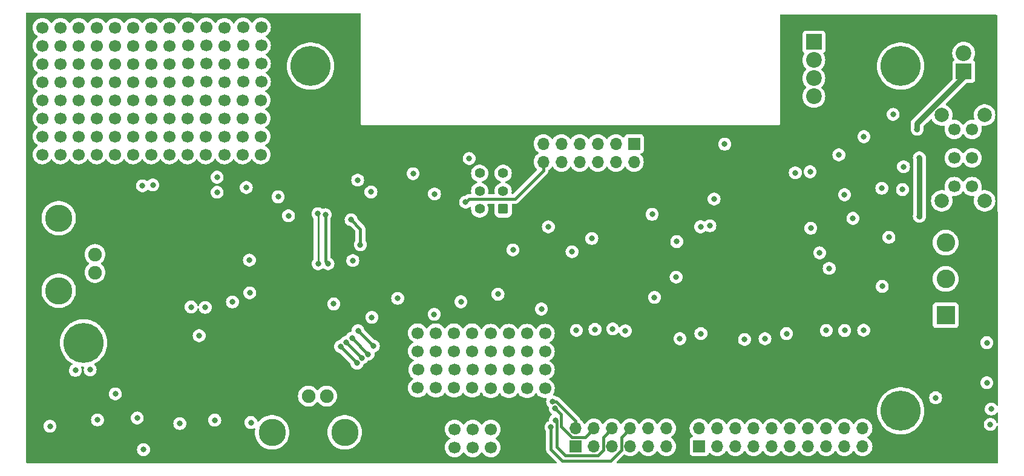
<source format=gbl>
G04 #@! TF.GenerationSoftware,KiCad,Pcbnew,8.0.6*
G04 #@! TF.CreationDate,2025-06-21T10:27:38-07:00*
G04 #@! TF.ProjectId,complete_EPG,636f6d70-6c65-4746-955f-4550472e6b69,rev?*
G04 #@! TF.SameCoordinates,Original*
G04 #@! TF.FileFunction,Copper,L4,Bot*
G04 #@! TF.FilePolarity,Positive*
%FSLAX46Y46*%
G04 Gerber Fmt 4.6, Leading zero omitted, Abs format (unit mm)*
G04 Created by KiCad (PCBNEW 8.0.6) date 2025-06-21 10:27:38*
%MOMM*%
%LPD*%
G01*
G04 APERTURE LIST*
G04 Aperture macros list*
%AMRoundRect*
0 Rectangle with rounded corners*
0 $1 Rounding radius*
0 $2 $3 $4 $5 $6 $7 $8 $9 X,Y pos of 4 corners*
0 Add a 4 corners polygon primitive as box body*
4,1,4,$2,$3,$4,$5,$6,$7,$8,$9,$2,$3,0*
0 Add four circle primitives for the rounded corners*
1,1,$1+$1,$2,$3*
1,1,$1+$1,$4,$5*
1,1,$1+$1,$6,$7*
1,1,$1+$1,$8,$9*
0 Add four rect primitives between the rounded corners*
20,1,$1+$1,$2,$3,$4,$5,0*
20,1,$1+$1,$4,$5,$6,$7,0*
20,1,$1+$1,$6,$7,$8,$9,0*
20,1,$1+$1,$8,$9,$2,$3,0*%
G04 Aperture macros list end*
G04 #@! TA.AperFunction,ComponentPad*
%ADD10C,1.700000*%
G04 #@! TD*
G04 #@! TA.AperFunction,ComponentPad*
%ADD11C,3.810000*%
G04 #@! TD*
G04 #@! TA.AperFunction,ComponentPad*
%ADD12C,1.905000*%
G04 #@! TD*
G04 #@! TA.AperFunction,ComponentPad*
%ADD13C,5.600000*%
G04 #@! TD*
G04 #@! TA.AperFunction,ComponentPad*
%ADD14R,2.200000X2.200000*%
G04 #@! TD*
G04 #@! TA.AperFunction,ComponentPad*
%ADD15C,2.200000*%
G04 #@! TD*
G04 #@! TA.AperFunction,ComponentPad*
%ADD16O,1.700000X1.700000*%
G04 #@! TD*
G04 #@! TA.AperFunction,ComponentPad*
%ADD17R,1.700000X1.700000*%
G04 #@! TD*
G04 #@! TA.AperFunction,ComponentPad*
%ADD18C,1.400000*%
G04 #@! TD*
G04 #@! TA.AperFunction,ComponentPad*
%ADD19RoundRect,0.250000X0.450000X-0.450000X0.450000X0.450000X-0.450000X0.450000X-0.450000X-0.450000X0*%
G04 #@! TD*
G04 #@! TA.AperFunction,ComponentPad*
%ADD20R,2.600000X2.600000*%
G04 #@! TD*
G04 #@! TA.AperFunction,ComponentPad*
%ADD21C,2.600000*%
G04 #@! TD*
G04 #@! TA.AperFunction,ComponentPad*
%ADD22C,2.000000*%
G04 #@! TD*
G04 #@! TA.AperFunction,ViaPad*
%ADD23C,0.800000*%
G04 #@! TD*
G04 #@! TA.AperFunction,Conductor*
%ADD24C,0.381000*%
G04 #@! TD*
G04 #@! TA.AperFunction,Conductor*
%ADD25C,0.762000*%
G04 #@! TD*
G04 #@! TA.AperFunction,Conductor*
%ADD26C,0.254000*%
G04 #@! TD*
G04 APERTURE END LIST*
D10*
X85968000Y-58107000D03*
X83433000Y-65802000D03*
X75768000Y-60577000D03*
X80888000Y-60647000D03*
X68153000Y-65732000D03*
X75773000Y-65732000D03*
X73228000Y-58037000D03*
X70688000Y-58037000D03*
X70728000Y-63187000D03*
X73228000Y-60577000D03*
X68148000Y-60577000D03*
X73233000Y-65732000D03*
X80888000Y-58107000D03*
X68188000Y-63187000D03*
X80888000Y-63187000D03*
X78348000Y-60647000D03*
X83428000Y-60647000D03*
X75808000Y-63187000D03*
X75768000Y-58037000D03*
X85968000Y-63187000D03*
X70693000Y-65732000D03*
X83428000Y-63187000D03*
X68148000Y-58037000D03*
X70688000Y-60577000D03*
X80893000Y-65802000D03*
X78353000Y-65802000D03*
X85973000Y-65802000D03*
X73268000Y-63187000D03*
X78348000Y-58107000D03*
X85968000Y-60647000D03*
X83428000Y-58107000D03*
X78348000Y-63187000D03*
D11*
X47778000Y-71949500D03*
D12*
X55398000Y-66869500D03*
D11*
X57938000Y-71949500D03*
D12*
X52858000Y-66869500D03*
D11*
X17925500Y-41957000D03*
D12*
X23005500Y-49577000D03*
D11*
X17925500Y-52117000D03*
D12*
X23005500Y-47037000D03*
D13*
X135708000Y-20677000D03*
X53158000Y-20677000D03*
X21408000Y-59412000D03*
X135708000Y-68937000D03*
D10*
X20708000Y-30527000D03*
X28328000Y-30527000D03*
X25788000Y-17827000D03*
X30868000Y-20367000D03*
X23248000Y-22907000D03*
X41103000Y-25442000D03*
X41103000Y-15282000D03*
X18168000Y-22907000D03*
X30868000Y-15287000D03*
X20708000Y-25447000D03*
X15628000Y-30527000D03*
X15628000Y-25447000D03*
X28328000Y-33067000D03*
X35948000Y-27987000D03*
X30868000Y-25447000D03*
X33408000Y-15287000D03*
X36018000Y-15247000D03*
X36018000Y-22867000D03*
X46183000Y-27982000D03*
X38558000Y-20327000D03*
D14*
X144538000Y-21417000D03*
D15*
X144538000Y-18877000D03*
D10*
X73308000Y-71517000D03*
X35948000Y-33067000D03*
X43713000Y-20322000D03*
X18168000Y-27987000D03*
X43713000Y-15242000D03*
X73308000Y-74057000D03*
X41103000Y-17822000D03*
X46253000Y-17782000D03*
X30868000Y-22907000D03*
X28328000Y-25447000D03*
D16*
X85719200Y-34097000D03*
X85719200Y-31557000D03*
X88259200Y-34097000D03*
X88259200Y-31557000D03*
X90799200Y-34097000D03*
X90799200Y-31557000D03*
X93339200Y-34097000D03*
X93339200Y-31557000D03*
X95879200Y-34097000D03*
X95879200Y-31557000D03*
X98419200Y-34097000D03*
D17*
X98419200Y-31557000D03*
D10*
X25788000Y-27987000D03*
X46253000Y-20322000D03*
X28328000Y-17827000D03*
X33408000Y-33067000D03*
X38558000Y-22867000D03*
X38558000Y-15247000D03*
X23248000Y-25447000D03*
X18168000Y-20367000D03*
X33408000Y-27987000D03*
X43643000Y-27982000D03*
X18168000Y-30527000D03*
X33408000Y-17827000D03*
X18168000Y-17827000D03*
X20708000Y-33067000D03*
X18168000Y-25447000D03*
X20708000Y-15287000D03*
X23248000Y-15287000D03*
X15628000Y-20367000D03*
D18*
X76810500Y-35677000D03*
X76810500Y-38177000D03*
X76810500Y-40677000D03*
X80110500Y-35677000D03*
X80110500Y-38177000D03*
D19*
X80110500Y-40677000D03*
D10*
X43643000Y-25442000D03*
X15628000Y-22907000D03*
X15628000Y-27987000D03*
X78388000Y-71517000D03*
X28328000Y-27987000D03*
X41103000Y-27982000D03*
X25788000Y-22907000D03*
X30868000Y-27987000D03*
X20708000Y-17827000D03*
X75848000Y-71517000D03*
X30868000Y-30527000D03*
X78388000Y-74057000D03*
D20*
X142010000Y-55555920D03*
D21*
X142010000Y-50475920D03*
X142010000Y-45395920D03*
D10*
X23248000Y-20367000D03*
X43643000Y-33062000D03*
X25788000Y-30527000D03*
X46183000Y-30522000D03*
X15628000Y-33067000D03*
X23248000Y-30527000D03*
X20708000Y-20367000D03*
D17*
X107543000Y-73918000D03*
D16*
X107543000Y-71378000D03*
X110083000Y-73918000D03*
X110083000Y-71378000D03*
X112623000Y-73918000D03*
X112623000Y-71378000D03*
X115163000Y-73918000D03*
X115163000Y-71378000D03*
X117703000Y-73918000D03*
X117703000Y-71378000D03*
X120243000Y-73918000D03*
X120243000Y-71378000D03*
X122783000Y-73918000D03*
X122783000Y-71378000D03*
X125323000Y-73918000D03*
X125323000Y-71378000D03*
X127863000Y-73918000D03*
X127863000Y-71378000D03*
X130403000Y-73918000D03*
X130403000Y-71378000D03*
D10*
X46183000Y-25442000D03*
X35948000Y-25447000D03*
X33408000Y-30527000D03*
X25788000Y-20367000D03*
X41103000Y-20362000D03*
X38488000Y-33067000D03*
X75848000Y-74057000D03*
X38488000Y-25447000D03*
X18168000Y-15287000D03*
X43713000Y-17782000D03*
X38488000Y-27987000D03*
D14*
X123568000Y-17302000D03*
D15*
X123568000Y-19842000D03*
X123568000Y-22382000D03*
X123568000Y-24922000D03*
D10*
X46253000Y-15242000D03*
X20708000Y-22907000D03*
X28328000Y-20367000D03*
X33408000Y-22907000D03*
X23248000Y-33067000D03*
X41103000Y-30522000D03*
X35948000Y-30527000D03*
X33408000Y-20367000D03*
X15628000Y-17827000D03*
X38558000Y-17787000D03*
X33408000Y-25447000D03*
X23248000Y-27987000D03*
X46253000Y-22862000D03*
X41103000Y-22902000D03*
X41103000Y-33062000D03*
X28328000Y-22907000D03*
X15628000Y-15287000D03*
D17*
X90248000Y-73928000D03*
D16*
X90248000Y-71388000D03*
X92788000Y-73928000D03*
X92788000Y-71388000D03*
X95328000Y-73928000D03*
X95328000Y-71388000D03*
X97868000Y-73928000D03*
X97868000Y-71388000D03*
X100408000Y-73928000D03*
X100408000Y-71388000D03*
X102948000Y-73928000D03*
X102948000Y-71388000D03*
D10*
X43643000Y-30522000D03*
X23248000Y-17827000D03*
X145708000Y-29527000D03*
X145708000Y-33527000D03*
X145708000Y-37527000D03*
X143208000Y-29527000D03*
X143208000Y-33527000D03*
X143208000Y-37527000D03*
D22*
X147458000Y-27527000D03*
X141458000Y-27527000D03*
X147458000Y-39527000D03*
X141458000Y-39527000D03*
D10*
X36018000Y-17787000D03*
X20708000Y-27987000D03*
X18168000Y-33067000D03*
X25788000Y-33067000D03*
X25788000Y-25447000D03*
X28328000Y-15287000D03*
X30868000Y-17827000D03*
X43713000Y-22862000D03*
X25788000Y-15287000D03*
X36018000Y-20327000D03*
X46183000Y-33062000D03*
X38488000Y-30527000D03*
X30868000Y-33067000D03*
D23*
X86428000Y-43187000D03*
X138018000Y-29527000D03*
X136108000Y-34767000D03*
X104298000Y-50217000D03*
X125708000Y-48997000D03*
X124378000Y-46827000D03*
X130538000Y-57647000D03*
X127878000Y-57687000D03*
X125308000Y-57677000D03*
X119748000Y-58127000D03*
X116728000Y-58837000D03*
X113873179Y-58941821D03*
X107763000Y-58122000D03*
X104828000Y-58833000D03*
X97208000Y-57747000D03*
X95428000Y-57467000D03*
X92948000Y-57537000D03*
X90338000Y-57667000D03*
X74838000Y-39717000D03*
X86798000Y-71237000D03*
X87398000Y-70287000D03*
X87383000Y-68592000D03*
X87023000Y-67652000D03*
X126178000Y-39917000D03*
X129028000Y-41987000D03*
X148248000Y-70837000D03*
X148388000Y-68687000D03*
X140788000Y-72957000D03*
X140608000Y-67107000D03*
X147768000Y-65007000D03*
X147768000Y-59397000D03*
X138328872Y-41707000D03*
X138328872Y-33507872D03*
X133078000Y-37777500D03*
X127858000Y-38683499D03*
X134068000Y-44637000D03*
X135968000Y-37957000D03*
X134658000Y-27437000D03*
X79378000Y-52607000D03*
X101278000Y-53057000D03*
X28908000Y-69937000D03*
X67508000Y-35737000D03*
X42236000Y-53697000D03*
X89735500Y-46664500D03*
X31090500Y-37319500D03*
X36453000Y-54400000D03*
X92503000Y-44807000D03*
X70493000Y-38582000D03*
X104389000Y-45243000D03*
X25853000Y-66557000D03*
X59063000Y-47897000D03*
X75348000Y-33617000D03*
X85453000Y-54682000D03*
X16715500Y-71094500D03*
X48623000Y-38977000D03*
X133138000Y-51507000D03*
X38426000Y-54459000D03*
X40087500Y-38337000D03*
X130560500Y-30554500D03*
X44658000Y-52417000D03*
X109608000Y-39287000D03*
X81478000Y-46407000D03*
X37578000Y-58404500D03*
X120968000Y-35614500D03*
X34870000Y-70715000D03*
X127070500Y-33092000D03*
X44158000Y-37667000D03*
X123138000Y-43367000D03*
X20253000Y-63269500D03*
X56398000Y-53967000D03*
X107720500Y-43164500D03*
X61735500Y-55849500D03*
X59657241Y-62257759D03*
X57342884Y-59943401D03*
X58147942Y-59350201D03*
X60333385Y-61520986D03*
X61195500Y-60999500D03*
X58953000Y-58757000D03*
X40087500Y-36227000D03*
X29628000Y-37432000D03*
X65350000Y-53189000D03*
X59748000Y-36637000D03*
X109028000Y-43032000D03*
X123043000Y-35469500D03*
X100940500Y-41419500D03*
X61603000Y-38307000D03*
X50078000Y-41632000D03*
X70458000Y-55427000D03*
X44598000Y-47837000D03*
X23353000Y-70207000D03*
X29789770Y-74367000D03*
X44828000Y-70577000D03*
X74188000Y-53667000D03*
X22328000Y-63194500D03*
X39753000Y-70232000D03*
X43115500Y-60269500D03*
X62873000Y-48127000D03*
X54748000Y-50249500D03*
X91103000Y-48732000D03*
X81478000Y-52582000D03*
X120950500Y-43424500D03*
X34413000Y-38747000D03*
X62483000Y-35737000D03*
X60128000Y-45676000D03*
X58830905Y-42182201D03*
X59798000Y-57717000D03*
X61947067Y-59866067D03*
X54218000Y-48337000D03*
X54198000Y-41337000D03*
X55590750Y-48347500D03*
X55238000Y-41487000D03*
X111093000Y-31602000D03*
D24*
X81750781Y-39267500D02*
X85719200Y-35299081D01*
X75287500Y-39267500D02*
X81750781Y-39267500D01*
X85719200Y-35299081D02*
X85719200Y-34097000D01*
X74838000Y-39717000D02*
X75287500Y-39267500D01*
D25*
X144538000Y-22211128D02*
X144538000Y-21417000D01*
X138018000Y-28731128D02*
X144538000Y-22211128D01*
X138018000Y-29527000D02*
X138018000Y-28731128D01*
D24*
X90248000Y-70339064D02*
X90248000Y-71388000D01*
X87560936Y-67652000D02*
X90248000Y-70339064D01*
X87023000Y-67652000D02*
X87560936Y-67652000D01*
X91547500Y-72628500D02*
X92788000Y-71388000D01*
X88188500Y-71127500D02*
X89689500Y-72628500D01*
X88188500Y-69397500D02*
X88188500Y-71127500D01*
X87383000Y-68592000D02*
X88188500Y-69397500D01*
X89689500Y-72628500D02*
X91547500Y-72628500D01*
X94087500Y-72628500D02*
X95328000Y-71388000D01*
X94087500Y-74441832D02*
X94087500Y-72628500D01*
X93360832Y-75168500D02*
X94087500Y-74441832D01*
X88779500Y-75168500D02*
X93360832Y-75168500D01*
X87588500Y-73977500D02*
X88779500Y-75168500D01*
X87588500Y-70477500D02*
X87588500Y-73977500D01*
X87398000Y-70287000D02*
X87588500Y-70477500D01*
X96627500Y-72628500D02*
X97868000Y-71388000D01*
X96627500Y-74441832D02*
X96627500Y-72628500D01*
X95122332Y-75947000D02*
X96627500Y-74441832D01*
X86798000Y-71237000D02*
X86798000Y-74337000D01*
X86798000Y-74337000D02*
X88408000Y-75947000D01*
X88408000Y-75947000D02*
X95122332Y-75947000D01*
X61195500Y-60999500D02*
X58953000Y-58757000D01*
X61947067Y-59866067D02*
X59798000Y-57717000D01*
X60318727Y-61520986D02*
X58147942Y-59350201D01*
X60333385Y-61520986D02*
X60318727Y-61520986D01*
X59657241Y-62257759D02*
X59657241Y-62257758D01*
X59657241Y-62257758D02*
X57342884Y-59943401D01*
D25*
X138328872Y-41707000D02*
X138328872Y-33507872D01*
D24*
X58830905Y-42254095D02*
X58778000Y-42307000D01*
X58830905Y-42182201D02*
X60128000Y-43479296D01*
X58830905Y-42182201D02*
X58830905Y-42254095D01*
X60128000Y-43479296D02*
X60128000Y-45676000D01*
D26*
X54218000Y-48337000D02*
X54208000Y-48327000D01*
X54208000Y-48327000D02*
X54208000Y-41347000D01*
X54208000Y-41347000D02*
X54198000Y-41337000D01*
D24*
X55238000Y-47994750D02*
X55238000Y-41487000D01*
X55590750Y-48347500D02*
X55238000Y-47994750D01*
G04 #@! TA.AperFunction,Conductor*
G36*
X60076279Y-13303892D02*
G01*
X60143275Y-13323709D01*
X60188924Y-13376604D01*
X60200028Y-13428048D01*
X60180547Y-28779448D01*
X60180500Y-28779931D01*
X60180500Y-28817138D01*
X60180468Y-28842201D01*
X60180499Y-28842358D01*
X60180500Y-28842360D01*
X60180500Y-28842361D01*
X60186240Y-28856220D01*
X60190064Y-28865451D01*
X60190093Y-28865601D01*
X60190121Y-28865590D01*
X60199820Y-28889088D01*
X60199908Y-28889220D01*
X60217840Y-28907152D01*
X60235639Y-28924997D01*
X60235774Y-28925087D01*
X60235775Y-28925087D01*
X60235777Y-28925089D01*
X60259108Y-28934753D01*
X60259239Y-28934807D01*
X60259257Y-28934815D01*
X60282477Y-28944468D01*
X60282635Y-28944500D01*
X60282639Y-28944500D01*
X60307837Y-28944500D01*
X60307893Y-28944500D01*
X60333199Y-28944532D01*
X60333200Y-28944531D01*
X60344950Y-28944546D01*
X60345428Y-28944500D01*
X118703360Y-28944500D01*
X118703361Y-28944500D01*
X118750223Y-28925089D01*
X118786089Y-28889223D01*
X118805500Y-28842361D01*
X118805500Y-27437000D01*
X133752540Y-27437000D01*
X133772326Y-27625256D01*
X133772327Y-27625259D01*
X133830818Y-27805277D01*
X133830821Y-27805284D01*
X133925467Y-27969216D01*
X134029671Y-28084946D01*
X134052129Y-28109888D01*
X134205265Y-28221148D01*
X134205270Y-28221151D01*
X134378192Y-28298142D01*
X134378197Y-28298144D01*
X134563354Y-28337500D01*
X134563355Y-28337500D01*
X134752644Y-28337500D01*
X134752646Y-28337500D01*
X134937803Y-28298144D01*
X135110730Y-28221151D01*
X135263871Y-28109888D01*
X135390533Y-27969216D01*
X135485179Y-27805284D01*
X135543674Y-27625256D01*
X135563460Y-27437000D01*
X135543674Y-27248744D01*
X135485179Y-27068716D01*
X135390533Y-26904784D01*
X135263871Y-26764112D01*
X135263714Y-26763998D01*
X135110734Y-26652851D01*
X135110729Y-26652848D01*
X134937807Y-26575857D01*
X134937802Y-26575855D01*
X134792001Y-26544865D01*
X134752646Y-26536500D01*
X134563354Y-26536500D01*
X134530897Y-26543398D01*
X134378197Y-26575855D01*
X134378192Y-26575857D01*
X134205270Y-26652848D01*
X134205265Y-26652851D01*
X134052129Y-26764111D01*
X133925466Y-26904785D01*
X133830821Y-27068715D01*
X133830818Y-27068722D01*
X133772327Y-27248740D01*
X133772326Y-27248744D01*
X133752540Y-27437000D01*
X118805500Y-27437000D01*
X118805500Y-19842000D01*
X121962551Y-19842000D01*
X121982317Y-20093151D01*
X122041126Y-20338110D01*
X122137533Y-20570859D01*
X122269160Y-20785653D01*
X122269161Y-20785656D01*
X122307594Y-20830655D01*
X122432776Y-20977224D01*
X122468625Y-21007842D01*
X122480179Y-21017710D01*
X122518372Y-21076217D01*
X122518870Y-21146085D01*
X122481516Y-21205131D01*
X122480179Y-21206290D01*
X122432776Y-21246776D01*
X122269161Y-21438343D01*
X122269160Y-21438346D01*
X122137533Y-21653140D01*
X122041126Y-21885889D01*
X121982317Y-22130848D01*
X121962551Y-22382000D01*
X121982317Y-22633151D01*
X122041126Y-22878110D01*
X122137533Y-23110859D01*
X122269160Y-23325653D01*
X122269161Y-23325656D01*
X122307594Y-23370655D01*
X122432776Y-23517224D01*
X122468625Y-23547842D01*
X122480179Y-23557710D01*
X122518372Y-23616217D01*
X122518870Y-23686085D01*
X122481516Y-23745131D01*
X122480179Y-23746290D01*
X122432776Y-23786776D01*
X122269161Y-23978343D01*
X122269160Y-23978346D01*
X122137533Y-24193140D01*
X122041126Y-24425889D01*
X121982317Y-24670848D01*
X121962551Y-24922000D01*
X121982317Y-25173151D01*
X122041126Y-25418110D01*
X122137533Y-25650859D01*
X122269160Y-25865653D01*
X122269161Y-25865656D01*
X122307594Y-25910655D01*
X122432776Y-26057224D01*
X122543445Y-26151744D01*
X122624343Y-26220838D01*
X122624346Y-26220839D01*
X122839140Y-26352466D01*
X123000399Y-26419261D01*
X123071889Y-26448873D01*
X123316852Y-26507683D01*
X123568000Y-26527449D01*
X123819148Y-26507683D01*
X124064111Y-26448873D01*
X124296859Y-26352466D01*
X124511659Y-26220836D01*
X124703224Y-26057224D01*
X124866836Y-25865659D01*
X124998466Y-25650859D01*
X125094873Y-25418111D01*
X125153683Y-25173148D01*
X125173449Y-24922000D01*
X125153683Y-24670852D01*
X125094873Y-24425889D01*
X125031530Y-24272965D01*
X124998466Y-24193140D01*
X124866839Y-23978346D01*
X124866838Y-23978343D01*
X124703224Y-23786776D01*
X124687564Y-23773401D01*
X124655819Y-23746289D01*
X124617627Y-23687784D01*
X124617128Y-23617916D01*
X124654482Y-23558870D01*
X124655756Y-23557764D01*
X124703224Y-23517224D01*
X124866836Y-23325659D01*
X124998466Y-23110859D01*
X125094873Y-22878111D01*
X125153683Y-22633148D01*
X125173449Y-22382000D01*
X125153683Y-22130852D01*
X125094873Y-21885889D01*
X125031530Y-21732965D01*
X124998466Y-21653140D01*
X124866839Y-21438346D01*
X124866838Y-21438343D01*
X124703224Y-21246776D01*
X124687564Y-21233401D01*
X124655819Y-21206289D01*
X124617627Y-21147784D01*
X124617128Y-21077916D01*
X124654482Y-21018870D01*
X124655756Y-21017764D01*
X124703224Y-20977224D01*
X124866836Y-20785659D01*
X124933424Y-20676997D01*
X132402652Y-20676997D01*
X132402652Y-20677002D01*
X132408544Y-20785664D01*
X132420524Y-21006639D01*
X132422028Y-21034368D01*
X132422029Y-21034385D01*
X132479926Y-21387539D01*
X132479932Y-21387565D01*
X132575672Y-21732392D01*
X132575674Y-21732399D01*
X132708142Y-22064870D01*
X132708151Y-22064888D01*
X132875784Y-22381077D01*
X132875787Y-22381082D01*
X132875789Y-22381085D01*
X133072757Y-22671592D01*
X133076634Y-22677309D01*
X133076641Y-22677319D01*
X133271734Y-22907000D01*
X133308332Y-22950086D01*
X133568163Y-23196211D01*
X133853081Y-23412800D01*
X134159747Y-23597315D01*
X134159749Y-23597316D01*
X134159751Y-23597317D01*
X134159755Y-23597319D01*
X134453881Y-23733395D01*
X134484565Y-23747591D01*
X134823726Y-23861868D01*
X135173254Y-23938805D01*
X135529052Y-23977500D01*
X135529058Y-23977500D01*
X135886942Y-23977500D01*
X135886948Y-23977500D01*
X136242746Y-23938805D01*
X136592274Y-23861868D01*
X136931435Y-23747591D01*
X137256253Y-23597315D01*
X137562919Y-23412800D01*
X137847837Y-23196211D01*
X138107668Y-22950086D01*
X138339365Y-22677311D01*
X138540211Y-22381085D01*
X138707853Y-22064880D01*
X138840324Y-21732403D01*
X138936071Y-21387552D01*
X138975379Y-21147784D01*
X138993970Y-21034385D01*
X138993970Y-21034382D01*
X138993972Y-21034371D01*
X139013348Y-20677000D01*
X138993972Y-20319629D01*
X138956842Y-20093148D01*
X138936073Y-19966460D01*
X138936072Y-19966459D01*
X138936071Y-19966448D01*
X138884474Y-19780612D01*
X138840327Y-19621607D01*
X138840325Y-19621600D01*
X138707857Y-19289129D01*
X138707848Y-19289111D01*
X138704876Y-19283506D01*
X138584790Y-19057000D01*
X138540215Y-18972922D01*
X138540213Y-18972919D01*
X138540211Y-18972915D01*
X138339365Y-18676689D01*
X138339361Y-18676684D01*
X138339358Y-18676680D01*
X138107668Y-18403914D01*
X138075441Y-18373387D01*
X137847837Y-18157789D01*
X137847830Y-18157783D01*
X137847827Y-18157781D01*
X137722365Y-18062408D01*
X137562919Y-17941200D01*
X137256253Y-17756685D01*
X137256252Y-17756684D01*
X137256248Y-17756682D01*
X137256244Y-17756680D01*
X136931447Y-17606414D01*
X136931441Y-17606411D01*
X136931435Y-17606409D01*
X136753887Y-17546586D01*
X136592273Y-17492131D01*
X136242744Y-17415194D01*
X135886949Y-17376500D01*
X135886948Y-17376500D01*
X135529052Y-17376500D01*
X135529050Y-17376500D01*
X135173255Y-17415194D01*
X134823726Y-17492131D01*
X134568405Y-17578160D01*
X134484565Y-17606409D01*
X134484563Y-17606410D01*
X134484552Y-17606414D01*
X134159755Y-17756680D01*
X134159751Y-17756682D01*
X133931367Y-17894096D01*
X133853081Y-17941200D01*
X133764768Y-18008333D01*
X133568172Y-18157781D01*
X133568163Y-18157789D01*
X133308331Y-18403914D01*
X133076641Y-18676680D01*
X133076634Y-18676690D01*
X132875790Y-18972913D01*
X132875784Y-18972922D01*
X132708151Y-19289111D01*
X132708142Y-19289129D01*
X132575674Y-19621600D01*
X132575672Y-19621607D01*
X132479932Y-19966434D01*
X132479926Y-19966460D01*
X132422029Y-20319614D01*
X132422028Y-20319627D01*
X132422028Y-20319629D01*
X132421026Y-20338110D01*
X132402652Y-20676997D01*
X124933424Y-20676997D01*
X124998466Y-20570859D01*
X125094873Y-20338111D01*
X125153683Y-20093148D01*
X125173449Y-19842000D01*
X125153683Y-19590852D01*
X125094873Y-19345889D01*
X125024857Y-19176855D01*
X124998466Y-19113140D01*
X124917479Y-18980983D01*
X124899234Y-18913538D01*
X124920350Y-18846935D01*
X124948891Y-18816929D01*
X125025546Y-18759546D01*
X125111796Y-18644331D01*
X125162091Y-18509483D01*
X125168500Y-18449873D01*
X125168499Y-16154128D01*
X125162091Y-16094517D01*
X125113722Y-15964834D01*
X125111797Y-15959671D01*
X125111793Y-15959664D01*
X125025547Y-15844455D01*
X125025544Y-15844452D01*
X124910335Y-15758206D01*
X124910328Y-15758202D01*
X124775482Y-15707908D01*
X124775483Y-15707908D01*
X124715883Y-15701501D01*
X124715881Y-15701500D01*
X124715873Y-15701500D01*
X124715864Y-15701500D01*
X122420129Y-15701500D01*
X122420123Y-15701501D01*
X122360516Y-15707908D01*
X122225671Y-15758202D01*
X122225664Y-15758206D01*
X122110455Y-15844452D01*
X122110452Y-15844455D01*
X122024206Y-15959664D01*
X122024202Y-15959671D01*
X121973908Y-16094517D01*
X121967579Y-16153395D01*
X121967501Y-16154123D01*
X121967500Y-16154135D01*
X121967500Y-18449870D01*
X121967501Y-18449876D01*
X121973908Y-18509483D01*
X122024202Y-18644328D01*
X122024206Y-18644335D01*
X122110452Y-18759544D01*
X122110455Y-18759547D01*
X122187104Y-18816927D01*
X122228975Y-18872861D01*
X122233959Y-18942552D01*
X122218520Y-18980983D01*
X122137533Y-19113140D01*
X122041126Y-19345889D01*
X121982317Y-19590848D01*
X121962551Y-19842000D01*
X118805500Y-19842000D01*
X118805500Y-13544802D01*
X118825185Y-13477763D01*
X118877989Y-13432008D01*
X118929741Y-13420803D01*
X149109503Y-13480754D01*
X149176502Y-13500572D01*
X149222151Y-13553467D01*
X149233255Y-13604497D01*
X149346030Y-68083264D01*
X149326484Y-68150344D01*
X149273775Y-68196208D01*
X149204637Y-68206295D01*
X149141021Y-68177402D01*
X149121715Y-68156410D01*
X149120536Y-68154787D01*
X148993870Y-68014111D01*
X148840734Y-67902851D01*
X148840729Y-67902848D01*
X148667807Y-67825857D01*
X148667802Y-67825855D01*
X148522001Y-67794865D01*
X148482646Y-67786500D01*
X148293354Y-67786500D01*
X148260897Y-67793398D01*
X148108197Y-67825855D01*
X148108192Y-67825857D01*
X147935270Y-67902848D01*
X147935265Y-67902851D01*
X147782129Y-68014111D01*
X147655466Y-68154785D01*
X147560821Y-68318715D01*
X147560818Y-68318722D01*
X147516275Y-68455813D01*
X147502326Y-68498744D01*
X147482540Y-68687000D01*
X147502326Y-68875256D01*
X147502327Y-68875259D01*
X147560818Y-69055277D01*
X147560821Y-69055284D01*
X147655467Y-69219216D01*
X147769495Y-69345857D01*
X147782129Y-69359888D01*
X147935265Y-69471148D01*
X147935270Y-69471151D01*
X148108192Y-69548142D01*
X148108197Y-69548144D01*
X148293354Y-69587500D01*
X148293355Y-69587500D01*
X148482644Y-69587500D01*
X148482646Y-69587500D01*
X148667803Y-69548144D01*
X148840730Y-69471151D01*
X148993871Y-69359888D01*
X149120533Y-69219216D01*
X149120537Y-69219207D01*
X149124200Y-69214168D01*
X149179528Y-69171500D01*
X149249141Y-69165518D01*
X149310938Y-69198121D01*
X149345297Y-69258958D01*
X149348521Y-69286792D01*
X149351104Y-70534765D01*
X149331558Y-70601845D01*
X149278849Y-70647710D01*
X149209711Y-70657796D01*
X149146095Y-70628903D01*
X149109173Y-70573339D01*
X149105581Y-70562285D01*
X149087488Y-70506599D01*
X149075182Y-70468724D01*
X149075180Y-70468720D01*
X149075179Y-70468716D01*
X148980533Y-70304784D01*
X148853871Y-70164112D01*
X148847478Y-70159467D01*
X148700734Y-70052851D01*
X148700729Y-70052848D01*
X148527807Y-69975857D01*
X148527802Y-69975855D01*
X148382001Y-69944865D01*
X148342646Y-69936500D01*
X148153354Y-69936500D01*
X148120897Y-69943398D01*
X147968197Y-69975855D01*
X147968192Y-69975857D01*
X147795270Y-70052848D01*
X147795265Y-70052851D01*
X147642129Y-70164111D01*
X147515466Y-70304785D01*
X147420821Y-70468715D01*
X147420818Y-70468722D01*
X147363348Y-70645599D01*
X147362326Y-70648744D01*
X147342540Y-70837000D01*
X147362326Y-71025256D01*
X147362327Y-71025259D01*
X147420818Y-71205277D01*
X147420821Y-71205284D01*
X147515467Y-71369216D01*
X147612967Y-71477500D01*
X147642129Y-71509888D01*
X147795265Y-71621148D01*
X147795270Y-71621151D01*
X147968192Y-71698142D01*
X147968197Y-71698144D01*
X148153354Y-71737500D01*
X148153355Y-71737500D01*
X148342644Y-71737500D01*
X148342646Y-71737500D01*
X148527803Y-71698144D01*
X148700730Y-71621151D01*
X148853871Y-71509888D01*
X148980533Y-71369216D01*
X149075179Y-71205284D01*
X149110416Y-71096833D01*
X149149853Y-71039160D01*
X149214212Y-71011961D01*
X149283058Y-71023875D01*
X149334534Y-71071119D01*
X149352347Y-71134896D01*
X149362742Y-76156706D01*
X149343196Y-76223786D01*
X149290487Y-76269650D01*
X149238706Y-76280963D01*
X96080553Y-76265325D01*
X96013519Y-76245621D01*
X95967779Y-76192803D01*
X95957856Y-76123642D01*
X95986900Y-76060095D01*
X95992884Y-76053669D01*
X96972115Y-75074437D01*
X97033436Y-75040954D01*
X97103128Y-75045938D01*
X97130918Y-75060546D01*
X97190166Y-75102033D01*
X97190170Y-75102035D01*
X97404337Y-75201903D01*
X97404343Y-75201904D01*
X97404344Y-75201905D01*
X97441262Y-75211797D01*
X97632592Y-75263063D01*
X97820918Y-75279539D01*
X97867999Y-75283659D01*
X97868000Y-75283659D01*
X97868001Y-75283659D01*
X97907234Y-75280226D01*
X98103408Y-75263063D01*
X98331663Y-75201903D01*
X98545830Y-75102035D01*
X98739401Y-74966495D01*
X98906495Y-74799401D01*
X99036425Y-74613842D01*
X99091002Y-74570217D01*
X99160500Y-74563023D01*
X99222855Y-74594546D01*
X99239575Y-74613842D01*
X99369500Y-74799395D01*
X99369505Y-74799401D01*
X99536599Y-74966495D01*
X99585686Y-75000866D01*
X99730165Y-75102032D01*
X99730167Y-75102033D01*
X99730170Y-75102035D01*
X99944337Y-75201903D01*
X99944343Y-75201904D01*
X99944344Y-75201905D01*
X99981262Y-75211797D01*
X100172592Y-75263063D01*
X100360918Y-75279539D01*
X100407999Y-75283659D01*
X100408000Y-75283659D01*
X100408001Y-75283659D01*
X100447234Y-75280226D01*
X100643408Y-75263063D01*
X100871663Y-75201903D01*
X101085830Y-75102035D01*
X101279401Y-74966495D01*
X101446495Y-74799401D01*
X101576425Y-74613842D01*
X101631002Y-74570217D01*
X101700500Y-74563023D01*
X101762855Y-74594546D01*
X101779575Y-74613842D01*
X101909500Y-74799395D01*
X101909505Y-74799401D01*
X102076599Y-74966495D01*
X102125686Y-75000866D01*
X102270165Y-75102032D01*
X102270167Y-75102033D01*
X102270170Y-75102035D01*
X102484337Y-75201903D01*
X102484343Y-75201904D01*
X102484344Y-75201905D01*
X102521262Y-75211797D01*
X102712592Y-75263063D01*
X102900918Y-75279539D01*
X102947999Y-75283659D01*
X102948000Y-75283659D01*
X102948001Y-75283659D01*
X102987234Y-75280226D01*
X103183408Y-75263063D01*
X103411663Y-75201903D01*
X103625830Y-75102035D01*
X103819401Y-74966495D01*
X103986495Y-74799401D01*
X104122035Y-74605830D01*
X104221903Y-74391663D01*
X104283063Y-74163408D01*
X104303659Y-73928000D01*
X104283063Y-73692592D01*
X104221903Y-73464337D01*
X104122035Y-73250171D01*
X104116425Y-73242158D01*
X103986494Y-73056597D01*
X103819402Y-72889506D01*
X103819396Y-72889501D01*
X103633842Y-72759575D01*
X103590217Y-72704998D01*
X103583023Y-72635500D01*
X103614546Y-72573145D01*
X103633842Y-72556425D01*
X103721447Y-72495083D01*
X103819401Y-72426495D01*
X103986495Y-72259401D01*
X104122035Y-72065830D01*
X104221903Y-71851663D01*
X104283063Y-71623408D01*
X104303659Y-71388000D01*
X104302784Y-71377999D01*
X106187341Y-71377999D01*
X106187341Y-71378000D01*
X106207936Y-71613403D01*
X106207938Y-71613413D01*
X106269094Y-71841655D01*
X106269096Y-71841659D01*
X106269097Y-71841663D01*
X106346468Y-72007585D01*
X106368965Y-72055830D01*
X106368967Y-72055834D01*
X106415205Y-72121868D01*
X106504501Y-72249396D01*
X106504506Y-72249402D01*
X106626430Y-72371326D01*
X106659915Y-72432649D01*
X106654931Y-72502341D01*
X106613059Y-72558274D01*
X106582083Y-72575189D01*
X106450669Y-72624203D01*
X106450664Y-72624206D01*
X106335455Y-72710452D01*
X106335452Y-72710455D01*
X106249206Y-72825664D01*
X106249202Y-72825671D01*
X106198908Y-72960517D01*
X106192501Y-73020116D01*
X106192500Y-73020135D01*
X106192500Y-74815870D01*
X106192501Y-74815876D01*
X106198908Y-74875483D01*
X106249202Y-75010328D01*
X106249206Y-75010335D01*
X106335452Y-75125544D01*
X106335455Y-75125547D01*
X106450664Y-75211793D01*
X106450671Y-75211797D01*
X106585517Y-75262091D01*
X106585516Y-75262091D01*
X106592444Y-75262835D01*
X106645127Y-75268500D01*
X108440872Y-75268499D01*
X108500483Y-75262091D01*
X108635331Y-75211796D01*
X108750546Y-75125546D01*
X108836796Y-75010331D01*
X108885810Y-74878916D01*
X108927681Y-74822984D01*
X108993145Y-74798566D01*
X109061418Y-74813417D01*
X109089673Y-74834569D01*
X109211599Y-74956495D01*
X109308384Y-75024265D01*
X109405165Y-75092032D01*
X109405167Y-75092033D01*
X109405170Y-75092035D01*
X109619337Y-75191903D01*
X109847592Y-75253063D01*
X110024034Y-75268500D01*
X110082999Y-75273659D01*
X110083000Y-75273659D01*
X110083001Y-75273659D01*
X110141966Y-75268500D01*
X110318408Y-75253063D01*
X110546663Y-75191903D01*
X110760830Y-75092035D01*
X110954401Y-74956495D01*
X111121495Y-74789401D01*
X111251425Y-74603842D01*
X111306002Y-74560217D01*
X111375500Y-74553023D01*
X111437855Y-74584546D01*
X111454575Y-74603842D01*
X111584500Y-74789395D01*
X111584505Y-74789401D01*
X111751599Y-74956495D01*
X111848384Y-75024265D01*
X111945165Y-75092032D01*
X111945167Y-75092033D01*
X111945170Y-75092035D01*
X112159337Y-75191903D01*
X112387592Y-75253063D01*
X112564034Y-75268500D01*
X112622999Y-75273659D01*
X112623000Y-75273659D01*
X112623001Y-75273659D01*
X112681966Y-75268500D01*
X112858408Y-75253063D01*
X113086663Y-75191903D01*
X113300830Y-75092035D01*
X113494401Y-74956495D01*
X113661495Y-74789401D01*
X113791425Y-74603842D01*
X113846002Y-74560217D01*
X113915500Y-74553023D01*
X113977855Y-74584546D01*
X113994575Y-74603842D01*
X114124500Y-74789395D01*
X114124505Y-74789401D01*
X114291599Y-74956495D01*
X114388384Y-75024265D01*
X114485165Y-75092032D01*
X114485167Y-75092033D01*
X114485170Y-75092035D01*
X114699337Y-75191903D01*
X114927592Y-75253063D01*
X115104034Y-75268500D01*
X115162999Y-75273659D01*
X115163000Y-75273659D01*
X115163001Y-75273659D01*
X115221966Y-75268500D01*
X115398408Y-75253063D01*
X115626663Y-75191903D01*
X115840830Y-75092035D01*
X116034401Y-74956495D01*
X116201495Y-74789401D01*
X116331425Y-74603842D01*
X116386002Y-74560217D01*
X116455500Y-74553023D01*
X116517855Y-74584546D01*
X116534575Y-74603842D01*
X116664500Y-74789395D01*
X116664505Y-74789401D01*
X116831599Y-74956495D01*
X116928384Y-75024265D01*
X117025165Y-75092032D01*
X117025167Y-75092033D01*
X117025170Y-75092035D01*
X117239337Y-75191903D01*
X117467592Y-75253063D01*
X117644034Y-75268500D01*
X117702999Y-75273659D01*
X117703000Y-75273659D01*
X117703001Y-75273659D01*
X117761966Y-75268500D01*
X117938408Y-75253063D01*
X118166663Y-75191903D01*
X118380830Y-75092035D01*
X118574401Y-74956495D01*
X118741495Y-74789401D01*
X118871425Y-74603842D01*
X118926002Y-74560217D01*
X118995500Y-74553023D01*
X119057855Y-74584546D01*
X119074575Y-74603842D01*
X119204500Y-74789395D01*
X119204505Y-74789401D01*
X119371599Y-74956495D01*
X119468384Y-75024265D01*
X119565165Y-75092032D01*
X119565167Y-75092033D01*
X119565170Y-75092035D01*
X119779337Y-75191903D01*
X120007592Y-75253063D01*
X120184034Y-75268500D01*
X120242999Y-75273659D01*
X120243000Y-75273659D01*
X120243001Y-75273659D01*
X120301966Y-75268500D01*
X120478408Y-75253063D01*
X120706663Y-75191903D01*
X120920830Y-75092035D01*
X121114401Y-74956495D01*
X121281495Y-74789401D01*
X121411425Y-74603842D01*
X121466002Y-74560217D01*
X121535500Y-74553023D01*
X121597855Y-74584546D01*
X121614575Y-74603842D01*
X121744500Y-74789395D01*
X121744505Y-74789401D01*
X121911599Y-74956495D01*
X122008384Y-75024265D01*
X122105165Y-75092032D01*
X122105167Y-75092033D01*
X122105170Y-75092035D01*
X122319337Y-75191903D01*
X122547592Y-75253063D01*
X122724034Y-75268500D01*
X122782999Y-75273659D01*
X122783000Y-75273659D01*
X122783001Y-75273659D01*
X122841966Y-75268500D01*
X123018408Y-75253063D01*
X123246663Y-75191903D01*
X123460830Y-75092035D01*
X123654401Y-74956495D01*
X123821495Y-74789401D01*
X123951425Y-74603842D01*
X124006002Y-74560217D01*
X124075500Y-74553023D01*
X124137855Y-74584546D01*
X124154575Y-74603842D01*
X124284500Y-74789395D01*
X124284505Y-74789401D01*
X124451599Y-74956495D01*
X124548384Y-75024265D01*
X124645165Y-75092032D01*
X124645167Y-75092033D01*
X124645170Y-75092035D01*
X124859337Y-75191903D01*
X125087592Y-75253063D01*
X125264034Y-75268500D01*
X125322999Y-75273659D01*
X125323000Y-75273659D01*
X125323001Y-75273659D01*
X125381966Y-75268500D01*
X125558408Y-75253063D01*
X125786663Y-75191903D01*
X126000830Y-75092035D01*
X126194401Y-74956495D01*
X126361495Y-74789401D01*
X126491425Y-74603842D01*
X126546002Y-74560217D01*
X126615500Y-74553023D01*
X126677855Y-74584546D01*
X126694575Y-74603842D01*
X126824500Y-74789395D01*
X126824505Y-74789401D01*
X126991599Y-74956495D01*
X127088384Y-75024265D01*
X127185165Y-75092032D01*
X127185167Y-75092033D01*
X127185170Y-75092035D01*
X127399337Y-75191903D01*
X127627592Y-75253063D01*
X127804034Y-75268500D01*
X127862999Y-75273659D01*
X127863000Y-75273659D01*
X127863001Y-75273659D01*
X127921966Y-75268500D01*
X128098408Y-75253063D01*
X128326663Y-75191903D01*
X128540830Y-75092035D01*
X128734401Y-74956495D01*
X128901495Y-74789401D01*
X129031425Y-74603842D01*
X129086002Y-74560217D01*
X129155500Y-74553023D01*
X129217855Y-74584546D01*
X129234575Y-74603842D01*
X129364500Y-74789395D01*
X129364505Y-74789401D01*
X129531599Y-74956495D01*
X129628384Y-75024265D01*
X129725165Y-75092032D01*
X129725167Y-75092033D01*
X129725170Y-75092035D01*
X129939337Y-75191903D01*
X130167592Y-75253063D01*
X130344034Y-75268500D01*
X130402999Y-75273659D01*
X130403000Y-75273659D01*
X130403001Y-75273659D01*
X130461966Y-75268500D01*
X130638408Y-75253063D01*
X130866663Y-75191903D01*
X131080830Y-75092035D01*
X131274401Y-74956495D01*
X131441495Y-74789401D01*
X131577035Y-74595830D01*
X131676903Y-74381663D01*
X131738063Y-74153408D01*
X131758659Y-73918000D01*
X131738063Y-73682592D01*
X131679584Y-73464344D01*
X131676905Y-73454344D01*
X131676904Y-73454343D01*
X131676903Y-73454337D01*
X131577035Y-73240171D01*
X131571425Y-73232158D01*
X131441494Y-73046597D01*
X131274402Y-72879506D01*
X131274396Y-72879501D01*
X131088842Y-72749575D01*
X131045217Y-72694998D01*
X131038023Y-72625500D01*
X131069546Y-72563145D01*
X131088842Y-72546425D01*
X131201054Y-72467853D01*
X131274401Y-72416495D01*
X131441495Y-72249401D01*
X131577035Y-72055830D01*
X131676903Y-71841663D01*
X131738063Y-71613408D01*
X131758659Y-71378000D01*
X131757890Y-71369216D01*
X131750326Y-71282756D01*
X131738063Y-71142592D01*
X131683058Y-70937309D01*
X131676905Y-70914344D01*
X131676904Y-70914343D01*
X131676903Y-70914337D01*
X131577035Y-70700171D01*
X131571425Y-70692158D01*
X131441494Y-70506597D01*
X131274402Y-70339506D01*
X131274395Y-70339501D01*
X131080834Y-70203967D01*
X131080830Y-70203965D01*
X130995363Y-70164111D01*
X130866663Y-70104097D01*
X130866659Y-70104096D01*
X130866655Y-70104094D01*
X130638413Y-70042938D01*
X130638403Y-70042936D01*
X130403001Y-70022341D01*
X130402999Y-70022341D01*
X130167596Y-70042936D01*
X130167586Y-70042938D01*
X129939344Y-70104094D01*
X129939335Y-70104098D01*
X129725171Y-70203964D01*
X129725169Y-70203965D01*
X129531597Y-70339505D01*
X129364505Y-70506597D01*
X129234575Y-70692158D01*
X129179998Y-70735783D01*
X129110500Y-70742977D01*
X129048145Y-70711454D01*
X129031425Y-70692158D01*
X128901494Y-70506597D01*
X128734402Y-70339506D01*
X128734395Y-70339501D01*
X128540834Y-70203967D01*
X128540830Y-70203965D01*
X128455363Y-70164111D01*
X128326663Y-70104097D01*
X128326659Y-70104096D01*
X128326655Y-70104094D01*
X128098413Y-70042938D01*
X128098403Y-70042936D01*
X127863001Y-70022341D01*
X127862999Y-70022341D01*
X127627596Y-70042936D01*
X127627586Y-70042938D01*
X127399344Y-70104094D01*
X127399335Y-70104098D01*
X127185171Y-70203964D01*
X127185169Y-70203965D01*
X126991597Y-70339505D01*
X126824505Y-70506597D01*
X126694575Y-70692158D01*
X126639998Y-70735783D01*
X126570500Y-70742977D01*
X126508145Y-70711454D01*
X126491425Y-70692158D01*
X126361494Y-70506597D01*
X126194402Y-70339506D01*
X126194395Y-70339501D01*
X126000834Y-70203967D01*
X126000830Y-70203965D01*
X125915363Y-70164111D01*
X125786663Y-70104097D01*
X125786659Y-70104096D01*
X125786655Y-70104094D01*
X125558413Y-70042938D01*
X125558403Y-70042936D01*
X125323001Y-70022341D01*
X125322999Y-70022341D01*
X125087596Y-70042936D01*
X125087586Y-70042938D01*
X124859344Y-70104094D01*
X124859335Y-70104098D01*
X124645171Y-70203964D01*
X124645169Y-70203965D01*
X124451597Y-70339505D01*
X124284505Y-70506597D01*
X124154575Y-70692158D01*
X124099998Y-70735783D01*
X124030500Y-70742977D01*
X123968145Y-70711454D01*
X123951425Y-70692158D01*
X123821494Y-70506597D01*
X123654402Y-70339506D01*
X123654395Y-70339501D01*
X123460834Y-70203967D01*
X123460830Y-70203965D01*
X123375363Y-70164111D01*
X123246663Y-70104097D01*
X123246659Y-70104096D01*
X123246655Y-70104094D01*
X123018413Y-70042938D01*
X123018403Y-70042936D01*
X122783001Y-70022341D01*
X122782999Y-70022341D01*
X122547596Y-70042936D01*
X122547586Y-70042938D01*
X122319344Y-70104094D01*
X122319335Y-70104098D01*
X122105171Y-70203964D01*
X122105169Y-70203965D01*
X121911597Y-70339505D01*
X121744505Y-70506597D01*
X121614575Y-70692158D01*
X121559998Y-70735783D01*
X121490500Y-70742977D01*
X121428145Y-70711454D01*
X121411425Y-70692158D01*
X121281494Y-70506597D01*
X121114402Y-70339506D01*
X121114395Y-70339501D01*
X120920834Y-70203967D01*
X120920830Y-70203965D01*
X120835363Y-70164111D01*
X120706663Y-70104097D01*
X120706659Y-70104096D01*
X120706655Y-70104094D01*
X120478413Y-70042938D01*
X120478403Y-70042936D01*
X120243001Y-70022341D01*
X120242999Y-70022341D01*
X120007596Y-70042936D01*
X120007586Y-70042938D01*
X119779344Y-70104094D01*
X119779335Y-70104098D01*
X119565171Y-70203964D01*
X119565169Y-70203965D01*
X119371597Y-70339505D01*
X119204505Y-70506597D01*
X119074575Y-70692158D01*
X119019998Y-70735783D01*
X118950500Y-70742977D01*
X118888145Y-70711454D01*
X118871425Y-70692158D01*
X118741494Y-70506597D01*
X118574402Y-70339506D01*
X118574395Y-70339501D01*
X118380834Y-70203967D01*
X118380830Y-70203965D01*
X118295363Y-70164111D01*
X118166663Y-70104097D01*
X118166659Y-70104096D01*
X118166655Y-70104094D01*
X117938413Y-70042938D01*
X117938403Y-70042936D01*
X117703001Y-70022341D01*
X117702999Y-70022341D01*
X117467596Y-70042936D01*
X117467586Y-70042938D01*
X117239344Y-70104094D01*
X117239335Y-70104098D01*
X117025171Y-70203964D01*
X117025169Y-70203965D01*
X116831597Y-70339505D01*
X116664505Y-70506597D01*
X116534575Y-70692158D01*
X116479998Y-70735783D01*
X116410500Y-70742977D01*
X116348145Y-70711454D01*
X116331425Y-70692158D01*
X116201494Y-70506597D01*
X116034402Y-70339506D01*
X116034395Y-70339501D01*
X115840834Y-70203967D01*
X115840830Y-70203965D01*
X115755363Y-70164111D01*
X115626663Y-70104097D01*
X115626659Y-70104096D01*
X115626655Y-70104094D01*
X115398413Y-70042938D01*
X115398403Y-70042936D01*
X115163001Y-70022341D01*
X115162999Y-70022341D01*
X114927596Y-70042936D01*
X114927586Y-70042938D01*
X114699344Y-70104094D01*
X114699335Y-70104098D01*
X114485171Y-70203964D01*
X114485169Y-70203965D01*
X114291597Y-70339505D01*
X114124505Y-70506597D01*
X113994575Y-70692158D01*
X113939998Y-70735783D01*
X113870500Y-70742977D01*
X113808145Y-70711454D01*
X113791425Y-70692158D01*
X113661494Y-70506597D01*
X113494402Y-70339506D01*
X113494395Y-70339501D01*
X113300834Y-70203967D01*
X113300830Y-70203965D01*
X113215363Y-70164111D01*
X113086663Y-70104097D01*
X113086659Y-70104096D01*
X113086655Y-70104094D01*
X112858413Y-70042938D01*
X112858403Y-70042936D01*
X112623001Y-70022341D01*
X112622999Y-70022341D01*
X112387596Y-70042936D01*
X112387586Y-70042938D01*
X112159344Y-70104094D01*
X112159335Y-70104098D01*
X111945171Y-70203964D01*
X111945169Y-70203965D01*
X111751597Y-70339505D01*
X111584505Y-70506597D01*
X111454575Y-70692158D01*
X111399998Y-70735783D01*
X111330500Y-70742977D01*
X111268145Y-70711454D01*
X111251425Y-70692158D01*
X111121494Y-70506597D01*
X110954402Y-70339506D01*
X110954395Y-70339501D01*
X110760834Y-70203967D01*
X110760830Y-70203965D01*
X110675363Y-70164111D01*
X110546663Y-70104097D01*
X110546659Y-70104096D01*
X110546655Y-70104094D01*
X110318413Y-70042938D01*
X110318403Y-70042936D01*
X110083001Y-70022341D01*
X110082999Y-70022341D01*
X109847596Y-70042936D01*
X109847586Y-70042938D01*
X109619344Y-70104094D01*
X109619335Y-70104098D01*
X109405171Y-70203964D01*
X109405169Y-70203965D01*
X109211597Y-70339505D01*
X109044505Y-70506597D01*
X108914575Y-70692158D01*
X108859998Y-70735783D01*
X108790500Y-70742977D01*
X108728145Y-70711454D01*
X108711425Y-70692158D01*
X108581494Y-70506597D01*
X108414402Y-70339506D01*
X108414395Y-70339501D01*
X108220834Y-70203967D01*
X108220830Y-70203965D01*
X108135363Y-70164111D01*
X108006663Y-70104097D01*
X108006659Y-70104096D01*
X108006655Y-70104094D01*
X107778413Y-70042938D01*
X107778403Y-70042936D01*
X107543001Y-70022341D01*
X107542999Y-70022341D01*
X107307596Y-70042936D01*
X107307586Y-70042938D01*
X107079344Y-70104094D01*
X107079335Y-70104098D01*
X106865171Y-70203964D01*
X106865169Y-70203965D01*
X106671597Y-70339505D01*
X106504505Y-70506597D01*
X106368965Y-70700169D01*
X106368964Y-70700171D01*
X106269098Y-70914335D01*
X106269094Y-70914344D01*
X106207938Y-71142586D01*
X106207936Y-71142596D01*
X106187341Y-71377999D01*
X104302784Y-71377999D01*
X104283063Y-71152592D01*
X104227514Y-70945277D01*
X104221905Y-70924344D01*
X104221904Y-70924343D01*
X104221903Y-70924337D01*
X104122035Y-70710171D01*
X104116782Y-70702668D01*
X103986494Y-70516597D01*
X103819402Y-70349506D01*
X103819395Y-70349501D01*
X103805119Y-70339505D01*
X103763483Y-70310351D01*
X103625834Y-70213967D01*
X103625830Y-70213965D01*
X103614584Y-70208721D01*
X103411663Y-70114097D01*
X103411659Y-70114096D01*
X103411655Y-70114094D01*
X103183413Y-70052938D01*
X103183403Y-70052936D01*
X102948001Y-70032341D01*
X102947999Y-70032341D01*
X102712596Y-70052936D01*
X102712586Y-70052938D01*
X102484344Y-70114094D01*
X102484335Y-70114098D01*
X102270171Y-70213964D01*
X102270169Y-70213965D01*
X102076597Y-70349505D01*
X101909505Y-70516597D01*
X101779575Y-70702158D01*
X101724998Y-70745783D01*
X101655500Y-70752977D01*
X101593145Y-70721454D01*
X101576425Y-70702158D01*
X101446494Y-70516597D01*
X101279402Y-70349506D01*
X101279395Y-70349501D01*
X101265119Y-70339505D01*
X101223483Y-70310351D01*
X101085834Y-70213967D01*
X101085830Y-70213965D01*
X101074584Y-70208721D01*
X100871663Y-70114097D01*
X100871659Y-70114096D01*
X100871655Y-70114094D01*
X100643413Y-70052938D01*
X100643403Y-70052936D01*
X100408001Y-70032341D01*
X100407999Y-70032341D01*
X100172596Y-70052936D01*
X100172586Y-70052938D01*
X99944344Y-70114094D01*
X99944335Y-70114098D01*
X99730171Y-70213964D01*
X99730169Y-70213965D01*
X99536597Y-70349505D01*
X99369505Y-70516597D01*
X99239575Y-70702158D01*
X99184998Y-70745783D01*
X99115500Y-70752977D01*
X99053145Y-70721454D01*
X99036425Y-70702158D01*
X98906494Y-70516597D01*
X98739402Y-70349506D01*
X98739395Y-70349501D01*
X98725119Y-70339505D01*
X98683483Y-70310351D01*
X98545834Y-70213967D01*
X98545830Y-70213965D01*
X98534584Y-70208721D01*
X98331663Y-70114097D01*
X98331659Y-70114096D01*
X98331655Y-70114094D01*
X98103413Y-70052938D01*
X98103403Y-70052936D01*
X97868001Y-70032341D01*
X97867999Y-70032341D01*
X97632596Y-70052936D01*
X97632586Y-70052938D01*
X97404344Y-70114094D01*
X97404335Y-70114098D01*
X97190171Y-70213964D01*
X97190169Y-70213965D01*
X96996597Y-70349505D01*
X96829505Y-70516597D01*
X96699575Y-70702158D01*
X96644998Y-70745783D01*
X96575500Y-70752977D01*
X96513145Y-70721454D01*
X96496425Y-70702158D01*
X96366494Y-70516597D01*
X96199402Y-70349506D01*
X96199395Y-70349501D01*
X96185119Y-70339505D01*
X96143483Y-70310351D01*
X96005834Y-70213967D01*
X96005830Y-70213965D01*
X95994584Y-70208721D01*
X95791663Y-70114097D01*
X95791659Y-70114096D01*
X95791655Y-70114094D01*
X95563413Y-70052938D01*
X95563403Y-70052936D01*
X95328001Y-70032341D01*
X95327999Y-70032341D01*
X95092596Y-70052936D01*
X95092586Y-70052938D01*
X94864344Y-70114094D01*
X94864335Y-70114098D01*
X94650171Y-70213964D01*
X94650169Y-70213965D01*
X94456597Y-70349505D01*
X94289505Y-70516597D01*
X94159575Y-70702158D01*
X94104998Y-70745783D01*
X94035500Y-70752977D01*
X93973145Y-70721454D01*
X93956425Y-70702158D01*
X93826494Y-70516597D01*
X93659402Y-70349506D01*
X93659395Y-70349501D01*
X93645119Y-70339505D01*
X93603483Y-70310351D01*
X93465834Y-70213967D01*
X93465830Y-70213965D01*
X93454584Y-70208721D01*
X93251663Y-70114097D01*
X93251659Y-70114096D01*
X93251655Y-70114094D01*
X93023413Y-70052938D01*
X93023403Y-70052936D01*
X92788001Y-70032341D01*
X92787999Y-70032341D01*
X92552596Y-70052936D01*
X92552586Y-70052938D01*
X92324344Y-70114094D01*
X92324335Y-70114098D01*
X92110171Y-70213964D01*
X92110169Y-70213965D01*
X91916597Y-70349505D01*
X91749505Y-70516597D01*
X91619575Y-70702158D01*
X91564998Y-70745783D01*
X91495500Y-70752977D01*
X91433145Y-70721454D01*
X91416425Y-70702158D01*
X91286494Y-70516597D01*
X91119402Y-70349506D01*
X91119401Y-70349505D01*
X90968729Y-70244003D01*
X90925104Y-70189426D01*
X90918235Y-70166618D01*
X90917737Y-70164112D01*
X90912445Y-70137507D01*
X90907370Y-70125256D01*
X90860356Y-70011753D01*
X90847424Y-69992399D01*
X90784736Y-69898578D01*
X90784730Y-69898571D01*
X89823159Y-68937000D01*
X132402652Y-68937000D01*
X132420429Y-69264888D01*
X132422028Y-69294368D01*
X132422029Y-69294385D01*
X132479926Y-69647539D01*
X132479932Y-69647565D01*
X132575672Y-69992392D01*
X132575674Y-69992399D01*
X132708142Y-70324870D01*
X132708151Y-70324888D01*
X132875784Y-70641077D01*
X132875787Y-70641082D01*
X132875789Y-70641085D01*
X133067843Y-70924344D01*
X133076634Y-70937309D01*
X133076641Y-70937319D01*
X133279920Y-71176637D01*
X133308332Y-71210086D01*
X133568163Y-71456211D01*
X133568170Y-71456216D01*
X133568172Y-71456218D01*
X133595051Y-71476651D01*
X133853081Y-71672800D01*
X134159747Y-71857315D01*
X134159749Y-71857316D01*
X134159751Y-71857317D01*
X134159755Y-71857319D01*
X134359013Y-71949505D01*
X134484565Y-72007591D01*
X134823726Y-72121868D01*
X135173254Y-72198805D01*
X135529052Y-72237500D01*
X135529058Y-72237500D01*
X135886942Y-72237500D01*
X135886948Y-72237500D01*
X136242746Y-72198805D01*
X136592274Y-72121868D01*
X136931435Y-72007591D01*
X137256253Y-71857315D01*
X137562919Y-71672800D01*
X137847837Y-71456211D01*
X138107668Y-71210086D01*
X138339365Y-70937311D01*
X138540211Y-70641085D01*
X138707853Y-70324880D01*
X138840324Y-69992403D01*
X138936071Y-69647552D01*
X138959794Y-69502849D01*
X138993970Y-69294385D01*
X138993970Y-69294382D01*
X138993972Y-69294371D01*
X139013348Y-68937000D01*
X138993972Y-68579629D01*
X138973673Y-68455813D01*
X138936073Y-68226460D01*
X138936072Y-68226459D01*
X138936071Y-68226448D01*
X138878828Y-68020277D01*
X138840327Y-67881607D01*
X138840325Y-67881600D01*
X138707857Y-67549129D01*
X138707848Y-67549111D01*
X138540215Y-67232922D01*
X138540213Y-67232919D01*
X138540211Y-67232915D01*
X138454839Y-67107000D01*
X139702540Y-67107000D01*
X139722326Y-67295256D01*
X139722327Y-67295259D01*
X139780818Y-67475277D01*
X139780821Y-67475284D01*
X139875467Y-67639216D01*
X139944416Y-67715791D01*
X140002129Y-67779888D01*
X140155265Y-67891148D01*
X140155270Y-67891151D01*
X140328192Y-67968142D01*
X140328197Y-67968144D01*
X140513354Y-68007500D01*
X140513355Y-68007500D01*
X140702644Y-68007500D01*
X140702646Y-68007500D01*
X140887803Y-67968144D01*
X141060730Y-67891151D01*
X141213871Y-67779888D01*
X141340533Y-67639216D01*
X141435179Y-67475284D01*
X141493674Y-67295256D01*
X141513460Y-67107000D01*
X141493674Y-66918744D01*
X141435179Y-66738716D01*
X141340533Y-66574784D01*
X141213871Y-66434112D01*
X141213220Y-66433639D01*
X141060734Y-66322851D01*
X141060729Y-66322848D01*
X140887807Y-66245857D01*
X140887802Y-66245855D01*
X140742001Y-66214865D01*
X140702646Y-66206500D01*
X140513354Y-66206500D01*
X140480897Y-66213398D01*
X140328197Y-66245855D01*
X140328192Y-66245857D01*
X140155270Y-66322848D01*
X140155265Y-66322851D01*
X140002129Y-66434111D01*
X139875466Y-66574785D01*
X139780821Y-66738715D01*
X139780818Y-66738722D01*
X139726455Y-66906035D01*
X139722326Y-66918744D01*
X139702540Y-67107000D01*
X138454839Y-67107000D01*
X138339365Y-66936689D01*
X138339361Y-66936684D01*
X138339358Y-66936680D01*
X138107668Y-66663914D01*
X138043779Y-66603395D01*
X137847837Y-66417789D01*
X137847830Y-66417783D01*
X137847827Y-66417781D01*
X137722948Y-66322851D01*
X137562919Y-66201200D01*
X137256253Y-66016685D01*
X137256252Y-66016684D01*
X137256248Y-66016682D01*
X137256244Y-66016680D01*
X136931447Y-65866414D01*
X136931441Y-65866411D01*
X136931435Y-65866409D01*
X136761854Y-65809270D01*
X136592273Y-65752131D01*
X136242744Y-65675194D01*
X135886949Y-65636500D01*
X135886948Y-65636500D01*
X135529052Y-65636500D01*
X135529050Y-65636500D01*
X135173255Y-65675194D01*
X134823726Y-65752131D01*
X134567970Y-65838306D01*
X134484565Y-65866409D01*
X134484563Y-65866410D01*
X134484552Y-65866414D01*
X134159755Y-66016680D01*
X134159751Y-66016682D01*
X133931367Y-66154096D01*
X133853081Y-66201200D01*
X133794337Y-66245856D01*
X133568172Y-66417781D01*
X133568163Y-66417789D01*
X133308331Y-66663914D01*
X133076641Y-66936680D01*
X133076634Y-66936690D01*
X132875790Y-67232913D01*
X132875784Y-67232922D01*
X132708151Y-67549111D01*
X132708142Y-67549129D01*
X132575674Y-67881600D01*
X132575672Y-67881607D01*
X132479932Y-68226434D01*
X132479926Y-68226460D01*
X132422029Y-68579614D01*
X132422028Y-68579627D01*
X132422028Y-68579629D01*
X132402652Y-68937000D01*
X89823159Y-68937000D01*
X88001428Y-67115269D01*
X88001421Y-67115263D01*
X87888248Y-67039644D01*
X87888245Y-67039642D01*
X87762497Y-66987556D01*
X87762487Y-66987553D01*
X87623019Y-66959811D01*
X87623452Y-66957633D01*
X87572780Y-66938359D01*
X87475734Y-66867851D01*
X87475729Y-66867848D01*
X87302807Y-66790857D01*
X87302802Y-66790855D01*
X87191837Y-66767269D01*
X87160894Y-66760692D01*
X87099414Y-66727501D01*
X87065637Y-66666338D01*
X87070289Y-66596623D01*
X87085102Y-66568279D01*
X87093000Y-66557000D01*
X87147035Y-66479830D01*
X87246903Y-66265663D01*
X87308063Y-66037408D01*
X87328659Y-65802000D01*
X87328206Y-65796828D01*
X87315267Y-65648929D01*
X87308063Y-65566592D01*
X87246903Y-65338337D01*
X87147035Y-65124171D01*
X87141425Y-65116158D01*
X87064992Y-65007000D01*
X146862540Y-65007000D01*
X146882326Y-65195256D01*
X146882327Y-65195259D01*
X146940818Y-65375277D01*
X146940821Y-65375284D01*
X147035467Y-65539216D01*
X147157903Y-65675195D01*
X147162129Y-65679888D01*
X147315265Y-65791148D01*
X147315270Y-65791151D01*
X147488192Y-65868142D01*
X147488197Y-65868144D01*
X147673354Y-65907500D01*
X147673355Y-65907500D01*
X147862644Y-65907500D01*
X147862646Y-65907500D01*
X148047803Y-65868144D01*
X148220730Y-65791151D01*
X148373871Y-65679888D01*
X148500533Y-65539216D01*
X148595179Y-65375284D01*
X148653674Y-65195256D01*
X148673460Y-65007000D01*
X148653674Y-64818744D01*
X148595179Y-64638716D01*
X148500533Y-64474784D01*
X148373871Y-64334112D01*
X148373870Y-64334111D01*
X148220734Y-64222851D01*
X148220729Y-64222848D01*
X148047807Y-64145857D01*
X148047802Y-64145855D01*
X147902001Y-64114865D01*
X147862646Y-64106500D01*
X147673354Y-64106500D01*
X147640897Y-64113398D01*
X147488197Y-64145855D01*
X147488192Y-64145857D01*
X147315270Y-64222848D01*
X147315265Y-64222851D01*
X147162129Y-64334111D01*
X147035466Y-64474785D01*
X146940821Y-64638715D01*
X146940818Y-64638722D01*
X146882327Y-64818740D01*
X146882326Y-64818744D01*
X146862540Y-65007000D01*
X87064992Y-65007000D01*
X87011494Y-64930597D01*
X86844402Y-64763506D01*
X86844395Y-64763501D01*
X86650834Y-64627967D01*
X86650826Y-64627963D01*
X86603117Y-64605716D01*
X86550677Y-64559544D01*
X86531525Y-64492350D01*
X86551741Y-64425469D01*
X86603113Y-64380954D01*
X86645830Y-64361035D01*
X86839401Y-64225495D01*
X87006495Y-64058401D01*
X87142035Y-63864830D01*
X87241903Y-63650663D01*
X87303063Y-63422408D01*
X87323659Y-63187000D01*
X87303063Y-62951592D01*
X87241903Y-62723337D01*
X87142035Y-62509171D01*
X87136425Y-62501158D01*
X87006494Y-62315597D01*
X86839402Y-62148506D01*
X86839396Y-62148501D01*
X86653842Y-62018575D01*
X86610217Y-61963998D01*
X86603023Y-61894500D01*
X86634546Y-61832145D01*
X86653842Y-61815425D01*
X86745800Y-61751035D01*
X86839401Y-61685495D01*
X87006495Y-61518401D01*
X87142035Y-61324830D01*
X87241903Y-61110663D01*
X87303063Y-60882408D01*
X87323659Y-60647000D01*
X87303063Y-60411592D01*
X87241903Y-60183337D01*
X87142035Y-59969171D01*
X87136425Y-59961158D01*
X87006494Y-59775597D01*
X86839402Y-59608506D01*
X86839396Y-59608501D01*
X86653842Y-59478575D01*
X86610217Y-59423998D01*
X86603023Y-59354500D01*
X86634546Y-59292145D01*
X86653842Y-59275425D01*
X86676026Y-59259891D01*
X86839401Y-59145495D01*
X87006495Y-58978401D01*
X87108306Y-58833000D01*
X103922540Y-58833000D01*
X103942326Y-59021256D01*
X103942327Y-59021259D01*
X104000818Y-59201277D01*
X104000821Y-59201284D01*
X104095467Y-59365216D01*
X104193450Y-59474037D01*
X104222129Y-59505888D01*
X104375265Y-59617148D01*
X104375270Y-59617151D01*
X104548192Y-59694142D01*
X104548197Y-59694144D01*
X104733354Y-59733500D01*
X104733355Y-59733500D01*
X104922644Y-59733500D01*
X104922646Y-59733500D01*
X105107803Y-59694144D01*
X105280730Y-59617151D01*
X105433871Y-59505888D01*
X105560533Y-59365216D01*
X105655179Y-59201284D01*
X105713674Y-59021256D01*
X105733460Y-58833000D01*
X105713674Y-58644744D01*
X105655179Y-58464716D01*
X105560533Y-58300784D01*
X105433871Y-58160112D01*
X105430510Y-58157670D01*
X105381415Y-58122000D01*
X106857540Y-58122000D01*
X106877326Y-58310256D01*
X106877327Y-58310259D01*
X106935818Y-58490277D01*
X106935821Y-58490284D01*
X107030467Y-58654216D01*
X107137913Y-58773546D01*
X107157129Y-58794888D01*
X107310265Y-58906148D01*
X107310270Y-58906151D01*
X107483192Y-58983142D01*
X107483197Y-58983144D01*
X107668354Y-59022500D01*
X107668355Y-59022500D01*
X107857644Y-59022500D01*
X107857646Y-59022500D01*
X108042803Y-58983144D01*
X108135615Y-58941821D01*
X112967719Y-58941821D01*
X112987505Y-59130077D01*
X112987506Y-59130080D01*
X113045997Y-59310098D01*
X113046000Y-59310105D01*
X113140646Y-59474037D01*
X113231658Y-59575116D01*
X113267308Y-59614709D01*
X113420444Y-59725969D01*
X113420449Y-59725972D01*
X113593371Y-59802963D01*
X113593376Y-59802965D01*
X113778533Y-59842321D01*
X113778534Y-59842321D01*
X113967823Y-59842321D01*
X113967825Y-59842321D01*
X114152982Y-59802965D01*
X114325909Y-59725972D01*
X114479050Y-59614709D01*
X114605712Y-59474037D01*
X114700358Y-59310105D01*
X114758853Y-59130077D01*
X114778639Y-58941821D01*
X114767622Y-58837000D01*
X115822540Y-58837000D01*
X115842326Y-59025256D01*
X115842327Y-59025259D01*
X115900818Y-59205277D01*
X115900821Y-59205284D01*
X115995467Y-59369216D01*
X116078880Y-59461855D01*
X116122129Y-59509888D01*
X116275265Y-59621148D01*
X116275270Y-59621151D01*
X116448192Y-59698142D01*
X116448197Y-59698144D01*
X116633354Y-59737500D01*
X116633355Y-59737500D01*
X116822644Y-59737500D01*
X116822646Y-59737500D01*
X117007803Y-59698144D01*
X117180730Y-59621151D01*
X117333871Y-59509888D01*
X117435516Y-59397000D01*
X146862540Y-59397000D01*
X146882326Y-59585256D01*
X146882327Y-59585259D01*
X146940818Y-59765277D01*
X146940821Y-59765284D01*
X147035467Y-59929216D01*
X147109986Y-60011977D01*
X147162129Y-60069888D01*
X147315265Y-60181148D01*
X147315270Y-60181151D01*
X147488192Y-60258142D01*
X147488197Y-60258144D01*
X147673354Y-60297500D01*
X147673355Y-60297500D01*
X147862644Y-60297500D01*
X147862646Y-60297500D01*
X148047803Y-60258144D01*
X148220730Y-60181151D01*
X148373871Y-60069888D01*
X148500533Y-59929216D01*
X148595179Y-59765284D01*
X148653674Y-59585256D01*
X148673460Y-59397000D01*
X148653674Y-59208744D01*
X148595179Y-59028716D01*
X148500533Y-58864784D01*
X148373871Y-58724112D01*
X148361101Y-58714834D01*
X148220734Y-58612851D01*
X148220729Y-58612848D01*
X148047807Y-58535857D01*
X148047802Y-58535855D01*
X147882236Y-58500664D01*
X147862646Y-58496500D01*
X147673354Y-58496500D01*
X147653764Y-58500664D01*
X147488197Y-58535855D01*
X147488192Y-58535857D01*
X147315270Y-58612848D01*
X147315265Y-58612851D01*
X147162129Y-58724111D01*
X147035466Y-58864785D01*
X146940821Y-59028715D01*
X146940818Y-59028722D01*
X146883450Y-59205284D01*
X146882326Y-59208744D01*
X146862540Y-59397000D01*
X117435516Y-59397000D01*
X117460533Y-59369216D01*
X117555179Y-59205284D01*
X117613674Y-59025256D01*
X117633460Y-58837000D01*
X117613674Y-58648744D01*
X117555179Y-58468716D01*
X117460533Y-58304784D01*
X117333871Y-58164112D01*
X117333870Y-58164111D01*
X117282791Y-58127000D01*
X118842540Y-58127000D01*
X118862326Y-58315256D01*
X118862327Y-58315259D01*
X118920818Y-58495277D01*
X118920821Y-58495284D01*
X119015467Y-58659216D01*
X119128571Y-58784830D01*
X119142129Y-58799888D01*
X119295265Y-58911148D01*
X119295270Y-58911151D01*
X119468192Y-58988142D01*
X119468197Y-58988144D01*
X119653354Y-59027500D01*
X119653355Y-59027500D01*
X119842644Y-59027500D01*
X119842646Y-59027500D01*
X120027803Y-58988144D01*
X120200730Y-58911151D01*
X120353871Y-58799888D01*
X120480533Y-58659216D01*
X120575179Y-58495284D01*
X120633674Y-58315256D01*
X120653460Y-58127000D01*
X120633674Y-57938744D01*
X120575179Y-57758716D01*
X120528000Y-57677000D01*
X124402540Y-57677000D01*
X124422326Y-57865256D01*
X124422327Y-57865259D01*
X124480818Y-58045277D01*
X124480821Y-58045284D01*
X124575467Y-58209216D01*
X124702129Y-58349888D01*
X124855265Y-58461148D01*
X124855270Y-58461151D01*
X125028192Y-58538142D01*
X125028197Y-58538144D01*
X125213354Y-58577500D01*
X125213355Y-58577500D01*
X125402644Y-58577500D01*
X125402646Y-58577500D01*
X125587803Y-58538144D01*
X125760730Y-58461151D01*
X125913871Y-58349888D01*
X126040533Y-58209216D01*
X126135179Y-58045284D01*
X126193674Y-57865256D01*
X126212409Y-57687000D01*
X126972540Y-57687000D01*
X126992326Y-57875256D01*
X126992327Y-57875259D01*
X127050818Y-58055277D01*
X127050821Y-58055284D01*
X127145467Y-58219216D01*
X127254121Y-58339888D01*
X127272129Y-58359888D01*
X127425265Y-58471148D01*
X127425270Y-58471151D01*
X127598192Y-58548142D01*
X127598197Y-58548144D01*
X127783354Y-58587500D01*
X127783355Y-58587500D01*
X127972644Y-58587500D01*
X127972646Y-58587500D01*
X128157803Y-58548144D01*
X128330730Y-58471151D01*
X128483871Y-58359888D01*
X128610533Y-58219216D01*
X128705179Y-58055284D01*
X128763674Y-57875256D01*
X128783460Y-57687000D01*
X128779256Y-57647000D01*
X129632540Y-57647000D01*
X129652326Y-57835256D01*
X129652327Y-57835259D01*
X129710818Y-58015277D01*
X129710821Y-58015284D01*
X129805467Y-58179216D01*
X129846497Y-58224784D01*
X129932129Y-58319888D01*
X130085265Y-58431148D01*
X130085270Y-58431151D01*
X130258192Y-58508142D01*
X130258197Y-58508144D01*
X130443354Y-58547500D01*
X130443355Y-58547500D01*
X130632644Y-58547500D01*
X130632646Y-58547500D01*
X130817803Y-58508144D01*
X130990730Y-58431151D01*
X131143871Y-58319888D01*
X131270533Y-58179216D01*
X131365179Y-58015284D01*
X131423674Y-57835256D01*
X131443460Y-57647000D01*
X131423674Y-57458744D01*
X131365179Y-57278716D01*
X131270533Y-57114784D01*
X131143871Y-56974112D01*
X131143870Y-56974111D01*
X130990734Y-56862851D01*
X130990729Y-56862848D01*
X130817807Y-56785857D01*
X130817802Y-56785855D01*
X130649112Y-56750000D01*
X130632646Y-56746500D01*
X130443354Y-56746500D01*
X130426888Y-56750000D01*
X130258197Y-56785855D01*
X130258192Y-56785857D01*
X130085270Y-56862848D01*
X130085265Y-56862851D01*
X129932129Y-56974111D01*
X129805466Y-57114785D01*
X129710821Y-57278715D01*
X129710818Y-57278722D01*
X129653831Y-57454111D01*
X129652326Y-57458744D01*
X129632540Y-57647000D01*
X128779256Y-57647000D01*
X128763674Y-57498744D01*
X128705179Y-57318716D01*
X128610533Y-57154784D01*
X128483871Y-57014112D01*
X128483870Y-57014111D01*
X128330734Y-56902851D01*
X128330729Y-56902848D01*
X128157807Y-56825857D01*
X128157802Y-56825855D01*
X128008453Y-56794111D01*
X127972646Y-56786500D01*
X127783354Y-56786500D01*
X127750897Y-56793398D01*
X127598197Y-56825855D01*
X127598192Y-56825857D01*
X127425270Y-56902848D01*
X127425265Y-56902851D01*
X127272129Y-57014111D01*
X127145466Y-57154785D01*
X127050821Y-57318715D01*
X127050818Y-57318722D01*
X126995575Y-57488744D01*
X126992326Y-57498744D01*
X126972540Y-57687000D01*
X126212409Y-57687000D01*
X126213460Y-57677000D01*
X126193674Y-57488744D01*
X126135179Y-57308716D01*
X126040533Y-57144784D01*
X125913871Y-57004112D01*
X125906154Y-56998505D01*
X125760734Y-56892851D01*
X125760729Y-56892848D01*
X125587807Y-56815857D01*
X125587802Y-56815855D01*
X125442001Y-56784865D01*
X125402646Y-56776500D01*
X125213354Y-56776500D01*
X125180897Y-56783398D01*
X125028197Y-56815855D01*
X125028192Y-56815857D01*
X124855270Y-56892848D01*
X124855265Y-56892851D01*
X124702129Y-57004111D01*
X124575466Y-57144785D01*
X124480821Y-57308715D01*
X124480818Y-57308722D01*
X124425575Y-57478744D01*
X124422326Y-57488744D01*
X124402540Y-57677000D01*
X120528000Y-57677000D01*
X120480533Y-57594784D01*
X120353871Y-57454112D01*
X120346988Y-57449111D01*
X120200734Y-57342851D01*
X120200729Y-57342848D01*
X120027807Y-57265857D01*
X120027802Y-57265855D01*
X119882001Y-57234865D01*
X119842646Y-57226500D01*
X119653354Y-57226500D01*
X119620897Y-57233398D01*
X119468197Y-57265855D01*
X119468192Y-57265857D01*
X119295270Y-57342848D01*
X119295265Y-57342851D01*
X119142129Y-57454111D01*
X119015466Y-57594785D01*
X118920821Y-57758715D01*
X118920818Y-57758722D01*
X118863459Y-57935256D01*
X118862326Y-57938744D01*
X118842540Y-58127000D01*
X117282791Y-58127000D01*
X117180734Y-58052851D01*
X117180729Y-58052848D01*
X117007807Y-57975857D01*
X117007802Y-57975855D01*
X116833184Y-57938740D01*
X116822646Y-57936500D01*
X116633354Y-57936500D01*
X116622816Y-57938740D01*
X116448197Y-57975855D01*
X116448192Y-57975857D01*
X116275270Y-58052848D01*
X116275265Y-58052851D01*
X116122129Y-58164111D01*
X115995466Y-58304785D01*
X115900821Y-58468715D01*
X115900818Y-58468722D01*
X115842730Y-58647500D01*
X115842326Y-58648744D01*
X115822540Y-58837000D01*
X114767622Y-58837000D01*
X114758853Y-58753565D01*
X114700358Y-58573537D01*
X114605712Y-58409605D01*
X114479050Y-58268933D01*
X114479049Y-58268932D01*
X114325913Y-58157672D01*
X114325908Y-58157669D01*
X114152986Y-58080678D01*
X114152981Y-58080676D01*
X114003237Y-58048848D01*
X113967825Y-58041321D01*
X113778533Y-58041321D01*
X113746076Y-58048219D01*
X113593376Y-58080676D01*
X113593371Y-58080678D01*
X113420449Y-58157669D01*
X113420444Y-58157672D01*
X113267308Y-58268932D01*
X113140645Y-58409606D01*
X113046000Y-58573536D01*
X113045997Y-58573543D01*
X112987506Y-58753561D01*
X112987505Y-58753565D01*
X112967719Y-58941821D01*
X108135615Y-58941821D01*
X108215730Y-58906151D01*
X108368871Y-58794888D01*
X108495533Y-58654216D01*
X108590179Y-58490284D01*
X108648674Y-58310256D01*
X108668460Y-58122000D01*
X108648674Y-57933744D01*
X108590179Y-57753716D01*
X108495533Y-57589784D01*
X108368871Y-57449112D01*
X108368870Y-57449111D01*
X108215734Y-57337851D01*
X108215729Y-57337848D01*
X108042807Y-57260857D01*
X108042802Y-57260855D01*
X107881169Y-57226500D01*
X107857646Y-57221500D01*
X107668354Y-57221500D01*
X107644831Y-57226500D01*
X107483197Y-57260855D01*
X107483192Y-57260857D01*
X107310270Y-57337848D01*
X107310265Y-57337851D01*
X107157129Y-57449111D01*
X107030466Y-57589785D01*
X106935821Y-57753715D01*
X106935818Y-57753722D01*
X106886573Y-57905284D01*
X106877326Y-57933744D01*
X106857540Y-58122000D01*
X105381415Y-58122000D01*
X105280734Y-58048851D01*
X105280729Y-58048848D01*
X105107807Y-57971857D01*
X105107802Y-57971855D01*
X104952003Y-57938740D01*
X104922646Y-57932500D01*
X104733354Y-57932500D01*
X104703997Y-57938740D01*
X104548197Y-57971855D01*
X104548192Y-57971857D01*
X104375270Y-58048848D01*
X104375265Y-58048851D01*
X104222129Y-58160111D01*
X104095466Y-58300785D01*
X104000821Y-58464715D01*
X104000818Y-58464722D01*
X103942327Y-58644740D01*
X103942326Y-58644744D01*
X103922540Y-58833000D01*
X87108306Y-58833000D01*
X87142035Y-58784830D01*
X87241903Y-58570663D01*
X87303063Y-58342408D01*
X87323659Y-58107000D01*
X87303063Y-57871592D01*
X87248244Y-57667000D01*
X89432540Y-57667000D01*
X89452326Y-57855256D01*
X89452327Y-57855259D01*
X89510818Y-58035277D01*
X89510821Y-58035284D01*
X89605467Y-58199216D01*
X89700521Y-58304784D01*
X89732129Y-58339888D01*
X89885265Y-58451148D01*
X89885270Y-58451151D01*
X90058192Y-58528142D01*
X90058197Y-58528144D01*
X90243354Y-58567500D01*
X90243355Y-58567500D01*
X90432644Y-58567500D01*
X90432646Y-58567500D01*
X90617803Y-58528144D01*
X90790730Y-58451151D01*
X90943871Y-58339888D01*
X91070533Y-58199216D01*
X91165179Y-58035284D01*
X91223674Y-57855256D01*
X91243460Y-57667000D01*
X91229797Y-57537000D01*
X92042540Y-57537000D01*
X92062326Y-57725256D01*
X92062327Y-57725259D01*
X92120818Y-57905277D01*
X92120821Y-57905284D01*
X92215467Y-58069216D01*
X92300911Y-58164111D01*
X92342129Y-58209888D01*
X92495265Y-58321148D01*
X92495270Y-58321151D01*
X92668192Y-58398142D01*
X92668197Y-58398144D01*
X92853354Y-58437500D01*
X92853355Y-58437500D01*
X93042644Y-58437500D01*
X93042646Y-58437500D01*
X93227803Y-58398144D01*
X93400730Y-58321151D01*
X93553871Y-58209888D01*
X93680533Y-58069216D01*
X93775179Y-57905284D01*
X93833674Y-57725256D01*
X93853460Y-57537000D01*
X93846103Y-57467000D01*
X94522540Y-57467000D01*
X94542326Y-57655256D01*
X94542327Y-57655259D01*
X94600818Y-57835277D01*
X94600821Y-57835284D01*
X94695467Y-57999216D01*
X94806023Y-58122000D01*
X94822129Y-58139888D01*
X94975265Y-58251148D01*
X94975270Y-58251151D01*
X95148192Y-58328142D01*
X95148197Y-58328144D01*
X95333354Y-58367500D01*
X95333355Y-58367500D01*
X95522644Y-58367500D01*
X95522646Y-58367500D01*
X95707803Y-58328144D01*
X95880730Y-58251151D01*
X96033871Y-58139888D01*
X96150982Y-58009822D01*
X96210469Y-57973174D01*
X96280326Y-57974505D01*
X96338374Y-58013391D01*
X96361063Y-58054476D01*
X96380819Y-58115280D01*
X96380821Y-58115284D01*
X96475467Y-58279216D01*
X96574062Y-58388716D01*
X96602129Y-58419888D01*
X96755265Y-58531148D01*
X96755270Y-58531151D01*
X96928192Y-58608142D01*
X96928197Y-58608144D01*
X97113354Y-58647500D01*
X97113355Y-58647500D01*
X97302644Y-58647500D01*
X97302646Y-58647500D01*
X97487803Y-58608144D01*
X97660730Y-58531151D01*
X97813871Y-58419888D01*
X97940533Y-58279216D01*
X98035179Y-58115284D01*
X98093674Y-57935256D01*
X98113460Y-57747000D01*
X98093674Y-57558744D01*
X98035179Y-57378716D01*
X97940533Y-57214784D01*
X97813871Y-57074112D01*
X97806154Y-57068505D01*
X97660734Y-56962851D01*
X97660729Y-56962848D01*
X97487807Y-56885857D01*
X97487802Y-56885855D01*
X97342001Y-56854865D01*
X97302646Y-56846500D01*
X97113354Y-56846500D01*
X97080897Y-56853398D01*
X96928197Y-56885855D01*
X96928192Y-56885857D01*
X96755270Y-56962848D01*
X96755265Y-56962851D01*
X96602129Y-57074111D01*
X96602128Y-57074112D01*
X96485016Y-57204177D01*
X96425529Y-57240825D01*
X96355672Y-57239494D01*
X96297624Y-57200607D01*
X96274936Y-57159521D01*
X96255182Y-57098724D01*
X96255180Y-57098720D01*
X96255179Y-57098716D01*
X96160533Y-56934784D01*
X96033871Y-56794112D01*
X96022508Y-56785856D01*
X95880734Y-56682851D01*
X95880729Y-56682848D01*
X95707807Y-56605857D01*
X95707802Y-56605855D01*
X95562001Y-56574865D01*
X95522646Y-56566500D01*
X95333354Y-56566500D01*
X95300897Y-56573398D01*
X95148197Y-56605855D01*
X95148192Y-56605857D01*
X94975270Y-56682848D01*
X94975265Y-56682851D01*
X94822129Y-56794111D01*
X94695466Y-56934785D01*
X94600821Y-57098715D01*
X94600818Y-57098722D01*
X94546513Y-57265857D01*
X94542326Y-57278744D01*
X94522540Y-57467000D01*
X93846103Y-57467000D01*
X93833674Y-57348744D01*
X93775179Y-57168716D01*
X93680533Y-57004784D01*
X93553871Y-56864112D01*
X93552295Y-56862967D01*
X93400734Y-56752851D01*
X93400729Y-56752848D01*
X93227807Y-56675857D01*
X93227802Y-56675855D01*
X93082001Y-56644865D01*
X93042646Y-56636500D01*
X92853354Y-56636500D01*
X92820897Y-56643398D01*
X92668197Y-56675855D01*
X92668192Y-56675857D01*
X92495270Y-56752848D01*
X92495265Y-56752851D01*
X92342129Y-56864111D01*
X92215466Y-57004785D01*
X92120821Y-57168715D01*
X92120818Y-57168722D01*
X92062335Y-57348715D01*
X92062326Y-57348744D01*
X92042540Y-57537000D01*
X91229797Y-57537000D01*
X91223674Y-57478744D01*
X91165179Y-57298716D01*
X91070533Y-57134784D01*
X90943871Y-56994112D01*
X90943870Y-56994111D01*
X90790734Y-56882851D01*
X90790729Y-56882848D01*
X90617807Y-56805857D01*
X90617802Y-56805855D01*
X90458225Y-56771937D01*
X90432646Y-56766500D01*
X90243354Y-56766500D01*
X90217775Y-56771937D01*
X90058197Y-56805855D01*
X90058192Y-56805857D01*
X89885270Y-56882848D01*
X89885265Y-56882851D01*
X89732129Y-56994111D01*
X89605466Y-57134785D01*
X89510821Y-57298715D01*
X89510818Y-57298722D01*
X89453576Y-57474896D01*
X89452326Y-57478744D01*
X89432540Y-57667000D01*
X87248244Y-57667000D01*
X87246915Y-57662041D01*
X87241905Y-57643344D01*
X87241904Y-57643343D01*
X87241903Y-57643337D01*
X87142035Y-57429171D01*
X87136425Y-57421158D01*
X87006494Y-57235597D01*
X86839402Y-57068506D01*
X86839395Y-57068501D01*
X86645834Y-56932967D01*
X86645830Y-56932965D01*
X86583277Y-56903796D01*
X86431663Y-56833097D01*
X86431659Y-56833096D01*
X86431655Y-56833094D01*
X86203413Y-56771938D01*
X86203403Y-56771936D01*
X85968001Y-56751341D01*
X85967999Y-56751341D01*
X85732596Y-56771936D01*
X85732586Y-56771938D01*
X85504344Y-56833094D01*
X85504335Y-56833098D01*
X85290171Y-56932964D01*
X85290169Y-56932965D01*
X85096597Y-57068505D01*
X84929505Y-57235597D01*
X84799575Y-57421158D01*
X84744998Y-57464783D01*
X84675500Y-57471977D01*
X84613145Y-57440454D01*
X84596425Y-57421158D01*
X84466494Y-57235597D01*
X84299402Y-57068506D01*
X84299395Y-57068501D01*
X84105834Y-56932967D01*
X84105830Y-56932965D01*
X84043277Y-56903796D01*
X83891663Y-56833097D01*
X83891659Y-56833096D01*
X83891655Y-56833094D01*
X83663413Y-56771938D01*
X83663403Y-56771936D01*
X83428001Y-56751341D01*
X83427999Y-56751341D01*
X83192596Y-56771936D01*
X83192586Y-56771938D01*
X82964344Y-56833094D01*
X82964335Y-56833098D01*
X82750171Y-56932964D01*
X82750169Y-56932965D01*
X82556597Y-57068505D01*
X82389505Y-57235597D01*
X82259575Y-57421158D01*
X82204998Y-57464783D01*
X82135500Y-57471977D01*
X82073145Y-57440454D01*
X82056425Y-57421158D01*
X81926494Y-57235597D01*
X81759402Y-57068506D01*
X81759395Y-57068501D01*
X81565834Y-56932967D01*
X81565830Y-56932965D01*
X81503277Y-56903796D01*
X81351663Y-56833097D01*
X81351659Y-56833096D01*
X81351655Y-56833094D01*
X81123413Y-56771938D01*
X81123403Y-56771936D01*
X80888001Y-56751341D01*
X80887999Y-56751341D01*
X80652596Y-56771936D01*
X80652586Y-56771938D01*
X80424344Y-56833094D01*
X80424335Y-56833098D01*
X80210171Y-56932964D01*
X80210169Y-56932965D01*
X80016597Y-57068505D01*
X79849505Y-57235597D01*
X79719575Y-57421158D01*
X79664998Y-57464783D01*
X79595500Y-57471977D01*
X79533145Y-57440454D01*
X79516425Y-57421158D01*
X79386494Y-57235597D01*
X79219402Y-57068506D01*
X79219395Y-57068501D01*
X79025834Y-56932967D01*
X79025830Y-56932965D01*
X78963277Y-56903796D01*
X78811663Y-56833097D01*
X78811659Y-56833096D01*
X78811655Y-56833094D01*
X78583413Y-56771938D01*
X78583403Y-56771936D01*
X78348001Y-56751341D01*
X78347999Y-56751341D01*
X78112596Y-56771936D01*
X78112586Y-56771938D01*
X77884344Y-56833094D01*
X77884335Y-56833098D01*
X77670171Y-56932964D01*
X77670169Y-56932965D01*
X77476597Y-57068505D01*
X77309508Y-57235594D01*
X77177530Y-57424079D01*
X77122953Y-57467703D01*
X77053454Y-57474896D01*
X76991100Y-57443374D01*
X76963574Y-57405362D01*
X76942035Y-57359171D01*
X76927105Y-57337848D01*
X76806494Y-57165597D01*
X76639402Y-56998506D01*
X76639395Y-56998501D01*
X76633125Y-56994111D01*
X76588478Y-56962848D01*
X76445834Y-56862967D01*
X76445830Y-56862965D01*
X76381778Y-56833097D01*
X76231663Y-56763097D01*
X76231659Y-56763096D01*
X76231655Y-56763094D01*
X76003413Y-56701938D01*
X76003403Y-56701936D01*
X75768001Y-56681341D01*
X75767999Y-56681341D01*
X75532596Y-56701936D01*
X75532586Y-56701938D01*
X75304344Y-56763094D01*
X75304335Y-56763098D01*
X75090171Y-56862964D01*
X75090169Y-56862965D01*
X74896597Y-56998505D01*
X74729505Y-57165597D01*
X74599575Y-57351158D01*
X74544998Y-57394783D01*
X74475500Y-57401977D01*
X74413145Y-57370454D01*
X74396425Y-57351158D01*
X74266494Y-57165597D01*
X74099402Y-56998506D01*
X74099395Y-56998501D01*
X74093125Y-56994111D01*
X74048478Y-56962848D01*
X73905834Y-56862967D01*
X73905830Y-56862965D01*
X73841778Y-56833097D01*
X73691663Y-56763097D01*
X73691659Y-56763096D01*
X73691655Y-56763094D01*
X73463413Y-56701938D01*
X73463403Y-56701936D01*
X73228001Y-56681341D01*
X73227999Y-56681341D01*
X72992596Y-56701936D01*
X72992586Y-56701938D01*
X72764344Y-56763094D01*
X72764335Y-56763098D01*
X72550171Y-56862964D01*
X72550169Y-56862965D01*
X72356597Y-56998505D01*
X72189505Y-57165597D01*
X72059575Y-57351158D01*
X72004998Y-57394783D01*
X71935500Y-57401977D01*
X71873145Y-57370454D01*
X71856425Y-57351158D01*
X71726494Y-57165597D01*
X71559402Y-56998506D01*
X71559395Y-56998501D01*
X71553125Y-56994111D01*
X71508478Y-56962848D01*
X71365834Y-56862967D01*
X71365830Y-56862965D01*
X71301778Y-56833097D01*
X71151663Y-56763097D01*
X71151659Y-56763096D01*
X71151655Y-56763094D01*
X70923413Y-56701938D01*
X70923403Y-56701936D01*
X70688001Y-56681341D01*
X70687999Y-56681341D01*
X70452596Y-56701936D01*
X70452586Y-56701938D01*
X70224344Y-56763094D01*
X70224335Y-56763098D01*
X70010171Y-56862964D01*
X70010169Y-56862965D01*
X69816597Y-56998505D01*
X69649505Y-57165597D01*
X69519575Y-57351158D01*
X69464998Y-57394783D01*
X69395500Y-57401977D01*
X69333145Y-57370454D01*
X69316425Y-57351158D01*
X69186494Y-57165597D01*
X69019402Y-56998506D01*
X69019395Y-56998501D01*
X69013125Y-56994111D01*
X68968478Y-56962848D01*
X68825834Y-56862967D01*
X68825830Y-56862965D01*
X68761778Y-56833097D01*
X68611663Y-56763097D01*
X68611659Y-56763096D01*
X68611655Y-56763094D01*
X68383413Y-56701938D01*
X68383403Y-56701936D01*
X68148001Y-56681341D01*
X68147999Y-56681341D01*
X67912596Y-56701936D01*
X67912586Y-56701938D01*
X67684344Y-56763094D01*
X67684335Y-56763098D01*
X67470171Y-56862964D01*
X67470169Y-56862965D01*
X67276597Y-56998505D01*
X67109505Y-57165597D01*
X66973965Y-57359169D01*
X66973964Y-57359171D01*
X66874098Y-57573335D01*
X66874094Y-57573344D01*
X66812938Y-57801586D01*
X66812936Y-57801596D01*
X66792341Y-58036999D01*
X66792341Y-58037000D01*
X66812936Y-58272403D01*
X66812938Y-58272413D01*
X66874094Y-58500655D01*
X66874096Y-58500659D01*
X66874097Y-58500663D01*
X66957358Y-58679217D01*
X66973965Y-58714830D01*
X66973967Y-58714834D01*
X67059509Y-58837000D01*
X67109501Y-58908396D01*
X67109506Y-58908402D01*
X67276597Y-59075493D01*
X67276603Y-59075498D01*
X67462158Y-59205425D01*
X67505783Y-59260002D01*
X67512977Y-59329500D01*
X67481454Y-59391855D01*
X67462158Y-59408575D01*
X67276597Y-59538505D01*
X67109505Y-59705597D01*
X66973965Y-59899169D01*
X66973964Y-59899171D01*
X66874098Y-60113335D01*
X66874094Y-60113344D01*
X66812938Y-60341586D01*
X66812936Y-60341596D01*
X66792341Y-60576999D01*
X66792341Y-60577000D01*
X66812936Y-60812403D01*
X66812938Y-60812413D01*
X66874094Y-61040655D01*
X66874096Y-61040659D01*
X66874097Y-61040663D01*
X66942688Y-61187756D01*
X66973965Y-61254830D01*
X66973967Y-61254834D01*
X67053051Y-61367777D01*
X67109505Y-61448401D01*
X67276599Y-61615495D01*
X67357851Y-61672388D01*
X67470165Y-61751032D01*
X67470167Y-61751033D01*
X67470170Y-61751035D01*
X67530021Y-61778944D01*
X67582460Y-61825117D01*
X67601612Y-61892310D01*
X67581396Y-61959191D01*
X67530023Y-62003707D01*
X67510173Y-62012963D01*
X67510169Y-62012965D01*
X67316597Y-62148505D01*
X67149505Y-62315597D01*
X67013965Y-62509169D01*
X67013964Y-62509171D01*
X66914098Y-62723335D01*
X66914094Y-62723344D01*
X66852938Y-62951586D01*
X66852936Y-62951596D01*
X66832341Y-63186999D01*
X66832341Y-63187000D01*
X66852936Y-63422403D01*
X66852938Y-63422413D01*
X66914094Y-63650655D01*
X66914096Y-63650659D01*
X66914097Y-63650663D01*
X66994004Y-63822023D01*
X67013965Y-63864830D01*
X67013967Y-63864834D01*
X67093661Y-63978648D01*
X67149505Y-64058401D01*
X67316599Y-64225495D01*
X67471719Y-64334111D01*
X67489065Y-64346257D01*
X67532689Y-64400834D01*
X67539882Y-64470333D01*
X67508360Y-64532687D01*
X67479143Y-64554013D01*
X67479861Y-64555257D01*
X67475169Y-64557965D01*
X67281597Y-64693505D01*
X67114505Y-64860597D01*
X66978965Y-65054169D01*
X66978964Y-65054171D01*
X66879098Y-65268335D01*
X66879094Y-65268344D01*
X66817938Y-65496586D01*
X66817936Y-65496596D01*
X66797341Y-65731999D01*
X66797341Y-65732000D01*
X66817936Y-65967403D01*
X66817938Y-65967413D01*
X66879094Y-66195655D01*
X66879096Y-66195659D01*
X66879097Y-66195663D01*
X66938405Y-66322848D01*
X66978965Y-66409830D01*
X66978967Y-66409834D01*
X67082015Y-66557000D01*
X67114505Y-66603401D01*
X67281599Y-66770495D01*
X67310679Y-66790857D01*
X67475165Y-66906032D01*
X67475167Y-66906033D01*
X67475170Y-66906035D01*
X67689337Y-67005903D01*
X67917592Y-67067063D01*
X68105918Y-67083539D01*
X68152999Y-67087659D01*
X68153000Y-67087659D01*
X68153001Y-67087659D01*
X68192234Y-67084226D01*
X68388408Y-67067063D01*
X68616663Y-67005903D01*
X68830830Y-66906035D01*
X69024401Y-66770495D01*
X69191495Y-66603401D01*
X69321425Y-66417842D01*
X69376002Y-66374217D01*
X69445500Y-66367023D01*
X69507855Y-66398546D01*
X69524575Y-66417842D01*
X69654500Y-66603395D01*
X69654505Y-66603401D01*
X69821599Y-66770495D01*
X69850679Y-66790857D01*
X70015165Y-66906032D01*
X70015167Y-66906033D01*
X70015170Y-66906035D01*
X70229337Y-67005903D01*
X70457592Y-67067063D01*
X70645918Y-67083539D01*
X70692999Y-67087659D01*
X70693000Y-67087659D01*
X70693001Y-67087659D01*
X70732234Y-67084226D01*
X70928408Y-67067063D01*
X71156663Y-67005903D01*
X71370830Y-66906035D01*
X71564401Y-66770495D01*
X71731495Y-66603401D01*
X71861425Y-66417842D01*
X71916002Y-66374217D01*
X71985500Y-66367023D01*
X72047855Y-66398546D01*
X72064575Y-66417842D01*
X72194500Y-66603395D01*
X72194505Y-66603401D01*
X72361599Y-66770495D01*
X72390679Y-66790857D01*
X72555165Y-66906032D01*
X72555167Y-66906033D01*
X72555170Y-66906035D01*
X72769337Y-67005903D01*
X72997592Y-67067063D01*
X73185918Y-67083539D01*
X73232999Y-67087659D01*
X73233000Y-67087659D01*
X73233001Y-67087659D01*
X73272234Y-67084226D01*
X73468408Y-67067063D01*
X73696663Y-67005903D01*
X73910830Y-66906035D01*
X74104401Y-66770495D01*
X74271495Y-66603401D01*
X74401425Y-66417842D01*
X74456002Y-66374217D01*
X74525500Y-66367023D01*
X74587855Y-66398546D01*
X74604575Y-66417842D01*
X74734500Y-66603395D01*
X74734505Y-66603401D01*
X74901599Y-66770495D01*
X74930679Y-66790857D01*
X75095165Y-66906032D01*
X75095167Y-66906033D01*
X75095170Y-66906035D01*
X75309337Y-67005903D01*
X75537592Y-67067063D01*
X75725918Y-67083539D01*
X75772999Y-67087659D01*
X75773000Y-67087659D01*
X75773001Y-67087659D01*
X75812234Y-67084226D01*
X76008408Y-67067063D01*
X76236663Y-67005903D01*
X76450830Y-66906035D01*
X76644401Y-66770495D01*
X76811495Y-66603401D01*
X76943470Y-66414921D01*
X76998046Y-66371297D01*
X77067544Y-66364103D01*
X77129899Y-66395626D01*
X77157425Y-66433637D01*
X77178965Y-66479830D01*
X77178966Y-66479832D01*
X77178967Y-66479833D01*
X77178967Y-66479834D01*
X77245453Y-66574785D01*
X77314505Y-66673401D01*
X77481599Y-66840495D01*
X77523030Y-66869505D01*
X77675165Y-66976032D01*
X77675167Y-66976033D01*
X77675170Y-66976035D01*
X77889337Y-67075903D01*
X77889343Y-67075904D01*
X77889344Y-67075905D01*
X77939015Y-67089214D01*
X78117592Y-67137063D01*
X78305918Y-67153539D01*
X78352999Y-67157659D01*
X78353000Y-67157659D01*
X78353001Y-67157659D01*
X78392234Y-67154226D01*
X78588408Y-67137063D01*
X78816663Y-67075903D01*
X79030830Y-66976035D01*
X79224401Y-66840495D01*
X79391495Y-66673401D01*
X79521425Y-66487842D01*
X79576002Y-66444217D01*
X79645500Y-66437023D01*
X79707855Y-66468546D01*
X79724575Y-66487842D01*
X79854500Y-66673395D01*
X79854505Y-66673401D01*
X80021599Y-66840495D01*
X80063030Y-66869505D01*
X80215165Y-66976032D01*
X80215167Y-66976033D01*
X80215170Y-66976035D01*
X80429337Y-67075903D01*
X80429343Y-67075904D01*
X80429344Y-67075905D01*
X80479015Y-67089214D01*
X80657592Y-67137063D01*
X80845918Y-67153539D01*
X80892999Y-67157659D01*
X80893000Y-67157659D01*
X80893001Y-67157659D01*
X80932234Y-67154226D01*
X81128408Y-67137063D01*
X81356663Y-67075903D01*
X81570830Y-66976035D01*
X81764401Y-66840495D01*
X81931495Y-66673401D01*
X82061425Y-66487842D01*
X82116002Y-66444217D01*
X82185500Y-66437023D01*
X82247855Y-66468546D01*
X82264575Y-66487842D01*
X82394500Y-66673395D01*
X82394505Y-66673401D01*
X82561599Y-66840495D01*
X82603030Y-66869505D01*
X82755165Y-66976032D01*
X82755167Y-66976033D01*
X82755170Y-66976035D01*
X82969337Y-67075903D01*
X82969343Y-67075904D01*
X82969344Y-67075905D01*
X83019015Y-67089214D01*
X83197592Y-67137063D01*
X83385918Y-67153539D01*
X83432999Y-67157659D01*
X83433000Y-67157659D01*
X83433001Y-67157659D01*
X83472234Y-67154226D01*
X83668408Y-67137063D01*
X83896663Y-67075903D01*
X84110830Y-66976035D01*
X84304401Y-66840495D01*
X84471495Y-66673401D01*
X84601425Y-66487842D01*
X84656002Y-66444217D01*
X84725500Y-66437023D01*
X84787855Y-66468546D01*
X84804575Y-66487842D01*
X84934500Y-66673395D01*
X84934505Y-66673401D01*
X85101599Y-66840495D01*
X85143030Y-66869505D01*
X85295165Y-66976032D01*
X85295167Y-66976033D01*
X85295170Y-66976035D01*
X85509337Y-67075903D01*
X85509343Y-67075904D01*
X85509344Y-67075905D01*
X85559015Y-67089214D01*
X85737592Y-67137063D01*
X85925918Y-67153539D01*
X85972999Y-67157659D01*
X85973000Y-67157659D01*
X85973001Y-67157659D01*
X86011452Y-67154294D01*
X86057865Y-67150234D01*
X86126365Y-67164000D01*
X86176548Y-67212615D01*
X86192482Y-67280644D01*
X86186604Y-67312080D01*
X86137327Y-67463740D01*
X86137326Y-67463744D01*
X86117540Y-67652000D01*
X86137326Y-67840256D01*
X86137327Y-67840259D01*
X86195818Y-68020277D01*
X86195821Y-68020284D01*
X86290467Y-68184216D01*
X86417129Y-68324888D01*
X86441416Y-68342533D01*
X86484082Y-68397862D01*
X86491853Y-68455813D01*
X86487341Y-68498744D01*
X86477540Y-68592000D01*
X86497326Y-68780256D01*
X86497327Y-68780259D01*
X86555818Y-68960277D01*
X86555821Y-68960284D01*
X86650467Y-69124216D01*
X86736004Y-69219214D01*
X86771789Y-69258958D01*
X86777129Y-69264888D01*
X86834403Y-69306500D01*
X86886886Y-69344631D01*
X86929551Y-69399961D01*
X86935530Y-69469575D01*
X86902924Y-69531369D01*
X86886886Y-69545267D01*
X86792127Y-69614113D01*
X86665466Y-69754785D01*
X86570821Y-69918715D01*
X86570818Y-69918722D01*
X86514398Y-70092366D01*
X86512326Y-70098744D01*
X86501267Y-70203964D01*
X86492540Y-70287000D01*
X86493192Y-70293206D01*
X86480618Y-70361935D01*
X86432883Y-70412956D01*
X86420307Y-70419439D01*
X86345267Y-70452849D01*
X86192129Y-70564111D01*
X86065466Y-70704785D01*
X85970821Y-70868715D01*
X85970818Y-70868722D01*
X85915440Y-71039160D01*
X85912326Y-71048744D01*
X85892540Y-71237000D01*
X85912326Y-71425256D01*
X85912327Y-71425259D01*
X85970818Y-71605277D01*
X85970821Y-71605284D01*
X86065466Y-71769215D01*
X86065469Y-71769219D01*
X86075147Y-71779967D01*
X86105379Y-71842957D01*
X86107000Y-71862942D01*
X86107000Y-74405058D01*
X86107000Y-74405060D01*
X86106999Y-74405060D01*
X86127852Y-74509887D01*
X86127852Y-74509888D01*
X86133553Y-74538550D01*
X86133557Y-74538563D01*
X86185642Y-74664309D01*
X86185644Y-74664312D01*
X86261263Y-74777485D01*
X86261269Y-74777492D01*
X87534882Y-76051103D01*
X87568367Y-76112426D01*
X87563383Y-76182117D01*
X87521512Y-76238051D01*
X87456047Y-76262468D01*
X87447165Y-76262784D01*
X13516806Y-76241036D01*
X13449772Y-76221332D01*
X13404032Y-76168514D01*
X13392842Y-76117197D01*
X13390621Y-74367000D01*
X28884310Y-74367000D01*
X28904096Y-74555256D01*
X28904097Y-74555259D01*
X28962588Y-74735277D01*
X28962591Y-74735284D01*
X29057237Y-74899216D01*
X29157283Y-75010328D01*
X29183899Y-75039888D01*
X29337035Y-75151148D01*
X29337040Y-75151151D01*
X29509962Y-75228142D01*
X29509967Y-75228144D01*
X29695124Y-75267500D01*
X29695125Y-75267500D01*
X29884414Y-75267500D01*
X29884416Y-75267500D01*
X30069573Y-75228144D01*
X30242500Y-75151151D01*
X30395641Y-75039888D01*
X30522303Y-74899216D01*
X30616949Y-74735284D01*
X30675444Y-74555256D01*
X30695230Y-74367000D01*
X30675444Y-74178744D01*
X30616949Y-73998716D01*
X30522303Y-73834784D01*
X30395641Y-73694112D01*
X30395640Y-73694111D01*
X30242504Y-73582851D01*
X30242499Y-73582848D01*
X30069577Y-73505857D01*
X30069572Y-73505855D01*
X29923771Y-73474865D01*
X29884416Y-73466500D01*
X29695124Y-73466500D01*
X29662667Y-73473398D01*
X29509967Y-73505855D01*
X29509962Y-73505857D01*
X29337040Y-73582848D01*
X29337035Y-73582851D01*
X29183899Y-73694111D01*
X29057236Y-73834785D01*
X28962591Y-73998715D01*
X28962588Y-73998722D01*
X28909079Y-74163408D01*
X28904096Y-74178744D01*
X28884310Y-74367000D01*
X13390621Y-74367000D01*
X13386468Y-71094500D01*
X15810040Y-71094500D01*
X15829826Y-71282756D01*
X15829827Y-71282759D01*
X15888318Y-71462777D01*
X15888321Y-71462784D01*
X15982967Y-71626716D01*
X16082718Y-71737500D01*
X16109629Y-71767388D01*
X16262765Y-71878648D01*
X16262770Y-71878651D01*
X16435692Y-71955642D01*
X16435697Y-71955644D01*
X16620854Y-71995000D01*
X16620855Y-71995000D01*
X16810144Y-71995000D01*
X16810146Y-71995000D01*
X16995303Y-71955644D01*
X17168230Y-71878651D01*
X17321371Y-71767388D01*
X17448033Y-71626716D01*
X17542679Y-71462784D01*
X17601174Y-71282756D01*
X17620960Y-71094500D01*
X17601174Y-70906244D01*
X17542679Y-70726216D01*
X17448033Y-70562284D01*
X17321371Y-70421612D01*
X17319505Y-70420256D01*
X17168234Y-70310351D01*
X17168229Y-70310348D01*
X16995307Y-70233357D01*
X16995302Y-70233355D01*
X16871308Y-70207000D01*
X22447540Y-70207000D01*
X22467326Y-70395256D01*
X22467327Y-70395259D01*
X22525818Y-70575277D01*
X22525821Y-70575284D01*
X22620467Y-70739216D01*
X22737069Y-70868715D01*
X22747129Y-70879888D01*
X22900265Y-70991148D01*
X22900270Y-70991151D01*
X23073192Y-71068142D01*
X23073197Y-71068144D01*
X23258354Y-71107500D01*
X23258355Y-71107500D01*
X23447644Y-71107500D01*
X23447646Y-71107500D01*
X23632803Y-71068144D01*
X23805730Y-70991151D01*
X23958871Y-70879888D01*
X24085533Y-70739216D01*
X24180179Y-70575284D01*
X24238674Y-70395256D01*
X24258460Y-70207000D01*
X24238674Y-70018744D01*
X24212114Y-69937000D01*
X28002540Y-69937000D01*
X28022326Y-70125256D01*
X28022327Y-70125259D01*
X28080818Y-70305277D01*
X28080821Y-70305284D01*
X28175467Y-70469216D01*
X28294887Y-70601845D01*
X28302129Y-70609888D01*
X28455265Y-70721148D01*
X28455270Y-70721151D01*
X28628192Y-70798142D01*
X28628197Y-70798144D01*
X28813354Y-70837500D01*
X28813355Y-70837500D01*
X29002644Y-70837500D01*
X29002646Y-70837500D01*
X29187803Y-70798144D01*
X29360730Y-70721151D01*
X29369196Y-70715000D01*
X33964540Y-70715000D01*
X33984326Y-70903256D01*
X33984327Y-70903259D01*
X34042818Y-71083277D01*
X34042821Y-71083284D01*
X34137467Y-71247216D01*
X34230095Y-71350089D01*
X34264129Y-71387888D01*
X34417265Y-71499148D01*
X34417270Y-71499151D01*
X34590192Y-71576142D01*
X34590197Y-71576144D01*
X34775354Y-71615500D01*
X34775355Y-71615500D01*
X34964644Y-71615500D01*
X34964646Y-71615500D01*
X35149803Y-71576144D01*
X35322730Y-71499151D01*
X35475871Y-71387888D01*
X35602533Y-71247216D01*
X35697179Y-71083284D01*
X35755674Y-70903256D01*
X35775460Y-70715000D01*
X35755674Y-70526744D01*
X35697179Y-70346716D01*
X35630948Y-70232000D01*
X38847540Y-70232000D01*
X38867326Y-70420256D01*
X38867327Y-70420259D01*
X38925818Y-70600277D01*
X38925821Y-70600284D01*
X39020467Y-70764216D01*
X39114565Y-70868722D01*
X39147129Y-70904888D01*
X39300265Y-71016148D01*
X39300270Y-71016151D01*
X39473192Y-71093142D01*
X39473197Y-71093144D01*
X39658354Y-71132500D01*
X39658355Y-71132500D01*
X39847644Y-71132500D01*
X39847646Y-71132500D01*
X40032803Y-71093144D01*
X40205730Y-71016151D01*
X40358871Y-70904888D01*
X40485533Y-70764216D01*
X40580179Y-70600284D01*
X40587744Y-70577000D01*
X43922540Y-70577000D01*
X43942326Y-70765256D01*
X43942327Y-70765259D01*
X44000818Y-70945277D01*
X44000821Y-70945284D01*
X44095467Y-71109216D01*
X44186290Y-71210085D01*
X44222129Y-71249888D01*
X44375265Y-71361148D01*
X44375270Y-71361151D01*
X44548192Y-71438142D01*
X44548197Y-71438144D01*
X44733354Y-71477500D01*
X44733355Y-71477500D01*
X44922644Y-71477500D01*
X44922646Y-71477500D01*
X45107803Y-71438144D01*
X45239584Y-71379470D01*
X45308830Y-71370185D01*
X45372107Y-71399813D01*
X45409321Y-71458948D01*
X45411821Y-71515985D01*
X45386749Y-71647418D01*
X45386748Y-71647425D01*
X45367744Y-71949494D01*
X45367744Y-71949505D01*
X45386748Y-72251574D01*
X45386749Y-72251581D01*
X45386750Y-72251585D01*
X45440493Y-72533318D01*
X45443468Y-72548910D01*
X45513518Y-72764500D01*
X45537001Y-72836774D01*
X45665877Y-73110650D01*
X45665879Y-73110653D01*
X45665880Y-73110655D01*
X45828058Y-73366208D01*
X45828061Y-73366212D01*
X45828062Y-73366213D01*
X46020999Y-73599434D01*
X46157479Y-73727597D01*
X46241643Y-73806632D01*
X46241653Y-73806640D01*
X46486508Y-73984538D01*
X46486513Y-73984540D01*
X46486520Y-73984546D01*
X46751763Y-74130365D01*
X46751768Y-74130367D01*
X46751770Y-74130368D01*
X46751771Y-74130369D01*
X47033186Y-74241789D01*
X47033189Y-74241790D01*
X47326359Y-74317063D01*
X47326363Y-74317064D01*
X47389360Y-74325022D01*
X47626647Y-74354999D01*
X47626656Y-74354999D01*
X47626659Y-74355000D01*
X47626661Y-74355000D01*
X47929339Y-74355000D01*
X47929341Y-74355000D01*
X47929344Y-74354999D01*
X47929352Y-74354999D01*
X48108539Y-74332362D01*
X48229637Y-74317064D01*
X48522810Y-74241790D01*
X48522813Y-74241789D01*
X48804228Y-74130369D01*
X48804229Y-74130368D01*
X48804227Y-74130368D01*
X48804237Y-74130365D01*
X49069480Y-73984546D01*
X49314355Y-73806634D01*
X49535001Y-73599434D01*
X49727938Y-73366213D01*
X49890123Y-73110650D01*
X50018999Y-72836774D01*
X50112533Y-72548906D01*
X50169250Y-72251585D01*
X50169251Y-72251574D01*
X50188256Y-71949505D01*
X50188256Y-71949494D01*
X55527744Y-71949494D01*
X55527744Y-71949505D01*
X55546748Y-72251574D01*
X55546749Y-72251581D01*
X55546750Y-72251585D01*
X55600493Y-72533318D01*
X55603468Y-72548910D01*
X55673518Y-72764500D01*
X55697001Y-72836774D01*
X55825877Y-73110650D01*
X55825879Y-73110653D01*
X55825880Y-73110655D01*
X55988058Y-73366208D01*
X55988061Y-73366212D01*
X55988062Y-73366213D01*
X56180999Y-73599434D01*
X56317479Y-73727597D01*
X56401643Y-73806632D01*
X56401653Y-73806640D01*
X56646508Y-73984538D01*
X56646513Y-73984540D01*
X56646520Y-73984546D01*
X56911763Y-74130365D01*
X56911768Y-74130367D01*
X56911770Y-74130368D01*
X56911771Y-74130369D01*
X57193186Y-74241789D01*
X57193189Y-74241790D01*
X57486359Y-74317063D01*
X57486363Y-74317064D01*
X57549360Y-74325022D01*
X57786647Y-74354999D01*
X57786656Y-74354999D01*
X57786659Y-74355000D01*
X57786661Y-74355000D01*
X58089339Y-74355000D01*
X58089341Y-74355000D01*
X58089344Y-74354999D01*
X58089352Y-74354999D01*
X58268539Y-74332362D01*
X58389637Y-74317064D01*
X58682810Y-74241790D01*
X58682813Y-74241789D01*
X58964228Y-74130369D01*
X58964229Y-74130368D01*
X58964227Y-74130368D01*
X58964237Y-74130365D01*
X59229480Y-73984546D01*
X59474355Y-73806634D01*
X59695001Y-73599434D01*
X59887938Y-73366213D01*
X60050123Y-73110650D01*
X60178999Y-72836774D01*
X60272533Y-72548906D01*
X60329250Y-72251585D01*
X60329251Y-72251574D01*
X60348256Y-71949505D01*
X60348256Y-71949494D01*
X60329251Y-71647425D01*
X60329250Y-71647418D01*
X60329250Y-71647415D01*
X60304372Y-71516999D01*
X71952341Y-71516999D01*
X71952341Y-71517000D01*
X71972936Y-71752403D01*
X71972938Y-71752413D01*
X72034094Y-71980655D01*
X72034096Y-71980659D01*
X72034097Y-71980663D01*
X72099942Y-72121868D01*
X72133965Y-72194830D01*
X72133967Y-72194834D01*
X72242281Y-72349521D01*
X72269501Y-72388396D01*
X72269506Y-72388402D01*
X72436597Y-72555493D01*
X72436603Y-72555498D01*
X72622158Y-72685425D01*
X72665783Y-72740002D01*
X72672977Y-72809500D01*
X72641454Y-72871855D01*
X72622158Y-72888575D01*
X72436597Y-73018505D01*
X72269505Y-73185597D01*
X72133965Y-73379169D01*
X72133964Y-73379171D01*
X72034098Y-73593335D01*
X72034094Y-73593344D01*
X71972938Y-73821586D01*
X71972936Y-73821596D01*
X71952341Y-74056999D01*
X71952341Y-74057000D01*
X71972936Y-74292403D01*
X71972938Y-74292413D01*
X72034094Y-74520655D01*
X72034096Y-74520659D01*
X72034097Y-74520663D01*
X72101082Y-74664312D01*
X72133965Y-74734830D01*
X72133967Y-74734834D01*
X72190711Y-74815872D01*
X72269505Y-74928401D01*
X72436599Y-75095495D01*
X72479518Y-75125547D01*
X72630165Y-75231032D01*
X72630167Y-75231033D01*
X72630170Y-75231035D01*
X72844337Y-75330903D01*
X73072592Y-75392063D01*
X73260918Y-75408539D01*
X73307999Y-75412659D01*
X73308000Y-75412659D01*
X73308001Y-75412659D01*
X73347234Y-75409226D01*
X73543408Y-75392063D01*
X73771663Y-75330903D01*
X73985830Y-75231035D01*
X74179401Y-75095495D01*
X74346495Y-74928401D01*
X74476425Y-74742842D01*
X74531002Y-74699217D01*
X74600500Y-74692023D01*
X74662855Y-74723546D01*
X74679575Y-74742842D01*
X74809500Y-74928395D01*
X74809505Y-74928401D01*
X74976599Y-75095495D01*
X75019518Y-75125547D01*
X75170165Y-75231032D01*
X75170167Y-75231033D01*
X75170170Y-75231035D01*
X75384337Y-75330903D01*
X75612592Y-75392063D01*
X75800918Y-75408539D01*
X75847999Y-75412659D01*
X75848000Y-75412659D01*
X75848001Y-75412659D01*
X75887234Y-75409226D01*
X76083408Y-75392063D01*
X76311663Y-75330903D01*
X76525830Y-75231035D01*
X76719401Y-75095495D01*
X76886495Y-74928401D01*
X77016425Y-74742842D01*
X77071002Y-74699217D01*
X77140500Y-74692023D01*
X77202855Y-74723546D01*
X77219575Y-74742842D01*
X77349500Y-74928395D01*
X77349505Y-74928401D01*
X77516599Y-75095495D01*
X77559518Y-75125547D01*
X77710165Y-75231032D01*
X77710167Y-75231033D01*
X77710170Y-75231035D01*
X77924337Y-75330903D01*
X78152592Y-75392063D01*
X78340918Y-75408539D01*
X78387999Y-75412659D01*
X78388000Y-75412659D01*
X78388001Y-75412659D01*
X78427234Y-75409226D01*
X78623408Y-75392063D01*
X78851663Y-75330903D01*
X79065830Y-75231035D01*
X79259401Y-75095495D01*
X79426495Y-74928401D01*
X79562035Y-74734830D01*
X79661903Y-74520663D01*
X79723063Y-74292408D01*
X79743659Y-74057000D01*
X79723063Y-73821592D01*
X79661903Y-73593337D01*
X79562035Y-73379171D01*
X79556425Y-73371158D01*
X79426494Y-73185597D01*
X79259402Y-73018506D01*
X79259396Y-73018501D01*
X79073842Y-72888575D01*
X79030217Y-72833998D01*
X79023023Y-72764500D01*
X79054546Y-72702145D01*
X79073842Y-72685425D01*
X79145142Y-72635500D01*
X79259401Y-72555495D01*
X79426495Y-72388401D01*
X79562035Y-72194830D01*
X79661903Y-71980663D01*
X79723063Y-71752408D01*
X79743659Y-71517000D01*
X79723063Y-71281592D01*
X79666668Y-71071119D01*
X79661905Y-71053344D01*
X79661904Y-71053343D01*
X79661903Y-71053337D01*
X79562035Y-70839171D01*
X79556425Y-70831158D01*
X79426494Y-70645597D01*
X79259402Y-70478506D01*
X79259395Y-70478501D01*
X79228344Y-70456759D01*
X79178608Y-70421933D01*
X79065834Y-70342967D01*
X79065830Y-70342965D01*
X79027064Y-70324888D01*
X78851663Y-70243097D01*
X78851659Y-70243096D01*
X78851655Y-70243094D01*
X78623413Y-70181938D01*
X78623403Y-70181936D01*
X78388001Y-70161341D01*
X78387999Y-70161341D01*
X78152596Y-70181936D01*
X78152586Y-70181938D01*
X77924344Y-70243094D01*
X77924335Y-70243098D01*
X77710171Y-70342964D01*
X77710169Y-70342965D01*
X77516597Y-70478505D01*
X77349505Y-70645597D01*
X77219575Y-70831158D01*
X77164998Y-70874783D01*
X77095500Y-70881977D01*
X77033145Y-70850454D01*
X77016425Y-70831158D01*
X76886494Y-70645597D01*
X76719402Y-70478506D01*
X76719395Y-70478501D01*
X76688344Y-70456759D01*
X76638608Y-70421933D01*
X76525834Y-70342967D01*
X76525830Y-70342965D01*
X76487064Y-70324888D01*
X76311663Y-70243097D01*
X76311659Y-70243096D01*
X76311655Y-70243094D01*
X76083413Y-70181938D01*
X76083403Y-70181936D01*
X75848001Y-70161341D01*
X75847999Y-70161341D01*
X75612596Y-70181936D01*
X75612586Y-70181938D01*
X75384344Y-70243094D01*
X75384335Y-70243098D01*
X75170171Y-70342964D01*
X75170169Y-70342965D01*
X74976597Y-70478505D01*
X74809505Y-70645597D01*
X74679575Y-70831158D01*
X74624998Y-70874783D01*
X74555500Y-70881977D01*
X74493145Y-70850454D01*
X74476425Y-70831158D01*
X74346494Y-70645597D01*
X74179402Y-70478506D01*
X74179395Y-70478501D01*
X74148344Y-70456759D01*
X74098608Y-70421933D01*
X73985834Y-70342967D01*
X73985830Y-70342965D01*
X73947064Y-70324888D01*
X73771663Y-70243097D01*
X73771659Y-70243096D01*
X73771655Y-70243094D01*
X73543413Y-70181938D01*
X73543403Y-70181936D01*
X73308001Y-70161341D01*
X73307999Y-70161341D01*
X73072596Y-70181936D01*
X73072586Y-70181938D01*
X72844344Y-70243094D01*
X72844335Y-70243098D01*
X72630171Y-70342964D01*
X72630169Y-70342965D01*
X72436597Y-70478505D01*
X72269505Y-70645597D01*
X72133965Y-70839169D01*
X72133964Y-70839171D01*
X72034098Y-71053335D01*
X72034094Y-71053344D01*
X71972938Y-71281586D01*
X71972936Y-71281596D01*
X71952341Y-71516999D01*
X60304372Y-71516999D01*
X60272533Y-71350094D01*
X60178999Y-71062226D01*
X60050123Y-70788350D01*
X59984558Y-70685036D01*
X59887941Y-70532791D01*
X59887938Y-70532787D01*
X59695001Y-70299566D01*
X59474355Y-70092366D01*
X59474352Y-70092364D01*
X59474346Y-70092359D01*
X59229491Y-69914461D01*
X59229484Y-69914456D01*
X59229480Y-69914454D01*
X58964237Y-69768635D01*
X58964234Y-69768633D01*
X58964229Y-69768631D01*
X58964228Y-69768630D01*
X58682813Y-69657210D01*
X58682810Y-69657209D01*
X58389640Y-69581936D01*
X58389627Y-69581934D01*
X58089352Y-69544000D01*
X58089341Y-69544000D01*
X57786659Y-69544000D01*
X57786647Y-69544000D01*
X57486372Y-69581934D01*
X57486359Y-69581936D01*
X57193189Y-69657209D01*
X57193186Y-69657210D01*
X56911771Y-69768630D01*
X56911770Y-69768631D01*
X56646520Y-69914454D01*
X56646508Y-69914461D01*
X56401653Y-70092359D01*
X56401643Y-70092367D01*
X56194380Y-70287000D01*
X56180999Y-70299566D01*
X56160051Y-70324888D01*
X55988058Y-70532791D01*
X55825880Y-70788344D01*
X55825877Y-70788348D01*
X55825877Y-70788350D01*
X55761887Y-70924337D01*
X55697000Y-71062228D01*
X55603468Y-71350089D01*
X55546749Y-71647418D01*
X55546748Y-71647425D01*
X55527744Y-71949494D01*
X50188256Y-71949494D01*
X50169251Y-71647425D01*
X50169250Y-71647418D01*
X50169250Y-71647415D01*
X50112533Y-71350094D01*
X50018999Y-71062226D01*
X49890123Y-70788350D01*
X49824558Y-70685036D01*
X49727941Y-70532791D01*
X49727938Y-70532787D01*
X49535001Y-70299566D01*
X49314355Y-70092366D01*
X49314352Y-70092364D01*
X49314346Y-70092359D01*
X49069491Y-69914461D01*
X49069484Y-69914456D01*
X49069480Y-69914454D01*
X48804237Y-69768635D01*
X48804234Y-69768633D01*
X48804229Y-69768631D01*
X48804228Y-69768630D01*
X48522813Y-69657210D01*
X48522810Y-69657209D01*
X48229640Y-69581936D01*
X48229627Y-69581934D01*
X47929352Y-69544000D01*
X47929341Y-69544000D01*
X47626659Y-69544000D01*
X47626647Y-69544000D01*
X47326372Y-69581934D01*
X47326359Y-69581936D01*
X47033189Y-69657209D01*
X47033186Y-69657210D01*
X46751771Y-69768630D01*
X46751770Y-69768631D01*
X46486520Y-69914454D01*
X46486508Y-69914461D01*
X46241653Y-70092359D01*
X46241643Y-70092367D01*
X46034380Y-70287000D01*
X46020999Y-70299566D01*
X45927195Y-70412956D01*
X45923310Y-70417652D01*
X45865410Y-70456759D01*
X45795558Y-70458355D01*
X45735933Y-70421933D01*
X45709835Y-70376929D01*
X45655181Y-70208721D01*
X45655178Y-70208715D01*
X45652435Y-70203964D01*
X45560533Y-70044784D01*
X45433871Y-69904112D01*
X45426253Y-69898577D01*
X45280734Y-69792851D01*
X45280729Y-69792848D01*
X45107807Y-69715857D01*
X45107802Y-69715855D01*
X44962001Y-69684865D01*
X44922646Y-69676500D01*
X44733354Y-69676500D01*
X44700897Y-69683398D01*
X44548197Y-69715855D01*
X44548192Y-69715857D01*
X44375270Y-69792848D01*
X44375265Y-69792851D01*
X44222129Y-69904111D01*
X44095466Y-70044785D01*
X44000821Y-70208715D01*
X44000818Y-70208722D01*
X43942327Y-70388740D01*
X43942326Y-70388744D01*
X43922540Y-70577000D01*
X40587744Y-70577000D01*
X40638674Y-70420256D01*
X40658460Y-70232000D01*
X40638674Y-70043744D01*
X40580179Y-69863716D01*
X40485533Y-69699784D01*
X40358871Y-69559112D01*
X40339815Y-69545267D01*
X40205734Y-69447851D01*
X40205729Y-69447848D01*
X40032807Y-69370857D01*
X40032802Y-69370855D01*
X39887001Y-69339865D01*
X39847646Y-69331500D01*
X39658354Y-69331500D01*
X39625897Y-69338398D01*
X39473197Y-69370855D01*
X39473192Y-69370857D01*
X39300270Y-69447848D01*
X39300265Y-69447851D01*
X39147129Y-69559111D01*
X39020466Y-69699785D01*
X38925821Y-69863715D01*
X38925818Y-69863722D01*
X38867588Y-70042937D01*
X38867326Y-70043744D01*
X38847540Y-70232000D01*
X35630948Y-70232000D01*
X35602533Y-70182784D01*
X35475871Y-70042112D01*
X35475870Y-70042111D01*
X35322734Y-69930851D01*
X35322729Y-69930848D01*
X35149807Y-69853857D01*
X35149802Y-69853855D01*
X35004001Y-69822865D01*
X34964646Y-69814500D01*
X34775354Y-69814500D01*
X34742897Y-69821398D01*
X34590197Y-69853855D01*
X34590192Y-69853857D01*
X34417270Y-69930848D01*
X34417265Y-69930851D01*
X34264129Y-70042111D01*
X34137466Y-70182785D01*
X34042821Y-70346715D01*
X34042818Y-70346722D01*
X33987623Y-70516596D01*
X33984326Y-70526744D01*
X33964540Y-70715000D01*
X29369196Y-70715000D01*
X29513871Y-70609888D01*
X29640533Y-70469216D01*
X29735179Y-70305284D01*
X29793674Y-70125256D01*
X29813460Y-69937000D01*
X29793674Y-69748744D01*
X29735179Y-69568716D01*
X29640533Y-69404784D01*
X29513871Y-69264112D01*
X29513870Y-69264111D01*
X29360734Y-69152851D01*
X29360729Y-69152848D01*
X29187807Y-69075857D01*
X29187802Y-69075855D01*
X29042001Y-69044865D01*
X29002646Y-69036500D01*
X28813354Y-69036500D01*
X28780897Y-69043398D01*
X28628197Y-69075855D01*
X28628192Y-69075857D01*
X28455270Y-69152848D01*
X28455265Y-69152851D01*
X28302129Y-69264111D01*
X28175466Y-69404785D01*
X28080821Y-69568715D01*
X28080818Y-69568722D01*
X28022327Y-69748740D01*
X28022326Y-69748744D01*
X28002540Y-69937000D01*
X24212114Y-69937000D01*
X24180179Y-69838716D01*
X24085533Y-69674784D01*
X23958871Y-69534112D01*
X23955096Y-69531369D01*
X23805734Y-69422851D01*
X23805729Y-69422848D01*
X23632807Y-69345857D01*
X23632802Y-69345855D01*
X23487001Y-69314865D01*
X23447646Y-69306500D01*
X23258354Y-69306500D01*
X23225897Y-69313398D01*
X23073197Y-69345855D01*
X23073192Y-69345857D01*
X22900270Y-69422848D01*
X22900265Y-69422851D01*
X22747129Y-69534111D01*
X22620466Y-69674785D01*
X22525821Y-69838715D01*
X22525818Y-69838722D01*
X22469595Y-70011760D01*
X22467326Y-70018744D01*
X22447540Y-70207000D01*
X16871308Y-70207000D01*
X16849501Y-70202365D01*
X16810146Y-70194000D01*
X16620854Y-70194000D01*
X16588397Y-70200898D01*
X16435697Y-70233355D01*
X16435692Y-70233357D01*
X16262770Y-70310348D01*
X16262765Y-70310351D01*
X16109629Y-70421611D01*
X15982966Y-70562285D01*
X15888321Y-70726215D01*
X15888318Y-70726222D01*
X15829916Y-70905967D01*
X15829826Y-70906244D01*
X15810040Y-71094500D01*
X13386468Y-71094500D01*
X13380710Y-66557000D01*
X24947540Y-66557000D01*
X24967326Y-66745256D01*
X24967327Y-66745259D01*
X25025818Y-66925277D01*
X25025821Y-66925284D01*
X25120467Y-67089216D01*
X25147991Y-67119784D01*
X25247129Y-67229888D01*
X25400265Y-67341148D01*
X25400270Y-67341151D01*
X25573192Y-67418142D01*
X25573197Y-67418144D01*
X25758354Y-67457500D01*
X25758355Y-67457500D01*
X25947644Y-67457500D01*
X25947646Y-67457500D01*
X26132803Y-67418144D01*
X26305730Y-67341151D01*
X26458871Y-67229888D01*
X26585533Y-67089216D01*
X26680179Y-66925284D01*
X26698306Y-66869494D01*
X51400020Y-66869494D01*
X51400020Y-66869505D01*
X51419904Y-67109472D01*
X51479017Y-67342905D01*
X51569471Y-67549120D01*
X51575745Y-67563422D01*
X51707449Y-67765010D01*
X51870537Y-67942171D01*
X52060561Y-68090072D01*
X52272336Y-68204679D01*
X52335747Y-68226448D01*
X52500083Y-68282865D01*
X52500085Y-68282865D01*
X52500087Y-68282866D01*
X52737601Y-68322500D01*
X52737602Y-68322500D01*
X52978398Y-68322500D01*
X52978399Y-68322500D01*
X53215913Y-68282866D01*
X53443664Y-68204679D01*
X53655439Y-68090072D01*
X53845463Y-67942171D01*
X54008551Y-67765010D01*
X54024190Y-67741071D01*
X54077336Y-67695714D01*
X54146567Y-67686290D01*
X54209904Y-67715791D01*
X54231808Y-67741070D01*
X54247449Y-67765010D01*
X54410537Y-67942171D01*
X54600561Y-68090072D01*
X54812336Y-68204679D01*
X54875747Y-68226448D01*
X55040083Y-68282865D01*
X55040085Y-68282865D01*
X55040087Y-68282866D01*
X55277601Y-68322500D01*
X55277602Y-68322500D01*
X55518398Y-68322500D01*
X55518399Y-68322500D01*
X55755913Y-68282866D01*
X55983664Y-68204679D01*
X56195439Y-68090072D01*
X56385463Y-67942171D01*
X56548551Y-67765010D01*
X56680255Y-67563422D01*
X56776983Y-67342905D01*
X56836095Y-67109476D01*
X56847152Y-66976034D01*
X56855980Y-66869505D01*
X56855980Y-66869494D01*
X56839145Y-66666338D01*
X56836095Y-66629524D01*
X56776983Y-66396095D01*
X56680255Y-66175578D01*
X56548551Y-65973990D01*
X56385463Y-65796829D01*
X56205168Y-65656500D01*
X56195441Y-65648929D01*
X55983665Y-65534321D01*
X55983656Y-65534318D01*
X55755916Y-65456134D01*
X55577777Y-65426408D01*
X55518399Y-65416500D01*
X55277601Y-65416500D01*
X55230098Y-65424426D01*
X55040083Y-65456134D01*
X54812343Y-65534318D01*
X54812334Y-65534321D01*
X54600558Y-65648929D01*
X54467965Y-65752131D01*
X54410537Y-65796829D01*
X54410534Y-65796831D01*
X54410534Y-65796832D01*
X54344889Y-65868142D01*
X54247449Y-65973990D01*
X54231808Y-65997931D01*
X54178661Y-66043287D01*
X54109430Y-66052710D01*
X54046094Y-66023207D01*
X54024192Y-65997931D01*
X54008551Y-65973990D01*
X53845463Y-65796829D01*
X53665168Y-65656500D01*
X53655441Y-65648929D01*
X53443665Y-65534321D01*
X53443656Y-65534318D01*
X53215916Y-65456134D01*
X53037777Y-65426408D01*
X52978399Y-65416500D01*
X52737601Y-65416500D01*
X52690098Y-65424426D01*
X52500083Y-65456134D01*
X52272343Y-65534318D01*
X52272334Y-65534321D01*
X52060558Y-65648929D01*
X51927965Y-65752131D01*
X51870537Y-65796829D01*
X51870534Y-65796831D01*
X51870534Y-65796832D01*
X51707449Y-65973990D01*
X51575743Y-66175581D01*
X51479017Y-66396094D01*
X51419904Y-66629527D01*
X51400020Y-66869494D01*
X26698306Y-66869494D01*
X26738674Y-66745256D01*
X26758460Y-66557000D01*
X26738674Y-66368744D01*
X26680179Y-66188716D01*
X26585533Y-66024784D01*
X26458871Y-65884112D01*
X26436893Y-65868144D01*
X26305734Y-65772851D01*
X26305729Y-65772848D01*
X26132807Y-65695857D01*
X26132802Y-65695855D01*
X25987001Y-65664865D01*
X25947646Y-65656500D01*
X25758354Y-65656500D01*
X25725897Y-65663398D01*
X25573197Y-65695855D01*
X25573192Y-65695857D01*
X25400270Y-65772848D01*
X25400265Y-65772851D01*
X25247129Y-65884111D01*
X25120466Y-66024785D01*
X25025821Y-66188715D01*
X25025818Y-66188722D01*
X24968834Y-66364103D01*
X24967326Y-66368744D01*
X24947540Y-66557000D01*
X13380710Y-66557000D01*
X13371643Y-59411997D01*
X18102652Y-59411997D01*
X18102652Y-59412002D01*
X18106262Y-59478575D01*
X18121806Y-59765284D01*
X18122028Y-59769368D01*
X18122029Y-59769385D01*
X18179926Y-60122539D01*
X18179932Y-60122565D01*
X18275672Y-60467392D01*
X18275674Y-60467399D01*
X18408142Y-60799870D01*
X18408151Y-60799888D01*
X18575784Y-61116077D01*
X18575787Y-61116082D01*
X18575789Y-61116085D01*
X18746440Y-61367777D01*
X18776634Y-61412309D01*
X18776641Y-61412319D01*
X18878058Y-61531716D01*
X19008332Y-61685086D01*
X19268163Y-61931211D01*
X19553081Y-62147800D01*
X19772437Y-62279782D01*
X19782008Y-62285541D01*
X19829303Y-62336970D01*
X19841285Y-62405805D01*
X19814150Y-62470190D01*
X19790965Y-62492109D01*
X19647127Y-62596613D01*
X19520466Y-62737285D01*
X19425821Y-62901215D01*
X19425818Y-62901222D01*
X19409451Y-62951596D01*
X19367326Y-63081244D01*
X19347540Y-63269500D01*
X19367326Y-63457756D01*
X19367327Y-63457759D01*
X19425818Y-63637777D01*
X19425821Y-63637784D01*
X19520467Y-63801716D01*
X19647129Y-63942388D01*
X19800265Y-64053648D01*
X19800270Y-64053651D01*
X19973192Y-64130642D01*
X19973197Y-64130644D01*
X20158354Y-64170000D01*
X20158355Y-64170000D01*
X20347644Y-64170000D01*
X20347646Y-64170000D01*
X20532803Y-64130644D01*
X20705730Y-64053651D01*
X20858871Y-63942388D01*
X20985533Y-63801716D01*
X21080179Y-63637784D01*
X21138674Y-63457756D01*
X21158460Y-63269500D01*
X21138674Y-63081244D01*
X21080179Y-62901216D01*
X21076174Y-62894280D01*
X21059703Y-62826382D01*
X21082556Y-62760355D01*
X21137478Y-62717165D01*
X21196967Y-62709010D01*
X21229052Y-62712500D01*
X21367098Y-62712500D01*
X21434137Y-62732185D01*
X21479892Y-62784989D01*
X21489836Y-62854147D01*
X21485029Y-62874818D01*
X21460084Y-62951592D01*
X21442326Y-63006244D01*
X21422540Y-63194500D01*
X21442326Y-63382756D01*
X21442327Y-63382759D01*
X21500818Y-63562777D01*
X21500821Y-63562784D01*
X21595467Y-63726716D01*
X21681282Y-63822023D01*
X21722129Y-63867388D01*
X21875265Y-63978648D01*
X21875270Y-63978651D01*
X22048192Y-64055642D01*
X22048197Y-64055644D01*
X22233354Y-64095000D01*
X22233355Y-64095000D01*
X22422644Y-64095000D01*
X22422646Y-64095000D01*
X22607803Y-64055644D01*
X22780730Y-63978651D01*
X22933871Y-63867388D01*
X23060533Y-63726716D01*
X23155179Y-63562784D01*
X23213674Y-63382756D01*
X23233460Y-63194500D01*
X23213674Y-63006244D01*
X23155179Y-62826216D01*
X23060533Y-62662284D01*
X22933871Y-62521612D01*
X22931775Y-62519284D01*
X22901545Y-62456293D01*
X22910170Y-62386957D01*
X22954912Y-62333292D01*
X22959968Y-62330079D01*
X23262919Y-62147800D01*
X23547837Y-61931211D01*
X23807668Y-61685086D01*
X24039365Y-61412311D01*
X24240211Y-61116085D01*
X24407853Y-60799880D01*
X24540324Y-60467403D01*
X24636071Y-60122552D01*
X24665442Y-59943401D01*
X56437424Y-59943401D01*
X56457210Y-60131657D01*
X56457211Y-60131660D01*
X56515702Y-60311678D01*
X56515705Y-60311685D01*
X56610351Y-60475617D01*
X56667381Y-60538955D01*
X56737013Y-60616289D01*
X56890149Y-60727549D01*
X56890154Y-60727552D01*
X57063076Y-60804543D01*
X57063077Y-60804543D01*
X57063081Y-60804545D01*
X57235071Y-60841102D01*
X57296553Y-60874294D01*
X57296972Y-60874711D01*
X58729158Y-62306897D01*
X58762643Y-62368220D01*
X58764798Y-62381615D01*
X58771567Y-62446017D01*
X58771568Y-62446019D01*
X58830059Y-62626036D01*
X58830062Y-62626043D01*
X58924708Y-62789975D01*
X59018627Y-62894282D01*
X59051370Y-62930647D01*
X59204506Y-63041907D01*
X59204511Y-63041910D01*
X59377433Y-63118901D01*
X59377438Y-63118903D01*
X59562595Y-63158259D01*
X59562596Y-63158259D01*
X59751885Y-63158259D01*
X59751887Y-63158259D01*
X59937044Y-63118903D01*
X60109971Y-63041910D01*
X60263112Y-62930647D01*
X60389774Y-62789975D01*
X60484420Y-62626043D01*
X60538304Y-62460205D01*
X60577740Y-62402531D01*
X60607844Y-62386106D01*
X60607251Y-62384774D01*
X60714618Y-62336970D01*
X60786115Y-62305137D01*
X60939256Y-62193874D01*
X61065918Y-62053202D01*
X61118573Y-61961999D01*
X61169139Y-61913785D01*
X61225960Y-61900000D01*
X61290144Y-61900000D01*
X61290146Y-61900000D01*
X61475303Y-61860644D01*
X61648230Y-61783651D01*
X61801371Y-61672388D01*
X61928033Y-61531716D01*
X62022679Y-61367784D01*
X62081174Y-61187756D01*
X62100960Y-60999500D01*
X62087388Y-60870373D01*
X62099957Y-60801647D01*
X62147689Y-60750623D01*
X62184921Y-60736127D01*
X62226870Y-60727211D01*
X62226874Y-60727209D01*
X62226875Y-60727209D01*
X62285125Y-60701273D01*
X62399797Y-60650218D01*
X62552938Y-60538955D01*
X62679600Y-60398283D01*
X62774246Y-60234351D01*
X62832741Y-60054323D01*
X62852527Y-59866067D01*
X62832741Y-59677811D01*
X62778179Y-59509888D01*
X62774248Y-59497789D01*
X62774247Y-59497788D01*
X62774246Y-59497783D01*
X62679600Y-59333851D01*
X62552938Y-59193179D01*
X62546702Y-59188648D01*
X62399801Y-59081918D01*
X62399796Y-59081915D01*
X62226874Y-59004924D01*
X62226869Y-59004922D01*
X62054877Y-58968365D01*
X61993395Y-58935173D01*
X61992977Y-58934756D01*
X60726081Y-57667860D01*
X60692596Y-57606537D01*
X60690441Y-57593138D01*
X60688360Y-57573335D01*
X60683674Y-57528744D01*
X60634927Y-57378716D01*
X60625181Y-57348721D01*
X60625178Y-57348715D01*
X60530533Y-57184784D01*
X60403871Y-57044112D01*
X60403870Y-57044111D01*
X60250734Y-56932851D01*
X60250729Y-56932848D01*
X60077807Y-56855857D01*
X60077802Y-56855855D01*
X59932001Y-56824865D01*
X59892646Y-56816500D01*
X59703354Y-56816500D01*
X59670897Y-56823398D01*
X59518197Y-56855855D01*
X59518192Y-56855857D01*
X59345270Y-56932848D01*
X59345265Y-56932851D01*
X59192129Y-57044111D01*
X59065466Y-57184785D01*
X58970821Y-57348715D01*
X58970818Y-57348722D01*
X58912327Y-57528740D01*
X58912326Y-57528744D01*
X58897795Y-57667000D01*
X58892540Y-57717001D01*
X58894464Y-57735307D01*
X58881894Y-57804036D01*
X58834162Y-57855060D01*
X58796924Y-57869557D01*
X58673197Y-57895855D01*
X58673192Y-57895857D01*
X58500270Y-57972848D01*
X58500265Y-57972851D01*
X58347129Y-58084111D01*
X58220465Y-58224785D01*
X58123434Y-58392848D01*
X58072867Y-58441064D01*
X58041828Y-58452138D01*
X57868139Y-58489056D01*
X57868134Y-58489058D01*
X57695212Y-58566049D01*
X57695207Y-58566052D01*
X57542071Y-58677312D01*
X57415408Y-58817986D01*
X57318378Y-58986048D01*
X57267811Y-59034263D01*
X57236772Y-59045338D01*
X57063081Y-59082256D01*
X57063076Y-59082258D01*
X56890154Y-59159249D01*
X56890149Y-59159252D01*
X56737013Y-59270512D01*
X56610350Y-59411186D01*
X56515705Y-59575116D01*
X56515702Y-59575123D01*
X56466689Y-59725972D01*
X56457210Y-59755145D01*
X56437424Y-59943401D01*
X24665442Y-59943401D01*
X24670843Y-59910454D01*
X24693970Y-59769385D01*
X24693970Y-59769382D01*
X24693972Y-59769371D01*
X24711694Y-59442488D01*
X24713348Y-59412002D01*
X24713348Y-59411997D01*
X24707655Y-59307000D01*
X24693972Y-59054629D01*
X24692049Y-59042901D01*
X24636073Y-58701460D01*
X24636072Y-58701459D01*
X24636071Y-58701448D01*
X24590095Y-58535855D01*
X24553624Y-58404500D01*
X36672540Y-58404500D01*
X36692326Y-58592756D01*
X36692327Y-58592759D01*
X36750818Y-58772777D01*
X36750821Y-58772784D01*
X36845467Y-58936716D01*
X36970423Y-59075493D01*
X36972129Y-59077388D01*
X37125265Y-59188648D01*
X37125270Y-59188651D01*
X37298192Y-59265642D01*
X37298197Y-59265644D01*
X37483354Y-59305000D01*
X37483355Y-59305000D01*
X37672644Y-59305000D01*
X37672646Y-59305000D01*
X37857803Y-59265644D01*
X38030730Y-59188651D01*
X38183871Y-59077388D01*
X38310533Y-58936716D01*
X38405179Y-58772784D01*
X38463674Y-58592756D01*
X38483460Y-58404500D01*
X38463674Y-58216244D01*
X38405179Y-58036216D01*
X38310533Y-57872284D01*
X38183871Y-57731612D01*
X38163761Y-57717001D01*
X38030734Y-57620351D01*
X38030729Y-57620348D01*
X37857807Y-57543357D01*
X37857802Y-57543355D01*
X37712001Y-57512365D01*
X37672646Y-57504000D01*
X37483354Y-57504000D01*
X37450897Y-57510898D01*
X37298197Y-57543355D01*
X37298192Y-57543357D01*
X37125270Y-57620348D01*
X37125265Y-57620351D01*
X36972129Y-57731611D01*
X36845466Y-57872285D01*
X36750821Y-58036215D01*
X36750818Y-58036222D01*
X36694391Y-58209888D01*
X36692326Y-58216244D01*
X36672540Y-58404500D01*
X24553624Y-58404500D01*
X24540327Y-58356607D01*
X24540325Y-58356600D01*
X24534672Y-58342413D01*
X24444176Y-58115284D01*
X24407857Y-58024129D01*
X24407848Y-58024111D01*
X24394649Y-57999216D01*
X24289876Y-57801592D01*
X24240215Y-57707922D01*
X24240213Y-57707919D01*
X24240211Y-57707915D01*
X24039365Y-57411689D01*
X24039361Y-57411684D01*
X24039358Y-57411680D01*
X23807668Y-57138914D01*
X23764745Y-57098255D01*
X23547837Y-56892789D01*
X23547830Y-56892783D01*
X23547827Y-56892781D01*
X23469315Y-56833098D01*
X23262919Y-56676200D01*
X22956253Y-56491685D01*
X22956252Y-56491684D01*
X22956248Y-56491682D01*
X22956244Y-56491680D01*
X22631447Y-56341414D01*
X22631441Y-56341411D01*
X22631435Y-56341409D01*
X22461854Y-56284270D01*
X22292273Y-56227131D01*
X21942744Y-56150194D01*
X21586949Y-56111500D01*
X21586948Y-56111500D01*
X21229052Y-56111500D01*
X21229050Y-56111500D01*
X20873255Y-56150194D01*
X20523726Y-56227131D01*
X20342649Y-56288144D01*
X20184565Y-56341409D01*
X20184563Y-56341410D01*
X20184552Y-56341414D01*
X19859755Y-56491680D01*
X19859751Y-56491682D01*
X19669992Y-56605857D01*
X19553081Y-56676200D01*
X19507771Y-56710644D01*
X19268172Y-56892781D01*
X19268163Y-56892789D01*
X19008331Y-57138914D01*
X18776641Y-57411680D01*
X18776634Y-57411690D01*
X18575790Y-57707913D01*
X18575784Y-57707922D01*
X18408151Y-58024111D01*
X18408142Y-58024129D01*
X18275674Y-58356600D01*
X18275672Y-58356607D01*
X18179932Y-58701434D01*
X18179926Y-58701460D01*
X18122029Y-59054614D01*
X18122028Y-59054627D01*
X18122028Y-59054629D01*
X18120530Y-59082256D01*
X18102652Y-59411997D01*
X13371643Y-59411997D01*
X13367122Y-55849500D01*
X60830040Y-55849500D01*
X60849826Y-56037756D01*
X60849827Y-56037759D01*
X60908318Y-56217777D01*
X60908321Y-56217784D01*
X61002967Y-56381716D01*
X61101979Y-56491680D01*
X61129629Y-56522388D01*
X61282765Y-56633648D01*
X61282770Y-56633651D01*
X61455692Y-56710642D01*
X61455697Y-56710644D01*
X61640854Y-56750000D01*
X61640855Y-56750000D01*
X61830144Y-56750000D01*
X61830146Y-56750000D01*
X62015303Y-56710644D01*
X62188230Y-56633651D01*
X62341371Y-56522388D01*
X62468033Y-56381716D01*
X62562679Y-56217784D01*
X62621174Y-56037756D01*
X62640960Y-55849500D01*
X62621174Y-55661244D01*
X62562679Y-55481216D01*
X62531377Y-55427000D01*
X69552540Y-55427000D01*
X69572326Y-55615256D01*
X69572327Y-55615259D01*
X69630818Y-55795277D01*
X69630821Y-55795284D01*
X69725467Y-55959216D01*
X69796185Y-56037756D01*
X69852129Y-56099888D01*
X70005265Y-56211148D01*
X70005270Y-56211151D01*
X70178192Y-56288142D01*
X70178197Y-56288144D01*
X70363354Y-56327500D01*
X70363355Y-56327500D01*
X70552644Y-56327500D01*
X70552646Y-56327500D01*
X70737803Y-56288144D01*
X70910730Y-56211151D01*
X71063871Y-56099888D01*
X71190533Y-55959216D01*
X71285179Y-55795284D01*
X71343674Y-55615256D01*
X71363460Y-55427000D01*
X71343674Y-55238744D01*
X71285179Y-55058716D01*
X71190533Y-54894784D01*
X71063871Y-54754112D01*
X71059796Y-54751151D01*
X70964618Y-54682000D01*
X84547540Y-54682000D01*
X84567326Y-54870256D01*
X84567327Y-54870259D01*
X84625818Y-55050277D01*
X84625821Y-55050284D01*
X84720467Y-55214216D01*
X84815845Y-55320144D01*
X84847129Y-55354888D01*
X85000265Y-55466148D01*
X85000270Y-55466151D01*
X85173192Y-55543142D01*
X85173197Y-55543144D01*
X85358354Y-55582500D01*
X85358355Y-55582500D01*
X85547644Y-55582500D01*
X85547646Y-55582500D01*
X85732803Y-55543144D01*
X85905730Y-55466151D01*
X86058871Y-55354888D01*
X86185533Y-55214216D01*
X86280179Y-55050284D01*
X86338674Y-54870256D01*
X86358460Y-54682000D01*
X86338674Y-54493744D01*
X86280179Y-54313716D01*
X86219176Y-54208055D01*
X140209500Y-54208055D01*
X140209500Y-56903790D01*
X140209501Y-56903796D01*
X140215908Y-56963403D01*
X140266202Y-57098248D01*
X140266206Y-57098255D01*
X140352452Y-57213464D01*
X140352455Y-57213467D01*
X140467664Y-57299713D01*
X140467671Y-57299717D01*
X140602517Y-57350011D01*
X140602516Y-57350011D01*
X140609444Y-57350755D01*
X140662127Y-57356420D01*
X143357872Y-57356419D01*
X143417483Y-57350011D01*
X143552331Y-57299716D01*
X143667546Y-57213466D01*
X143753796Y-57098251D01*
X143804091Y-56963403D01*
X143810500Y-56903793D01*
X143810499Y-54208048D01*
X143804091Y-54148437D01*
X143782562Y-54090716D01*
X143753797Y-54013591D01*
X143753793Y-54013584D01*
X143667547Y-53898375D01*
X143667544Y-53898372D01*
X143552335Y-53812126D01*
X143552328Y-53812122D01*
X143417482Y-53761828D01*
X143417483Y-53761828D01*
X143357883Y-53755421D01*
X143357881Y-53755420D01*
X143357873Y-53755420D01*
X143357864Y-53755420D01*
X140662129Y-53755420D01*
X140662123Y-53755421D01*
X140602516Y-53761828D01*
X140467671Y-53812122D01*
X140467664Y-53812126D01*
X140352455Y-53898372D01*
X140352452Y-53898375D01*
X140266206Y-54013584D01*
X140266202Y-54013591D01*
X140215908Y-54148437D01*
X140210449Y-54199216D01*
X140209501Y-54208043D01*
X140209500Y-54208055D01*
X86219176Y-54208055D01*
X86185533Y-54149784D01*
X86058871Y-54009112D01*
X86058870Y-54009111D01*
X85905734Y-53897851D01*
X85905729Y-53897848D01*
X85732807Y-53820857D01*
X85732802Y-53820855D01*
X85587001Y-53789865D01*
X85547646Y-53781500D01*
X85358354Y-53781500D01*
X85336661Y-53786111D01*
X85173197Y-53820855D01*
X85173192Y-53820857D01*
X85000270Y-53897848D01*
X85000265Y-53897851D01*
X84847129Y-54009111D01*
X84720466Y-54149785D01*
X84625821Y-54313715D01*
X84625818Y-54313722D01*
X84570308Y-54484565D01*
X84567326Y-54493744D01*
X84547540Y-54682000D01*
X70964618Y-54682000D01*
X70910734Y-54642851D01*
X70910729Y-54642848D01*
X70737807Y-54565857D01*
X70737802Y-54565855D01*
X70560380Y-54528144D01*
X70552646Y-54526500D01*
X70363354Y-54526500D01*
X70355620Y-54528144D01*
X70178197Y-54565855D01*
X70178192Y-54565857D01*
X70005270Y-54642848D01*
X70005265Y-54642851D01*
X69852129Y-54754111D01*
X69725466Y-54894785D01*
X69630821Y-55058715D01*
X69630818Y-55058722D01*
X69572327Y-55238740D01*
X69572326Y-55238744D01*
X69552540Y-55427000D01*
X62531377Y-55427000D01*
X62468033Y-55317284D01*
X62341371Y-55176612D01*
X62341370Y-55176611D01*
X62188234Y-55065351D01*
X62188229Y-55065348D01*
X62015307Y-54988357D01*
X62015302Y-54988355D01*
X61869501Y-54957365D01*
X61830146Y-54949000D01*
X61640854Y-54949000D01*
X61608397Y-54955898D01*
X61455697Y-54988355D01*
X61455692Y-54988357D01*
X61282770Y-55065348D01*
X61282765Y-55065351D01*
X61129629Y-55176611D01*
X61002966Y-55317285D01*
X60908321Y-55481215D01*
X60908318Y-55481222D01*
X60849827Y-55661240D01*
X60849826Y-55661244D01*
X60830040Y-55849500D01*
X13367122Y-55849500D01*
X13362385Y-52116994D01*
X15515244Y-52116994D01*
X15515244Y-52117005D01*
X15534248Y-52419074D01*
X15534249Y-52419081D01*
X15534250Y-52419085D01*
X15579593Y-52656784D01*
X15590968Y-52716410D01*
X15675079Y-52975277D01*
X15684501Y-53004274D01*
X15813377Y-53278150D01*
X15813379Y-53278153D01*
X15813380Y-53278155D01*
X15975558Y-53533708D01*
X15975561Y-53533712D01*
X15975562Y-53533713D01*
X16168499Y-53766934D01*
X16371432Y-53957500D01*
X16389143Y-53974132D01*
X16389153Y-53974140D01*
X16634008Y-54152038D01*
X16634013Y-54152040D01*
X16634020Y-54152046D01*
X16899263Y-54297865D01*
X16899268Y-54297867D01*
X16899270Y-54297868D01*
X16899271Y-54297869D01*
X17180686Y-54409289D01*
X17180689Y-54409290D01*
X17460570Y-54481151D01*
X17473863Y-54484564D01*
X17536860Y-54492522D01*
X17774147Y-54522499D01*
X17774156Y-54522499D01*
X17774159Y-54522500D01*
X17774161Y-54522500D01*
X18076839Y-54522500D01*
X18076841Y-54522500D01*
X18076844Y-54522499D01*
X18076852Y-54522499D01*
X18304469Y-54493744D01*
X18377137Y-54484564D01*
X18670310Y-54409290D01*
X18693774Y-54400000D01*
X35547540Y-54400000D01*
X35567326Y-54588256D01*
X35567327Y-54588259D01*
X35625818Y-54768277D01*
X35625821Y-54768284D01*
X35720467Y-54932216D01*
X35834374Y-55058722D01*
X35847129Y-55072888D01*
X36000265Y-55184148D01*
X36000270Y-55184151D01*
X36173192Y-55261142D01*
X36173197Y-55261144D01*
X36358354Y-55300500D01*
X36358355Y-55300500D01*
X36547644Y-55300500D01*
X36547646Y-55300500D01*
X36732803Y-55261144D01*
X36905730Y-55184151D01*
X37058871Y-55072888D01*
X37185533Y-54932216D01*
X37280179Y-54768284D01*
X37311984Y-54670398D01*
X37351420Y-54612724D01*
X37415778Y-54585525D01*
X37484624Y-54597439D01*
X37536101Y-54644683D01*
X37547845Y-54670398D01*
X37598819Y-54827280D01*
X37598821Y-54827284D01*
X37693467Y-54991216D01*
X37754250Y-55058722D01*
X37820129Y-55131888D01*
X37973265Y-55243148D01*
X37973270Y-55243151D01*
X38146192Y-55320142D01*
X38146197Y-55320144D01*
X38331354Y-55359500D01*
X38331355Y-55359500D01*
X38520644Y-55359500D01*
X38520646Y-55359500D01*
X38705803Y-55320144D01*
X38878730Y-55243151D01*
X39031871Y-55131888D01*
X39158533Y-54991216D01*
X39253179Y-54827284D01*
X39311674Y-54647256D01*
X39331460Y-54459000D01*
X39311674Y-54270744D01*
X39253179Y-54090716D01*
X39158533Y-53926784D01*
X39031871Y-53786112D01*
X39031870Y-53786111D01*
X38909219Y-53697000D01*
X41330540Y-53697000D01*
X41350326Y-53885256D01*
X41350327Y-53885259D01*
X41408818Y-54065277D01*
X41408821Y-54065284D01*
X41503467Y-54229216D01*
X41603117Y-54339888D01*
X41630129Y-54369888D01*
X41783265Y-54481148D01*
X41783270Y-54481151D01*
X41956192Y-54558142D01*
X41956197Y-54558144D01*
X42141354Y-54597500D01*
X42141355Y-54597500D01*
X42330644Y-54597500D01*
X42330646Y-54597500D01*
X42515803Y-54558144D01*
X42688730Y-54481151D01*
X42841871Y-54369888D01*
X42968533Y-54229216D01*
X43063179Y-54065284D01*
X43095114Y-53967000D01*
X55492540Y-53967000D01*
X55512326Y-54155256D01*
X55512327Y-54155259D01*
X55570818Y-54335277D01*
X55570821Y-54335284D01*
X55665467Y-54499216D01*
X55792129Y-54639888D01*
X55945265Y-54751148D01*
X55945270Y-54751151D01*
X56118192Y-54828142D01*
X56118197Y-54828144D01*
X56303354Y-54867500D01*
X56303355Y-54867500D01*
X56492644Y-54867500D01*
X56492646Y-54867500D01*
X56677803Y-54828144D01*
X56850730Y-54751151D01*
X57003871Y-54639888D01*
X57130533Y-54499216D01*
X57225179Y-54335284D01*
X57283674Y-54155256D01*
X57303460Y-53967000D01*
X57283674Y-53778744D01*
X57225179Y-53598716D01*
X57130533Y-53434784D01*
X57003871Y-53294112D01*
X57003870Y-53294111D01*
X56859197Y-53189000D01*
X64444540Y-53189000D01*
X64464326Y-53377256D01*
X64464327Y-53377259D01*
X64522818Y-53557277D01*
X64522821Y-53557284D01*
X64617467Y-53721216D01*
X64725455Y-53841148D01*
X64744129Y-53861888D01*
X64897265Y-53973148D01*
X64897270Y-53973151D01*
X65070192Y-54050142D01*
X65070197Y-54050144D01*
X65255354Y-54089500D01*
X65255355Y-54089500D01*
X65444644Y-54089500D01*
X65444646Y-54089500D01*
X65629803Y-54050144D01*
X65802730Y-53973151D01*
X65955871Y-53861888D01*
X66082533Y-53721216D01*
X66113835Y-53667000D01*
X73282540Y-53667000D01*
X73302326Y-53855256D01*
X73302327Y-53855259D01*
X73360818Y-54035277D01*
X73360821Y-54035284D01*
X73455467Y-54199216D01*
X73544291Y-54297865D01*
X73582129Y-54339888D01*
X73735265Y-54451148D01*
X73735270Y-54451151D01*
X73908192Y-54528142D01*
X73908197Y-54528144D01*
X74093354Y-54567500D01*
X74093355Y-54567500D01*
X74282644Y-54567500D01*
X74282646Y-54567500D01*
X74467803Y-54528144D01*
X74640730Y-54451151D01*
X74793871Y-54339888D01*
X74920533Y-54199216D01*
X75015179Y-54035284D01*
X75073674Y-53855256D01*
X75093460Y-53667000D01*
X75073674Y-53478744D01*
X75015179Y-53298716D01*
X74920533Y-53134784D01*
X74793871Y-52994112D01*
X74793870Y-52994111D01*
X74640734Y-52882851D01*
X74640729Y-52882848D01*
X74467807Y-52805857D01*
X74467802Y-52805855D01*
X74322001Y-52774865D01*
X74282646Y-52766500D01*
X74093354Y-52766500D01*
X74060897Y-52773398D01*
X73908197Y-52805855D01*
X73908192Y-52805857D01*
X73735270Y-52882848D01*
X73735265Y-52882851D01*
X73582129Y-52994111D01*
X73455466Y-53134785D01*
X73360821Y-53298715D01*
X73360818Y-53298722D01*
X73305770Y-53468144D01*
X73302326Y-53478744D01*
X73282540Y-53667000D01*
X66113835Y-53667000D01*
X66177179Y-53557284D01*
X66235674Y-53377256D01*
X66255460Y-53189000D01*
X66235674Y-53000744D01*
X66177179Y-52820716D01*
X66082533Y-52656784D01*
X66037707Y-52607000D01*
X78472540Y-52607000D01*
X78492326Y-52795256D01*
X78492327Y-52795259D01*
X78550818Y-52975277D01*
X78550821Y-52975284D01*
X78645467Y-53139216D01*
X78690293Y-53189000D01*
X78772129Y-53279888D01*
X78925265Y-53391148D01*
X78925270Y-53391151D01*
X79098192Y-53468142D01*
X79098197Y-53468144D01*
X79283354Y-53507500D01*
X79283355Y-53507500D01*
X79472644Y-53507500D01*
X79472646Y-53507500D01*
X79657803Y-53468144D01*
X79830730Y-53391151D01*
X79983871Y-53279888D01*
X80110533Y-53139216D01*
X80158000Y-53057000D01*
X100372540Y-53057000D01*
X100392326Y-53245256D01*
X100392327Y-53245259D01*
X100450818Y-53425277D01*
X100450821Y-53425284D01*
X100545467Y-53589216D01*
X100664319Y-53721214D01*
X100672129Y-53729888D01*
X100825265Y-53841148D01*
X100825270Y-53841151D01*
X100998192Y-53918142D01*
X100998197Y-53918144D01*
X101183354Y-53957500D01*
X101183355Y-53957500D01*
X101372644Y-53957500D01*
X101372646Y-53957500D01*
X101557803Y-53918144D01*
X101730730Y-53841151D01*
X101883871Y-53729888D01*
X102010533Y-53589216D01*
X102105179Y-53425284D01*
X102163674Y-53245256D01*
X102183460Y-53057000D01*
X102163674Y-52868744D01*
X102105179Y-52688716D01*
X102010533Y-52524784D01*
X101883871Y-52384112D01*
X101861893Y-52368144D01*
X101730734Y-52272851D01*
X101730729Y-52272848D01*
X101557807Y-52195857D01*
X101557802Y-52195855D01*
X101412001Y-52164865D01*
X101372646Y-52156500D01*
X101183354Y-52156500D01*
X101150897Y-52163398D01*
X100998197Y-52195855D01*
X100998192Y-52195857D01*
X100825270Y-52272848D01*
X100825265Y-52272851D01*
X100672129Y-52384111D01*
X100545466Y-52524785D01*
X100450821Y-52688715D01*
X100450818Y-52688722D01*
X100392327Y-52868740D01*
X100392326Y-52868744D01*
X100372540Y-53057000D01*
X80158000Y-53057000D01*
X80205179Y-52975284D01*
X80263674Y-52795256D01*
X80283460Y-52607000D01*
X80263674Y-52418744D01*
X80205179Y-52238716D01*
X80110533Y-52074784D01*
X79983871Y-51934112D01*
X79919791Y-51887555D01*
X79830734Y-51822851D01*
X79830729Y-51822848D01*
X79657807Y-51745857D01*
X79657802Y-51745855D01*
X79512001Y-51714865D01*
X79472646Y-51706500D01*
X79283354Y-51706500D01*
X79250897Y-51713398D01*
X79098197Y-51745855D01*
X79098192Y-51745857D01*
X78925270Y-51822848D01*
X78925265Y-51822851D01*
X78772129Y-51934111D01*
X78645466Y-52074785D01*
X78550821Y-52238715D01*
X78550818Y-52238722D01*
X78492327Y-52418740D01*
X78492326Y-52418744D01*
X78472540Y-52607000D01*
X66037707Y-52607000D01*
X65955871Y-52516112D01*
X65955870Y-52516111D01*
X65802734Y-52404851D01*
X65802729Y-52404848D01*
X65629807Y-52327857D01*
X65629802Y-52327855D01*
X65484001Y-52296865D01*
X65444646Y-52288500D01*
X65255354Y-52288500D01*
X65222897Y-52295398D01*
X65070197Y-52327855D01*
X65070192Y-52327857D01*
X64897270Y-52404848D01*
X64897265Y-52404851D01*
X64744129Y-52516111D01*
X64617466Y-52656785D01*
X64522821Y-52820715D01*
X64522818Y-52820722D01*
X64466481Y-52994111D01*
X64464326Y-53000744D01*
X64444540Y-53189000D01*
X56859197Y-53189000D01*
X56850734Y-53182851D01*
X56850729Y-53182848D01*
X56677807Y-53105857D01*
X56677802Y-53105855D01*
X56532001Y-53074865D01*
X56492646Y-53066500D01*
X56303354Y-53066500D01*
X56270897Y-53073398D01*
X56118197Y-53105855D01*
X56118192Y-53105857D01*
X55945270Y-53182848D01*
X55945265Y-53182851D01*
X55792129Y-53294111D01*
X55665466Y-53434785D01*
X55570821Y-53598715D01*
X55570818Y-53598722D01*
X55529102Y-53727112D01*
X55512326Y-53778744D01*
X55492540Y-53967000D01*
X43095114Y-53967000D01*
X43121674Y-53885256D01*
X43141460Y-53697000D01*
X43121674Y-53508744D01*
X43063179Y-53328716D01*
X42968533Y-53164784D01*
X42841871Y-53024112D01*
X42841870Y-53024111D01*
X42688734Y-52912851D01*
X42688729Y-52912848D01*
X42515807Y-52835857D01*
X42515802Y-52835855D01*
X42370001Y-52804865D01*
X42330646Y-52796500D01*
X42141354Y-52796500D01*
X42108897Y-52803398D01*
X41956197Y-52835855D01*
X41956192Y-52835857D01*
X41783270Y-52912848D01*
X41783265Y-52912851D01*
X41630129Y-53024111D01*
X41503466Y-53164785D01*
X41408821Y-53328715D01*
X41408818Y-53328722D01*
X41350730Y-53507500D01*
X41350326Y-53508744D01*
X41330540Y-53697000D01*
X38909219Y-53697000D01*
X38878734Y-53674851D01*
X38878729Y-53674848D01*
X38705807Y-53597857D01*
X38705802Y-53597855D01*
X38560001Y-53566865D01*
X38520646Y-53558500D01*
X38331354Y-53558500D01*
X38298897Y-53565398D01*
X38146197Y-53597855D01*
X38146192Y-53597857D01*
X37973270Y-53674848D01*
X37973265Y-53674851D01*
X37820129Y-53786111D01*
X37693466Y-53926785D01*
X37598821Y-54090715D01*
X37598818Y-54090722D01*
X37567016Y-54188600D01*
X37527578Y-54246276D01*
X37463220Y-54273474D01*
X37394373Y-54261559D01*
X37342898Y-54214315D01*
X37331154Y-54188600D01*
X37280181Y-54031721D01*
X37280178Y-54031715D01*
X37185533Y-53867784D01*
X37058871Y-53727112D01*
X37050753Y-53721214D01*
X36905734Y-53615851D01*
X36905729Y-53615848D01*
X36732807Y-53538857D01*
X36732802Y-53538855D01*
X36585283Y-53507500D01*
X36547646Y-53499500D01*
X36358354Y-53499500D01*
X36325897Y-53506398D01*
X36173197Y-53538855D01*
X36173192Y-53538857D01*
X36000270Y-53615848D01*
X36000265Y-53615851D01*
X35847129Y-53727111D01*
X35720466Y-53867785D01*
X35625821Y-54031715D01*
X35625818Y-54031722D01*
X35567327Y-54211740D01*
X35567326Y-54211744D01*
X35547540Y-54400000D01*
X18693774Y-54400000D01*
X18951728Y-54297869D01*
X18951729Y-54297868D01*
X18951727Y-54297868D01*
X18951737Y-54297865D01*
X19216980Y-54152046D01*
X19461855Y-53974134D01*
X19682501Y-53766934D01*
X19875438Y-53533713D01*
X20037623Y-53278150D01*
X20166499Y-53004274D01*
X20260033Y-52716406D01*
X20316750Y-52419085D01*
X20316751Y-52419074D01*
X20316881Y-52417000D01*
X43752540Y-52417000D01*
X43772326Y-52605256D01*
X43772327Y-52605259D01*
X43830818Y-52785277D01*
X43830821Y-52785284D01*
X43925467Y-52949216D01*
X44031070Y-53066500D01*
X44052129Y-53089888D01*
X44205265Y-53201148D01*
X44205270Y-53201151D01*
X44378192Y-53278142D01*
X44378197Y-53278144D01*
X44563354Y-53317500D01*
X44563355Y-53317500D01*
X44752644Y-53317500D01*
X44752646Y-53317500D01*
X44937803Y-53278144D01*
X45110730Y-53201151D01*
X45263871Y-53089888D01*
X45390533Y-52949216D01*
X45485179Y-52785284D01*
X45543674Y-52605256D01*
X45563460Y-52417000D01*
X45543674Y-52228744D01*
X45485179Y-52048716D01*
X45390533Y-51884784D01*
X45263871Y-51744112D01*
X45263870Y-51744111D01*
X45110734Y-51632851D01*
X45110729Y-51632848D01*
X44937807Y-51555857D01*
X44937802Y-51555855D01*
X44792001Y-51524865D01*
X44752646Y-51516500D01*
X44563354Y-51516500D01*
X44530897Y-51523398D01*
X44378197Y-51555855D01*
X44378192Y-51555857D01*
X44205270Y-51632848D01*
X44205265Y-51632851D01*
X44052129Y-51744111D01*
X43925466Y-51884785D01*
X43830821Y-52048715D01*
X43830818Y-52048722D01*
X43772327Y-52228740D01*
X43772326Y-52228744D01*
X43752540Y-52417000D01*
X20316881Y-52417000D01*
X20335756Y-52117005D01*
X20335756Y-52116994D01*
X20316751Y-51814925D01*
X20316750Y-51814918D01*
X20316750Y-51814915D01*
X20260033Y-51517594D01*
X20256591Y-51507000D01*
X132232540Y-51507000D01*
X132252326Y-51695256D01*
X132252327Y-51695259D01*
X132310818Y-51875277D01*
X132310821Y-51875284D01*
X132405467Y-52039216D01*
X132475509Y-52117005D01*
X132532129Y-52179888D01*
X132685265Y-52291148D01*
X132685270Y-52291151D01*
X132858192Y-52368142D01*
X132858197Y-52368144D01*
X133043354Y-52407500D01*
X133043355Y-52407500D01*
X133232644Y-52407500D01*
X133232646Y-52407500D01*
X133417803Y-52368144D01*
X133590730Y-52291151D01*
X133743871Y-52179888D01*
X133870533Y-52039216D01*
X133965179Y-51875284D01*
X134023674Y-51695256D01*
X134043460Y-51507000D01*
X134023674Y-51318744D01*
X133965179Y-51138716D01*
X133870533Y-50974784D01*
X133743871Y-50834112D01*
X133693578Y-50797572D01*
X133590734Y-50722851D01*
X133590729Y-50722848D01*
X133417807Y-50645857D01*
X133417802Y-50645855D01*
X133272001Y-50614865D01*
X133232646Y-50606500D01*
X133043354Y-50606500D01*
X133010897Y-50613398D01*
X132858197Y-50645855D01*
X132858192Y-50645857D01*
X132685270Y-50722848D01*
X132685265Y-50722851D01*
X132532129Y-50834111D01*
X132405466Y-50974785D01*
X132310821Y-51138715D01*
X132310818Y-51138722D01*
X132271634Y-51259320D01*
X132252326Y-51318744D01*
X132232540Y-51507000D01*
X20256591Y-51507000D01*
X20166499Y-51229726D01*
X20037623Y-50955850D01*
X19937176Y-50797570D01*
X19875441Y-50700291D01*
X19875438Y-50700287D01*
X19682501Y-50467066D01*
X19461855Y-50259866D01*
X19461852Y-50259864D01*
X19461846Y-50259859D01*
X19216991Y-50081961D01*
X19216984Y-50081956D01*
X19216980Y-50081954D01*
X18951737Y-49936135D01*
X18951734Y-49936133D01*
X18951729Y-49936131D01*
X18951728Y-49936130D01*
X18670313Y-49824710D01*
X18670310Y-49824709D01*
X18377140Y-49749436D01*
X18377127Y-49749434D01*
X18076852Y-49711500D01*
X18076841Y-49711500D01*
X17774159Y-49711500D01*
X17774147Y-49711500D01*
X17473872Y-49749434D01*
X17473859Y-49749436D01*
X17180689Y-49824709D01*
X17180686Y-49824710D01*
X16899271Y-49936130D01*
X16899270Y-49936131D01*
X16634020Y-50081954D01*
X16634008Y-50081961D01*
X16389153Y-50259859D01*
X16389143Y-50259867D01*
X16234320Y-50405256D01*
X16168499Y-50467066D01*
X16161171Y-50475924D01*
X15975558Y-50700291D01*
X15813380Y-50955844D01*
X15813377Y-50955848D01*
X15813377Y-50955850D01*
X15792060Y-51001151D01*
X15684500Y-51229728D01*
X15590968Y-51517589D01*
X15534249Y-51814918D01*
X15534248Y-51814925D01*
X15515244Y-52116994D01*
X13362385Y-52116994D01*
X13355938Y-47036994D01*
X21547520Y-47036994D01*
X21547520Y-47037005D01*
X21567404Y-47276972D01*
X21626517Y-47510405D01*
X21717874Y-47718679D01*
X21723245Y-47730922D01*
X21854949Y-47932510D01*
X22018037Y-48109671D01*
X22081724Y-48159240D01*
X22145844Y-48209147D01*
X22186657Y-48265857D01*
X22190331Y-48335630D01*
X22155699Y-48396313D01*
X22145844Y-48404853D01*
X22018039Y-48504327D01*
X22018034Y-48504332D01*
X21854949Y-48681490D01*
X21723243Y-48883081D01*
X21626517Y-49103594D01*
X21567404Y-49337027D01*
X21547520Y-49576994D01*
X21547520Y-49577005D01*
X21567404Y-49816972D01*
X21626517Y-50050405D01*
X21699592Y-50217000D01*
X21723245Y-50270922D01*
X21854949Y-50472510D01*
X22018037Y-50649671D01*
X22208061Y-50797572D01*
X22419836Y-50912179D01*
X22538098Y-50952778D01*
X22647583Y-50990365D01*
X22647585Y-50990365D01*
X22647587Y-50990366D01*
X22885101Y-51030000D01*
X22885102Y-51030000D01*
X23125898Y-51030000D01*
X23125899Y-51030000D01*
X23363413Y-50990366D01*
X23591164Y-50912179D01*
X23802939Y-50797572D01*
X23992963Y-50649671D01*
X24156051Y-50472510D01*
X24287755Y-50270922D01*
X24311407Y-50217000D01*
X103392540Y-50217000D01*
X103412326Y-50405256D01*
X103412327Y-50405259D01*
X103470818Y-50585277D01*
X103470821Y-50585284D01*
X103565467Y-50749216D01*
X103641907Y-50834111D01*
X103692129Y-50889888D01*
X103845265Y-51001148D01*
X103845270Y-51001151D01*
X104018192Y-51078142D01*
X104018197Y-51078144D01*
X104203354Y-51117500D01*
X104203355Y-51117500D01*
X104392644Y-51117500D01*
X104392646Y-51117500D01*
X104577803Y-51078144D01*
X104750730Y-51001151D01*
X104903871Y-50889888D01*
X105030533Y-50749216D01*
X105125179Y-50585284D01*
X105160715Y-50475915D01*
X140204451Y-50475915D01*
X140204451Y-50475924D01*
X140224616Y-50745021D01*
X140284664Y-51008108D01*
X140284666Y-51008115D01*
X140371643Y-51229728D01*
X140383257Y-51259318D01*
X140518185Y-51493022D01*
X140629693Y-51632848D01*
X140686442Y-51704009D01*
X140871026Y-51875277D01*
X140884259Y-51887555D01*
X141107226Y-52039571D01*
X141350359Y-52156658D01*
X141608228Y-52236200D01*
X141608229Y-52236200D01*
X141608232Y-52236201D01*
X141875063Y-52276419D01*
X141875068Y-52276419D01*
X141875071Y-52276420D01*
X141875072Y-52276420D01*
X142144928Y-52276420D01*
X142144929Y-52276420D01*
X142168608Y-52272851D01*
X142411767Y-52236201D01*
X142411768Y-52236200D01*
X142411772Y-52236200D01*
X142669641Y-52156658D01*
X142912775Y-52039571D01*
X143135741Y-51887555D01*
X143333561Y-51704005D01*
X143501815Y-51493022D01*
X143636743Y-51259318D01*
X143735334Y-51008115D01*
X143795383Y-50745023D01*
X143805764Y-50606500D01*
X143815549Y-50475924D01*
X143815549Y-50475915D01*
X143795383Y-50206818D01*
X143735335Y-49943731D01*
X143735334Y-49943725D01*
X143636743Y-49692522D01*
X143501815Y-49458818D01*
X143333561Y-49247835D01*
X143333560Y-49247834D01*
X143333557Y-49247830D01*
X143135741Y-49064285D01*
X142912775Y-48912269D01*
X142912769Y-48912266D01*
X142912768Y-48912265D01*
X142912767Y-48912264D01*
X142669643Y-48795183D01*
X142669645Y-48795183D01*
X142411773Y-48715640D01*
X142411767Y-48715638D01*
X142144936Y-48675420D01*
X142144929Y-48675420D01*
X141875071Y-48675420D01*
X141875063Y-48675420D01*
X141608232Y-48715638D01*
X141608226Y-48715640D01*
X141350358Y-48795182D01*
X141107230Y-48912266D01*
X140884258Y-49064285D01*
X140686442Y-49247830D01*
X140518185Y-49458818D01*
X140383258Y-49692519D01*
X140383256Y-49692523D01*
X140284666Y-49943724D01*
X140284664Y-49943731D01*
X140224616Y-50206818D01*
X140204451Y-50475915D01*
X105160715Y-50475915D01*
X105183674Y-50405256D01*
X105203460Y-50217000D01*
X105183674Y-50028744D01*
X105125179Y-49848716D01*
X105030533Y-49684784D01*
X104903871Y-49544112D01*
X104903870Y-49544111D01*
X104750734Y-49432851D01*
X104750729Y-49432848D01*
X104577807Y-49355857D01*
X104577802Y-49355855D01*
X104432001Y-49324865D01*
X104392646Y-49316500D01*
X104203354Y-49316500D01*
X104170897Y-49323398D01*
X104018197Y-49355855D01*
X104018192Y-49355857D01*
X103845270Y-49432848D01*
X103845265Y-49432851D01*
X103692129Y-49544111D01*
X103565466Y-49684785D01*
X103470821Y-49848715D01*
X103470818Y-49848722D01*
X103412327Y-50028740D01*
X103412326Y-50028744D01*
X103392540Y-50217000D01*
X24311407Y-50217000D01*
X24384483Y-50050405D01*
X24443595Y-49816976D01*
X24452432Y-49710320D01*
X24463480Y-49577005D01*
X24463480Y-49576994D01*
X24445936Y-49365277D01*
X24443595Y-49337024D01*
X24384483Y-49103595D01*
X24287755Y-48883078D01*
X24156051Y-48681490D01*
X23992963Y-48504329D01*
X23929971Y-48455301D01*
X23865156Y-48404853D01*
X23824343Y-48348143D01*
X23820668Y-48278370D01*
X23855300Y-48217687D01*
X23865156Y-48209147D01*
X23929276Y-48159240D01*
X23992963Y-48109671D01*
X24156051Y-47932510D01*
X24218451Y-47837000D01*
X43692540Y-47837000D01*
X43712326Y-48025256D01*
X43712327Y-48025259D01*
X43770818Y-48205277D01*
X43770821Y-48205284D01*
X43865467Y-48369216D01*
X43951517Y-48464784D01*
X43992129Y-48509888D01*
X44145265Y-48621148D01*
X44145270Y-48621151D01*
X44318192Y-48698142D01*
X44318197Y-48698144D01*
X44503354Y-48737500D01*
X44503355Y-48737500D01*
X44692644Y-48737500D01*
X44692646Y-48737500D01*
X44877803Y-48698144D01*
X45050730Y-48621151D01*
X45203871Y-48509888D01*
X45330533Y-48369216D01*
X45425179Y-48205284D01*
X45483674Y-48025256D01*
X45503460Y-47837000D01*
X45483674Y-47648744D01*
X45425179Y-47468716D01*
X45330533Y-47304784D01*
X45203871Y-47164112D01*
X45203870Y-47164111D01*
X45050734Y-47052851D01*
X45050729Y-47052848D01*
X44877807Y-46975857D01*
X44877802Y-46975855D01*
X44732001Y-46944865D01*
X44692646Y-46936500D01*
X44503354Y-46936500D01*
X44470897Y-46943398D01*
X44318197Y-46975855D01*
X44318192Y-46975857D01*
X44145270Y-47052848D01*
X44145265Y-47052851D01*
X43992129Y-47164111D01*
X43865466Y-47304785D01*
X43770821Y-47468715D01*
X43770818Y-47468722D01*
X43712327Y-47648740D01*
X43712326Y-47648744D01*
X43692540Y-47837000D01*
X24218451Y-47837000D01*
X24287755Y-47730922D01*
X24384483Y-47510405D01*
X24443595Y-47276976D01*
X24463480Y-47037000D01*
X24463385Y-47035857D01*
X24446079Y-46827000D01*
X24443595Y-46797024D01*
X24384483Y-46563595D01*
X24287755Y-46343078D01*
X24156051Y-46141490D01*
X23992963Y-45964329D01*
X23858858Y-45859951D01*
X23802941Y-45816429D01*
X23591165Y-45701821D01*
X23591156Y-45701818D01*
X23363416Y-45623634D01*
X23185277Y-45593908D01*
X23125899Y-45584000D01*
X22885101Y-45584000D01*
X22842265Y-45591148D01*
X22647583Y-45623634D01*
X22419843Y-45701818D01*
X22419834Y-45701821D01*
X22208058Y-45816429D01*
X22125932Y-45880351D01*
X22018037Y-45964329D01*
X22018034Y-45964331D01*
X22018034Y-45964332D01*
X21854949Y-46141490D01*
X21723243Y-46343081D01*
X21626517Y-46563594D01*
X21567404Y-46797027D01*
X21547520Y-47036994D01*
X13355938Y-47036994D01*
X13349492Y-41956994D01*
X15515244Y-41956994D01*
X15515244Y-41957005D01*
X15534248Y-42259074D01*
X15534249Y-42259081D01*
X15542695Y-42303355D01*
X15578518Y-42491148D01*
X15590968Y-42556410D01*
X15681418Y-42834785D01*
X15684501Y-42844274D01*
X15813377Y-43118150D01*
X15813379Y-43118153D01*
X15813380Y-43118155D01*
X15975558Y-43373708D01*
X15975561Y-43373712D01*
X15975562Y-43373713D01*
X16168499Y-43606934D01*
X16364001Y-43790522D01*
X16389143Y-43814132D01*
X16389153Y-43814140D01*
X16634008Y-43992038D01*
X16634013Y-43992040D01*
X16634020Y-43992046D01*
X16899263Y-44137865D01*
X16899268Y-44137867D01*
X16899270Y-44137868D01*
X16899271Y-44137869D01*
X17180686Y-44249289D01*
X17180689Y-44249290D01*
X17473859Y-44324563D01*
X17473863Y-44324564D01*
X17536860Y-44332522D01*
X17774147Y-44362499D01*
X17774156Y-44362499D01*
X17774159Y-44362500D01*
X17774161Y-44362500D01*
X18076839Y-44362500D01*
X18076841Y-44362500D01*
X18076844Y-44362499D01*
X18076852Y-44362499D01*
X18256039Y-44339862D01*
X18377137Y-44324564D01*
X18670310Y-44249290D01*
X18876042Y-44167835D01*
X18951728Y-44137869D01*
X18951729Y-44137868D01*
X18951727Y-44137868D01*
X18951737Y-44137865D01*
X19216980Y-43992046D01*
X19461855Y-43814134D01*
X19682501Y-43606934D01*
X19875438Y-43373713D01*
X20037623Y-43118150D01*
X20166499Y-42844274D01*
X20260033Y-42556406D01*
X20316750Y-42259085D01*
X20318000Y-42239216D01*
X20335756Y-41957005D01*
X20335756Y-41956994D01*
X20316751Y-41654925D01*
X20316750Y-41654918D01*
X20316750Y-41654915D01*
X20312379Y-41632000D01*
X49172540Y-41632000D01*
X49192326Y-41820256D01*
X49192327Y-41820259D01*
X49250818Y-42000277D01*
X49250821Y-42000284D01*
X49345467Y-42164216D01*
X49420770Y-42247848D01*
X49472129Y-42304888D01*
X49625265Y-42416148D01*
X49625270Y-42416151D01*
X49798192Y-42493142D01*
X49798197Y-42493144D01*
X49983354Y-42532500D01*
X49983355Y-42532500D01*
X50172644Y-42532500D01*
X50172646Y-42532500D01*
X50357803Y-42493144D01*
X50530730Y-42416151D01*
X50683871Y-42304888D01*
X50810533Y-42164216D01*
X50905179Y-42000284D01*
X50963674Y-41820256D01*
X50983460Y-41632000D01*
X50963674Y-41443744D01*
X50928991Y-41337000D01*
X53292540Y-41337000D01*
X53312326Y-41525256D01*
X53312327Y-41525259D01*
X53370818Y-41705277D01*
X53370821Y-41705284D01*
X53465467Y-41869216D01*
X53511811Y-41920686D01*
X53548650Y-41961600D01*
X53578880Y-42024591D01*
X53580500Y-42044572D01*
X53580500Y-47651640D01*
X53560815Y-47718679D01*
X53548650Y-47734612D01*
X53485466Y-47804785D01*
X53390821Y-47968715D01*
X53390818Y-47968722D01*
X53336513Y-48135857D01*
X53332326Y-48148744D01*
X53312540Y-48337000D01*
X53332326Y-48525256D01*
X53332327Y-48525259D01*
X53390818Y-48705277D01*
X53390821Y-48705284D01*
X53485467Y-48869216D01*
X53536352Y-48925729D01*
X53612129Y-49009888D01*
X53765265Y-49121148D01*
X53765270Y-49121151D01*
X53938192Y-49198142D01*
X53938197Y-49198144D01*
X54123354Y-49237500D01*
X54123355Y-49237500D01*
X54312644Y-49237500D01*
X54312646Y-49237500D01*
X54497803Y-49198144D01*
X54670730Y-49121151D01*
X54823871Y-49009888D01*
X54823874Y-49009884D01*
X54825287Y-49008858D01*
X54891094Y-48985378D01*
X54959148Y-49001203D01*
X54981150Y-49017031D01*
X54984879Y-49020389D01*
X55138015Y-49131648D01*
X55138020Y-49131651D01*
X55310942Y-49208642D01*
X55310947Y-49208644D01*
X55496104Y-49248000D01*
X55496105Y-49248000D01*
X55685394Y-49248000D01*
X55685396Y-49248000D01*
X55870553Y-49208644D01*
X56043480Y-49131651D01*
X56196621Y-49020388D01*
X56217680Y-48997000D01*
X124802540Y-48997000D01*
X124822326Y-49185256D01*
X124822327Y-49185259D01*
X124880818Y-49365277D01*
X124880821Y-49365284D01*
X124975467Y-49529216D01*
X125018497Y-49577005D01*
X125102129Y-49669888D01*
X125255265Y-49781148D01*
X125255270Y-49781151D01*
X125428192Y-49858142D01*
X125428197Y-49858144D01*
X125613354Y-49897500D01*
X125613355Y-49897500D01*
X125802644Y-49897500D01*
X125802646Y-49897500D01*
X125987803Y-49858144D01*
X126160730Y-49781151D01*
X126313871Y-49669888D01*
X126440533Y-49529216D01*
X126535179Y-49365284D01*
X126593674Y-49185256D01*
X126613460Y-48997000D01*
X126593674Y-48808744D01*
X126535179Y-48628716D01*
X126440533Y-48464784D01*
X126313871Y-48324112D01*
X126313870Y-48324111D01*
X126160734Y-48212851D01*
X126160729Y-48212848D01*
X125987807Y-48135857D01*
X125987802Y-48135855D01*
X125842001Y-48104865D01*
X125802646Y-48096500D01*
X125613354Y-48096500D01*
X125580897Y-48103398D01*
X125428197Y-48135855D01*
X125428192Y-48135857D01*
X125255270Y-48212848D01*
X125255265Y-48212851D01*
X125102129Y-48324111D01*
X124975466Y-48464785D01*
X124880821Y-48628715D01*
X124880818Y-48628722D01*
X124826732Y-48795183D01*
X124822326Y-48808744D01*
X124802540Y-48997000D01*
X56217680Y-48997000D01*
X56323283Y-48879716D01*
X56417929Y-48715784D01*
X56476424Y-48535756D01*
X56496210Y-48347500D01*
X56476424Y-48159244D01*
X56417929Y-47979216D01*
X56370462Y-47897000D01*
X58157540Y-47897000D01*
X58177326Y-48085256D01*
X58177327Y-48085259D01*
X58235818Y-48265277D01*
X58235821Y-48265284D01*
X58330467Y-48429216D01*
X58426399Y-48535759D01*
X58457129Y-48569888D01*
X58610265Y-48681148D01*
X58610270Y-48681151D01*
X58783192Y-48758142D01*
X58783197Y-48758144D01*
X58968354Y-48797500D01*
X58968355Y-48797500D01*
X59157644Y-48797500D01*
X59157646Y-48797500D01*
X59342803Y-48758144D01*
X59515730Y-48681151D01*
X59668871Y-48569888D01*
X59795533Y-48429216D01*
X59890179Y-48265284D01*
X59948674Y-48085256D01*
X59968460Y-47897000D01*
X59948674Y-47708744D01*
X59890179Y-47528716D01*
X59795533Y-47364784D01*
X59668871Y-47224112D01*
X59668870Y-47224111D01*
X59515734Y-47112851D01*
X59515729Y-47112848D01*
X59342807Y-47035857D01*
X59342802Y-47035855D01*
X59197001Y-47004865D01*
X59157646Y-46996500D01*
X58968354Y-46996500D01*
X58935897Y-47003398D01*
X58783197Y-47035855D01*
X58783192Y-47035857D01*
X58610270Y-47112848D01*
X58610265Y-47112851D01*
X58457129Y-47224111D01*
X58330466Y-47364785D01*
X58235821Y-47528715D01*
X58235818Y-47528722D01*
X58188416Y-47674612D01*
X58177326Y-47708744D01*
X58157540Y-47897000D01*
X56370462Y-47897000D01*
X56323283Y-47815284D01*
X56196621Y-47674612D01*
X56161017Y-47648744D01*
X56043482Y-47563349D01*
X56002563Y-47545131D01*
X55949327Y-47499880D01*
X55929006Y-47433031D01*
X55929000Y-47431852D01*
X55929000Y-42182201D01*
X57925445Y-42182201D01*
X57945231Y-42370457D01*
X57945232Y-42370460D01*
X58003723Y-42550478D01*
X58003726Y-42550485D01*
X58098372Y-42714417D01*
X58172030Y-42796222D01*
X58225034Y-42855089D01*
X58378170Y-42966349D01*
X58378175Y-42966352D01*
X58551097Y-43043343D01*
X58551098Y-43043343D01*
X58551102Y-43043345D01*
X58723092Y-43079902D01*
X58784574Y-43113094D01*
X58784993Y-43113511D01*
X59400681Y-43729199D01*
X59434166Y-43790522D01*
X59437000Y-43816880D01*
X59437000Y-45050057D01*
X59417315Y-45117096D01*
X59405153Y-45133026D01*
X59395466Y-45143785D01*
X59300821Y-45307715D01*
X59300818Y-45307722D01*
X59242327Y-45487740D01*
X59242326Y-45487744D01*
X59222540Y-45676000D01*
X59242326Y-45864256D01*
X59242327Y-45864259D01*
X59300818Y-46044277D01*
X59300821Y-46044284D01*
X59395467Y-46208216D01*
X59474702Y-46296215D01*
X59522129Y-46348888D01*
X59675265Y-46460148D01*
X59675270Y-46460151D01*
X59848192Y-46537142D01*
X59848197Y-46537144D01*
X60033354Y-46576500D01*
X60033355Y-46576500D01*
X60222644Y-46576500D01*
X60222646Y-46576500D01*
X60407803Y-46537144D01*
X60580730Y-46460151D01*
X60653886Y-46407000D01*
X80572540Y-46407000D01*
X80592326Y-46595256D01*
X80592327Y-46595259D01*
X80650818Y-46775277D01*
X80650821Y-46775284D01*
X80745467Y-46939216D01*
X80833517Y-47037005D01*
X80872129Y-47079888D01*
X81025265Y-47191148D01*
X81025270Y-47191151D01*
X81198192Y-47268142D01*
X81198197Y-47268144D01*
X81383354Y-47307500D01*
X81383355Y-47307500D01*
X81572644Y-47307500D01*
X81572646Y-47307500D01*
X81757803Y-47268144D01*
X81930730Y-47191151D01*
X82083871Y-47079888D01*
X82210533Y-46939216D01*
X82305179Y-46775284D01*
X82341175Y-46664500D01*
X88830040Y-46664500D01*
X88849826Y-46852756D01*
X88849827Y-46852759D01*
X88908318Y-47032777D01*
X88908321Y-47032784D01*
X89002967Y-47196716D01*
X89075230Y-47276972D01*
X89129629Y-47337388D01*
X89282765Y-47448648D01*
X89282770Y-47448651D01*
X89455692Y-47525642D01*
X89455697Y-47525644D01*
X89640854Y-47565000D01*
X89640855Y-47565000D01*
X89830144Y-47565000D01*
X89830146Y-47565000D01*
X90015303Y-47525644D01*
X90188230Y-47448651D01*
X90341371Y-47337388D01*
X90468033Y-47196716D01*
X90562679Y-47032784D01*
X90621174Y-46852756D01*
X90623881Y-46827000D01*
X123472540Y-46827000D01*
X123492326Y-47015256D01*
X123492327Y-47015259D01*
X123550818Y-47195277D01*
X123550821Y-47195284D01*
X123645467Y-47359216D01*
X123710869Y-47431852D01*
X123772129Y-47499888D01*
X123925265Y-47611148D01*
X123925270Y-47611151D01*
X124098192Y-47688142D01*
X124098197Y-47688144D01*
X124283354Y-47727500D01*
X124283355Y-47727500D01*
X124472644Y-47727500D01*
X124472646Y-47727500D01*
X124657803Y-47688144D01*
X124830730Y-47611151D01*
X124983871Y-47499888D01*
X125110533Y-47359216D01*
X125205179Y-47195284D01*
X125263674Y-47015256D01*
X125283460Y-46827000D01*
X125263674Y-46638744D01*
X125205179Y-46458716D01*
X125110533Y-46294784D01*
X124983871Y-46154112D01*
X124969265Y-46143500D01*
X124830734Y-46042851D01*
X124830729Y-46042848D01*
X124657807Y-45965857D01*
X124657802Y-45965855D01*
X124512001Y-45934865D01*
X124472646Y-45926500D01*
X124283354Y-45926500D01*
X124250897Y-45933398D01*
X124098197Y-45965855D01*
X124098192Y-45965857D01*
X123925270Y-46042848D01*
X123925265Y-46042851D01*
X123772129Y-46154111D01*
X123645466Y-46294785D01*
X123550821Y-46458715D01*
X123550818Y-46458722D01*
X123492327Y-46638740D01*
X123492326Y-46638744D01*
X123472540Y-46827000D01*
X90623881Y-46827000D01*
X90640960Y-46664500D01*
X90621174Y-46476244D01*
X90562679Y-46296216D01*
X90468033Y-46132284D01*
X90341371Y-45991612D01*
X90341370Y-45991611D01*
X90188234Y-45880351D01*
X90188229Y-45880348D01*
X90015307Y-45803357D01*
X90015302Y-45803355D01*
X89869501Y-45772365D01*
X89830146Y-45764000D01*
X89640854Y-45764000D01*
X89608397Y-45770898D01*
X89455697Y-45803355D01*
X89455692Y-45803357D01*
X89282770Y-45880348D01*
X89282765Y-45880351D01*
X89129629Y-45991611D01*
X89002966Y-46132285D01*
X88908321Y-46296215D01*
X88908318Y-46296222D01*
X88855521Y-46458716D01*
X88849826Y-46476244D01*
X88830040Y-46664500D01*
X82341175Y-46664500D01*
X82363674Y-46595256D01*
X82383460Y-46407000D01*
X82363674Y-46218744D01*
X82305179Y-46038716D01*
X82210533Y-45874784D01*
X82083871Y-45734112D01*
X82047243Y-45707500D01*
X81930734Y-45622851D01*
X81930729Y-45622848D01*
X81757807Y-45545857D01*
X81757802Y-45545855D01*
X81612001Y-45514865D01*
X81572646Y-45506500D01*
X81383354Y-45506500D01*
X81350897Y-45513398D01*
X81198197Y-45545855D01*
X81198192Y-45545857D01*
X81025270Y-45622848D01*
X81025265Y-45622851D01*
X80872129Y-45734111D01*
X80745466Y-45874785D01*
X80650821Y-46038715D01*
X80650818Y-46038722D01*
X80592327Y-46218740D01*
X80592326Y-46218744D01*
X80572540Y-46407000D01*
X60653886Y-46407000D01*
X60733871Y-46348888D01*
X60860533Y-46208216D01*
X60955179Y-46044284D01*
X61013674Y-45864256D01*
X61033460Y-45676000D01*
X61013674Y-45487744D01*
X60955179Y-45307716D01*
X60860533Y-45143784D01*
X60854566Y-45137157D01*
X60850847Y-45133026D01*
X60820620Y-45070034D01*
X60819000Y-45050057D01*
X60819000Y-44807000D01*
X91597540Y-44807000D01*
X91617326Y-44995256D01*
X91617327Y-44995259D01*
X91675818Y-45175277D01*
X91675821Y-45175284D01*
X91770467Y-45339216D01*
X91853343Y-45431259D01*
X91897129Y-45479888D01*
X92050265Y-45591148D01*
X92050270Y-45591151D01*
X92223192Y-45668142D01*
X92223197Y-45668144D01*
X92408354Y-45707500D01*
X92408355Y-45707500D01*
X92597644Y-45707500D01*
X92597646Y-45707500D01*
X92782803Y-45668144D01*
X92955730Y-45591151D01*
X93108871Y-45479888D01*
X93235533Y-45339216D01*
X93291083Y-45243000D01*
X103483540Y-45243000D01*
X103503326Y-45431256D01*
X103503327Y-45431259D01*
X103561818Y-45611277D01*
X103561821Y-45611284D01*
X103656467Y-45775216D01*
X103751131Y-45880351D01*
X103783129Y-45915888D01*
X103936265Y-46027148D01*
X103936270Y-46027151D01*
X104109192Y-46104142D01*
X104109197Y-46104144D01*
X104294354Y-46143500D01*
X104294355Y-46143500D01*
X104483644Y-46143500D01*
X104483646Y-46143500D01*
X104668803Y-46104144D01*
X104841730Y-46027151D01*
X104994871Y-45915888D01*
X105121533Y-45775216D01*
X105216179Y-45611284D01*
X105274674Y-45431256D01*
X105294460Y-45243000D01*
X105274674Y-45054744D01*
X105216179Y-44874716D01*
X105121533Y-44710784D01*
X105055097Y-44637000D01*
X133162540Y-44637000D01*
X133182326Y-44825256D01*
X133182327Y-44825259D01*
X133240818Y-45005277D01*
X133240821Y-45005284D01*
X133335467Y-45169216D01*
X133340931Y-45175284D01*
X133462129Y-45309888D01*
X133615265Y-45421148D01*
X133615270Y-45421151D01*
X133788192Y-45498142D01*
X133788197Y-45498144D01*
X133973354Y-45537500D01*
X133973355Y-45537500D01*
X134162644Y-45537500D01*
X134162646Y-45537500D01*
X134347803Y-45498144D01*
X134520730Y-45421151D01*
X134555465Y-45395915D01*
X140204451Y-45395915D01*
X140204451Y-45395924D01*
X140224616Y-45665021D01*
X140284664Y-45928108D01*
X140284666Y-45928115D01*
X140328076Y-46038722D01*
X140383257Y-46179318D01*
X140518185Y-46413022D01*
X140648555Y-46576500D01*
X140686442Y-46624009D01*
X140849479Y-46775284D01*
X140884259Y-46807555D01*
X141107226Y-46959571D01*
X141350359Y-47076658D01*
X141608228Y-47156200D01*
X141608229Y-47156200D01*
X141608232Y-47156201D01*
X141875063Y-47196419D01*
X141875068Y-47196419D01*
X141875071Y-47196420D01*
X141875072Y-47196420D01*
X142144928Y-47196420D01*
X142144929Y-47196420D01*
X142152466Y-47195284D01*
X142411767Y-47156201D01*
X142411768Y-47156200D01*
X142411772Y-47156200D01*
X142669641Y-47076658D01*
X142912775Y-46959571D01*
X143135741Y-46807555D01*
X143317676Y-46638744D01*
X143333557Y-46624009D01*
X143333557Y-46624007D01*
X143333561Y-46624005D01*
X143501815Y-46413022D01*
X143636743Y-46179318D01*
X143735334Y-45928115D01*
X143795383Y-45665023D01*
X143812901Y-45431256D01*
X143815549Y-45395924D01*
X143815549Y-45395915D01*
X143798560Y-45169214D01*
X143795383Y-45126817D01*
X143735334Y-44863725D01*
X143636743Y-44612522D01*
X143501815Y-44378818D01*
X143333561Y-44167835D01*
X143333560Y-44167834D01*
X143333557Y-44167830D01*
X143135741Y-43984285D01*
X143106151Y-43964111D01*
X142912775Y-43832269D01*
X142912769Y-43832266D01*
X142912768Y-43832265D01*
X142912767Y-43832264D01*
X142669643Y-43715183D01*
X142669645Y-43715183D01*
X142411773Y-43635640D01*
X142411767Y-43635638D01*
X142144936Y-43595420D01*
X142144929Y-43595420D01*
X141875071Y-43595420D01*
X141875063Y-43595420D01*
X141608232Y-43635638D01*
X141608226Y-43635640D01*
X141350358Y-43715182D01*
X141107230Y-43832266D01*
X140884258Y-43984285D01*
X140686442Y-44167830D01*
X140518185Y-44378818D01*
X140383258Y-44612519D01*
X140383256Y-44612523D01*
X140284666Y-44863724D01*
X140284664Y-44863731D01*
X140224616Y-45126818D01*
X140204451Y-45395915D01*
X134555465Y-45395915D01*
X134673871Y-45309888D01*
X134800533Y-45169216D01*
X134895179Y-45005284D01*
X134953674Y-44825256D01*
X134973460Y-44637000D01*
X134953674Y-44448744D01*
X134895179Y-44268716D01*
X134800533Y-44104784D01*
X134673871Y-43964112D01*
X134652587Y-43948648D01*
X134520734Y-43852851D01*
X134520729Y-43852848D01*
X134347807Y-43775857D01*
X134347802Y-43775855D01*
X134202001Y-43744865D01*
X134162646Y-43736500D01*
X133973354Y-43736500D01*
X133940897Y-43743398D01*
X133788197Y-43775855D01*
X133788192Y-43775857D01*
X133615270Y-43852848D01*
X133615265Y-43852851D01*
X133462129Y-43964111D01*
X133335466Y-44104785D01*
X133240821Y-44268715D01*
X133240818Y-44268722D01*
X133185584Y-44438716D01*
X133182326Y-44448744D01*
X133162540Y-44637000D01*
X105055097Y-44637000D01*
X104994871Y-44570112D01*
X104994870Y-44570111D01*
X104841734Y-44458851D01*
X104841729Y-44458848D01*
X104668807Y-44381857D01*
X104668802Y-44381855D01*
X104523001Y-44350865D01*
X104483646Y-44342500D01*
X104294354Y-44342500D01*
X104261897Y-44349398D01*
X104109197Y-44381855D01*
X104109192Y-44381857D01*
X103936270Y-44458848D01*
X103936265Y-44458851D01*
X103783129Y-44570111D01*
X103656466Y-44710785D01*
X103561821Y-44874715D01*
X103561818Y-44874722D01*
X103504849Y-45050057D01*
X103503326Y-45054744D01*
X103483540Y-45243000D01*
X93291083Y-45243000D01*
X93330179Y-45175284D01*
X93388674Y-44995256D01*
X93408460Y-44807000D01*
X93388674Y-44618744D01*
X93330179Y-44438716D01*
X93235533Y-44274784D01*
X93108871Y-44134112D01*
X93068506Y-44104785D01*
X92955734Y-44022851D01*
X92955729Y-44022848D01*
X92782807Y-43945857D01*
X92782802Y-43945855D01*
X92637001Y-43914865D01*
X92597646Y-43906500D01*
X92408354Y-43906500D01*
X92375897Y-43913398D01*
X92223197Y-43945855D01*
X92223192Y-43945857D01*
X92050270Y-44022848D01*
X92050265Y-44022851D01*
X91897129Y-44134111D01*
X91770466Y-44274785D01*
X91675821Y-44438715D01*
X91675818Y-44438722D01*
X91619347Y-44612523D01*
X91617326Y-44618744D01*
X91597540Y-44807000D01*
X60819000Y-44807000D01*
X60819000Y-43411235D01*
X60792446Y-43277744D01*
X60792445Y-43277743D01*
X60792445Y-43277739D01*
X60754860Y-43187000D01*
X85522540Y-43187000D01*
X85542326Y-43375256D01*
X85542327Y-43375259D01*
X85600818Y-43555277D01*
X85600821Y-43555284D01*
X85695467Y-43719216D01*
X85797256Y-43832264D01*
X85822129Y-43859888D01*
X85975265Y-43971148D01*
X85975270Y-43971151D01*
X86148192Y-44048142D01*
X86148197Y-44048144D01*
X86333354Y-44087500D01*
X86333355Y-44087500D01*
X86522644Y-44087500D01*
X86522646Y-44087500D01*
X86707803Y-44048144D01*
X86880730Y-43971151D01*
X87033871Y-43859888D01*
X87160533Y-43719216D01*
X87255179Y-43555284D01*
X87313674Y-43375256D01*
X87333460Y-43187000D01*
X87331095Y-43164500D01*
X106815040Y-43164500D01*
X106834826Y-43352756D01*
X106834827Y-43352759D01*
X106893318Y-43532777D01*
X106893321Y-43532784D01*
X106987967Y-43696716D01*
X107110015Y-43832264D01*
X107114629Y-43837388D01*
X107267765Y-43948648D01*
X107267770Y-43948651D01*
X107440692Y-44025642D01*
X107440697Y-44025644D01*
X107625854Y-44065000D01*
X107625855Y-44065000D01*
X107815144Y-44065000D01*
X107815146Y-44065000D01*
X108000303Y-44025644D01*
X108173230Y-43948651D01*
X108326371Y-43837388D01*
X108361655Y-43798200D01*
X108421139Y-43761553D01*
X108490996Y-43762882D01*
X108526687Y-43780853D01*
X108572491Y-43814132D01*
X108575270Y-43816151D01*
X108748192Y-43893142D01*
X108748197Y-43893144D01*
X108933354Y-43932500D01*
X108933355Y-43932500D01*
X109122644Y-43932500D01*
X109122646Y-43932500D01*
X109307803Y-43893144D01*
X109480730Y-43816151D01*
X109633871Y-43704888D01*
X109760533Y-43564216D01*
X109855179Y-43400284D01*
X109865994Y-43367000D01*
X122232540Y-43367000D01*
X122252326Y-43555256D01*
X122252327Y-43555259D01*
X122310818Y-43735277D01*
X122310821Y-43735284D01*
X122405467Y-43899216D01*
X122447463Y-43945857D01*
X122532129Y-44039888D01*
X122685265Y-44151148D01*
X122685270Y-44151151D01*
X122858192Y-44228142D01*
X122858197Y-44228144D01*
X123043354Y-44267500D01*
X123043355Y-44267500D01*
X123232644Y-44267500D01*
X123232646Y-44267500D01*
X123417803Y-44228144D01*
X123590730Y-44151151D01*
X123743871Y-44039888D01*
X123870533Y-43899216D01*
X123965179Y-43735284D01*
X124023674Y-43555256D01*
X124043460Y-43367000D01*
X124023674Y-43178744D01*
X123965179Y-42998716D01*
X123870533Y-42834784D01*
X123743871Y-42694112D01*
X123702043Y-42663722D01*
X123590734Y-42582851D01*
X123590729Y-42582848D01*
X123417807Y-42505857D01*
X123417802Y-42505855D01*
X123272001Y-42474865D01*
X123232646Y-42466500D01*
X123043354Y-42466500D01*
X123010897Y-42473398D01*
X122858197Y-42505855D01*
X122858192Y-42505857D01*
X122685270Y-42582848D01*
X122685265Y-42582851D01*
X122532129Y-42694111D01*
X122405466Y-42834785D01*
X122310821Y-42998715D01*
X122310818Y-42998722D01*
X122256954Y-43164500D01*
X122252326Y-43178744D01*
X122232540Y-43367000D01*
X109865994Y-43367000D01*
X109913674Y-43220256D01*
X109933460Y-43032000D01*
X109913674Y-42843744D01*
X109855179Y-42663716D01*
X109760533Y-42499784D01*
X109633871Y-42359112D01*
X109633863Y-42359106D01*
X109480734Y-42247851D01*
X109480729Y-42247848D01*
X109307807Y-42170857D01*
X109307802Y-42170855D01*
X109162001Y-42139865D01*
X109122646Y-42131500D01*
X108933354Y-42131500D01*
X108926015Y-42133060D01*
X108748197Y-42170855D01*
X108748192Y-42170857D01*
X108575270Y-42247848D01*
X108575265Y-42247851D01*
X108422135Y-42359106D01*
X108422128Y-42359112D01*
X108386844Y-42398299D01*
X108327357Y-42434947D01*
X108257500Y-42433616D01*
X108221809Y-42415644D01*
X108204198Y-42402849D01*
X108173230Y-42380349D01*
X108173229Y-42380348D01*
X108000307Y-42303357D01*
X108000302Y-42303355D01*
X107854501Y-42272365D01*
X107815146Y-42264000D01*
X107625854Y-42264000D01*
X107593397Y-42270898D01*
X107440697Y-42303355D01*
X107440692Y-42303357D01*
X107267770Y-42380348D01*
X107267765Y-42380351D01*
X107114629Y-42491611D01*
X106987966Y-42632285D01*
X106893321Y-42796215D01*
X106893318Y-42796222D01*
X106838041Y-42966349D01*
X106834826Y-42976244D01*
X106815040Y-43164500D01*
X87331095Y-43164500D01*
X87313674Y-42998744D01*
X87255179Y-42818716D01*
X87160533Y-42654784D01*
X87033871Y-42514112D01*
X87022508Y-42505856D01*
X86880734Y-42402851D01*
X86880729Y-42402848D01*
X86707807Y-42325857D01*
X86707802Y-42325855D01*
X86562001Y-42294865D01*
X86522646Y-42286500D01*
X86333354Y-42286500D01*
X86300897Y-42293398D01*
X86148197Y-42325855D01*
X86148192Y-42325857D01*
X85975270Y-42402848D01*
X85975265Y-42402851D01*
X85822129Y-42514111D01*
X85695466Y-42654785D01*
X85600821Y-42818715D01*
X85600818Y-42818722D01*
X85542335Y-42998715D01*
X85542326Y-42998744D01*
X85522540Y-43187000D01*
X60754860Y-43187000D01*
X60751440Y-43178744D01*
X60740359Y-43151991D01*
X60740357Y-43151987D01*
X60740356Y-43151985D01*
X60694062Y-43082701D01*
X60664735Y-43038809D01*
X59758986Y-42133060D01*
X59725501Y-42071737D01*
X59723346Y-42058338D01*
X59722039Y-42045903D01*
X59716579Y-41993945D01*
X59684513Y-41895256D01*
X59658086Y-41813922D01*
X59658083Y-41813916D01*
X59563438Y-41649985D01*
X59436776Y-41509313D01*
X59436775Y-41509312D01*
X59283639Y-41398052D01*
X59283634Y-41398049D01*
X59110712Y-41321058D01*
X59110707Y-41321056D01*
X58964906Y-41290066D01*
X58925551Y-41281701D01*
X58736259Y-41281701D01*
X58703802Y-41288599D01*
X58551102Y-41321056D01*
X58551097Y-41321058D01*
X58378175Y-41398049D01*
X58378170Y-41398052D01*
X58225034Y-41509312D01*
X58098371Y-41649986D01*
X58003726Y-41813916D01*
X58003723Y-41813923D01*
X57945232Y-41993941D01*
X57945231Y-41993945D01*
X57925445Y-42182201D01*
X55929000Y-42182201D01*
X55929000Y-42112942D01*
X55948685Y-42045903D01*
X55960853Y-42029967D01*
X55970530Y-42019219D01*
X55970533Y-42019216D01*
X56065179Y-41855284D01*
X56123674Y-41675256D01*
X56143460Y-41487000D01*
X56123674Y-41298744D01*
X56065179Y-41118716D01*
X55970533Y-40954784D01*
X55843871Y-40814112D01*
X55843870Y-40814111D01*
X55690734Y-40702851D01*
X55690729Y-40702848D01*
X55517807Y-40625857D01*
X55517802Y-40625855D01*
X55372001Y-40594865D01*
X55332646Y-40586500D01*
X55143354Y-40586500D01*
X55103999Y-40594865D01*
X54958198Y-40625855D01*
X54958197Y-40625855D01*
X54895260Y-40653876D01*
X54826010Y-40663159D01*
X54771942Y-40640914D01*
X54697047Y-40586500D01*
X54650730Y-40552849D01*
X54650728Y-40552848D01*
X54650729Y-40552848D01*
X54477807Y-40475857D01*
X54477802Y-40475855D01*
X54332001Y-40444865D01*
X54292646Y-40436500D01*
X54103354Y-40436500D01*
X54070897Y-40443398D01*
X53918197Y-40475855D01*
X53918192Y-40475857D01*
X53745270Y-40552848D01*
X53745265Y-40552851D01*
X53592129Y-40664111D01*
X53465466Y-40804785D01*
X53370821Y-40968715D01*
X53370818Y-40968722D01*
X53319762Y-41125857D01*
X53312326Y-41148744D01*
X53292540Y-41337000D01*
X50928991Y-41337000D01*
X50905179Y-41263716D01*
X50810533Y-41099784D01*
X50683871Y-40959112D01*
X50683870Y-40959111D01*
X50530734Y-40847851D01*
X50530729Y-40847848D01*
X50357807Y-40770857D01*
X50357802Y-40770855D01*
X50212001Y-40739865D01*
X50172646Y-40731500D01*
X49983354Y-40731500D01*
X49950897Y-40738398D01*
X49798197Y-40770855D01*
X49798192Y-40770857D01*
X49625270Y-40847848D01*
X49625265Y-40847851D01*
X49472129Y-40959111D01*
X49345466Y-41099785D01*
X49250821Y-41263715D01*
X49250818Y-41263722D01*
X49207172Y-41398052D01*
X49192326Y-41443744D01*
X49172540Y-41632000D01*
X20312379Y-41632000D01*
X20260033Y-41357594D01*
X20166499Y-41069726D01*
X20037623Y-40795850D01*
X19939298Y-40640914D01*
X19875441Y-40540291D01*
X19875438Y-40540287D01*
X19682501Y-40307066D01*
X19461855Y-40099866D01*
X19461852Y-40099864D01*
X19461846Y-40099859D01*
X19216991Y-39921961D01*
X19216984Y-39921956D01*
X19216980Y-39921954D01*
X18951737Y-39776135D01*
X18951734Y-39776133D01*
X18951729Y-39776131D01*
X18951728Y-39776130D01*
X18670313Y-39664710D01*
X18670310Y-39664709D01*
X18377140Y-39589436D01*
X18377127Y-39589434D01*
X18076852Y-39551500D01*
X18076841Y-39551500D01*
X17774159Y-39551500D01*
X17774147Y-39551500D01*
X17473872Y-39589434D01*
X17473859Y-39589436D01*
X17180689Y-39664709D01*
X17180686Y-39664710D01*
X16899271Y-39776130D01*
X16899270Y-39776131D01*
X16634020Y-39921954D01*
X16634008Y-39921961D01*
X16389153Y-40099859D01*
X16389143Y-40099867D01*
X16168501Y-40307064D01*
X15975558Y-40540291D01*
X15813380Y-40795844D01*
X15813377Y-40795848D01*
X15813377Y-40795850D01*
X15738588Y-40954785D01*
X15684500Y-41069728D01*
X15590968Y-41357589D01*
X15534249Y-41654918D01*
X15534248Y-41654925D01*
X15515244Y-41956994D01*
X13349492Y-41956994D01*
X13344898Y-38337000D01*
X39182040Y-38337000D01*
X39201826Y-38525256D01*
X39201827Y-38525259D01*
X39260318Y-38705277D01*
X39260321Y-38705284D01*
X39354967Y-38869216D01*
X39454617Y-38979888D01*
X39481629Y-39009888D01*
X39634765Y-39121148D01*
X39634770Y-39121151D01*
X39807692Y-39198142D01*
X39807697Y-39198144D01*
X39992854Y-39237500D01*
X39992855Y-39237500D01*
X40182144Y-39237500D01*
X40182146Y-39237500D01*
X40367303Y-39198144D01*
X40540230Y-39121151D01*
X40693371Y-39009888D01*
X40722984Y-38977000D01*
X47717540Y-38977000D01*
X47737326Y-39165256D01*
X47737327Y-39165259D01*
X47795818Y-39345277D01*
X47795821Y-39345284D01*
X47890467Y-39509216D01*
X47922366Y-39544643D01*
X48017129Y-39649888D01*
X48170265Y-39761148D01*
X48170270Y-39761151D01*
X48343192Y-39838142D01*
X48343197Y-39838144D01*
X48528354Y-39877500D01*
X48528355Y-39877500D01*
X48717644Y-39877500D01*
X48717646Y-39877500D01*
X48902803Y-39838144D01*
X49075730Y-39761151D01*
X49136499Y-39717000D01*
X73932540Y-39717000D01*
X73952326Y-39905256D01*
X73952327Y-39905259D01*
X74010818Y-40085277D01*
X74010821Y-40085284D01*
X74105467Y-40249216D01*
X74157554Y-40307064D01*
X74232129Y-40389888D01*
X74385265Y-40501148D01*
X74385270Y-40501151D01*
X74558192Y-40578142D01*
X74558197Y-40578144D01*
X74743354Y-40617500D01*
X74743355Y-40617500D01*
X74932644Y-40617500D01*
X74932646Y-40617500D01*
X75117803Y-40578144D01*
X75290730Y-40501151D01*
X75423371Y-40404781D01*
X75489175Y-40381303D01*
X75557229Y-40397128D01*
X75605923Y-40447234D01*
X75619799Y-40515712D01*
X75619725Y-40516542D01*
X75604857Y-40676998D01*
X75604857Y-40677000D01*
X75625384Y-40898535D01*
X75625385Y-40898537D01*
X75686269Y-41112523D01*
X75686274Y-41112535D01*
X75785438Y-41311683D01*
X75785443Y-41311691D01*
X75919520Y-41489238D01*
X76083937Y-41639123D01*
X76083939Y-41639125D01*
X76273095Y-41756245D01*
X76273096Y-41756245D01*
X76273099Y-41756247D01*
X76480560Y-41836618D01*
X76699257Y-41877500D01*
X76699259Y-41877500D01*
X76921741Y-41877500D01*
X76921743Y-41877500D01*
X77140440Y-41836618D01*
X77347901Y-41756247D01*
X77537062Y-41639124D01*
X77701481Y-41489236D01*
X77835558Y-41311689D01*
X77850490Y-41281701D01*
X77934726Y-41112535D01*
X77934726Y-41112532D01*
X77934729Y-41112528D01*
X77995615Y-40898536D01*
X78016143Y-40677000D01*
X78014860Y-40663159D01*
X77995615Y-40455464D01*
X77995614Y-40455462D01*
X77953391Y-40307064D01*
X77934729Y-40241472D01*
X77934724Y-40241461D01*
X77883093Y-40137772D01*
X77870832Y-40068986D01*
X77897705Y-40004491D01*
X77955181Y-39964764D01*
X77994093Y-39958500D01*
X78795008Y-39958500D01*
X78862047Y-39978185D01*
X78907802Y-40030989D01*
X78918366Y-40095103D01*
X78910000Y-40176983D01*
X78910000Y-41177001D01*
X78910001Y-41177019D01*
X78920500Y-41279796D01*
X78920501Y-41279799D01*
X78975685Y-41446331D01*
X78975687Y-41446336D01*
X79000769Y-41487000D01*
X79067788Y-41595656D01*
X79191844Y-41719712D01*
X79341166Y-41811814D01*
X79507703Y-41866999D01*
X79610491Y-41877500D01*
X80610508Y-41877499D01*
X80610516Y-41877498D01*
X80610519Y-41877498D01*
X80666802Y-41871748D01*
X80713297Y-41866999D01*
X80879834Y-41811814D01*
X81029156Y-41719712D01*
X81153212Y-41595656D01*
X81245314Y-41446334D01*
X81254206Y-41419500D01*
X100035040Y-41419500D01*
X100054826Y-41607756D01*
X100054827Y-41607759D01*
X100113318Y-41787777D01*
X100113321Y-41787784D01*
X100207967Y-41951716D01*
X100334629Y-42092388D01*
X100487765Y-42203648D01*
X100487770Y-42203651D01*
X100660692Y-42280642D01*
X100660697Y-42280644D01*
X100845854Y-42320000D01*
X100845855Y-42320000D01*
X101035144Y-42320000D01*
X101035146Y-42320000D01*
X101220303Y-42280644D01*
X101393230Y-42203651D01*
X101546371Y-42092388D01*
X101641263Y-41987000D01*
X128122540Y-41987000D01*
X128142326Y-42175256D01*
X128142327Y-42175259D01*
X128200818Y-42355277D01*
X128200821Y-42355284D01*
X128295467Y-42519216D01*
X128397274Y-42632284D01*
X128422129Y-42659888D01*
X128575265Y-42771148D01*
X128575270Y-42771151D01*
X128748192Y-42848142D01*
X128748197Y-42848144D01*
X128933354Y-42887500D01*
X128933355Y-42887500D01*
X129122644Y-42887500D01*
X129122646Y-42887500D01*
X129307803Y-42848144D01*
X129480730Y-42771151D01*
X129633871Y-42659888D01*
X129760533Y-42519216D01*
X129855179Y-42355284D01*
X129913674Y-42175256D01*
X129933460Y-41987000D01*
X129913674Y-41798744D01*
X129855179Y-41618716D01*
X129760533Y-41454784D01*
X129633871Y-41314112D01*
X129612719Y-41298744D01*
X129480734Y-41202851D01*
X129480729Y-41202848D01*
X129307807Y-41125857D01*
X129307802Y-41125855D01*
X129162001Y-41094865D01*
X129122646Y-41086500D01*
X128933354Y-41086500D01*
X128900897Y-41093398D01*
X128748197Y-41125855D01*
X128748192Y-41125857D01*
X128575270Y-41202848D01*
X128575265Y-41202851D01*
X128422129Y-41314111D01*
X128295466Y-41454785D01*
X128200821Y-41618715D01*
X128200818Y-41618722D01*
X128156134Y-41756247D01*
X128142326Y-41798744D01*
X128122540Y-41987000D01*
X101641263Y-41987000D01*
X101673033Y-41951716D01*
X101767679Y-41787784D01*
X101826174Y-41607756D01*
X101845960Y-41419500D01*
X101826174Y-41231244D01*
X101767679Y-41051216D01*
X101673033Y-40887284D01*
X101546371Y-40746612D01*
X101546370Y-40746611D01*
X101393234Y-40635351D01*
X101393229Y-40635348D01*
X101220307Y-40558357D01*
X101220302Y-40558355D01*
X101074501Y-40527365D01*
X101035146Y-40519000D01*
X100845854Y-40519000D01*
X100813397Y-40525898D01*
X100660697Y-40558355D01*
X100660692Y-40558357D01*
X100487770Y-40635348D01*
X100487765Y-40635351D01*
X100334629Y-40746611D01*
X100207966Y-40887285D01*
X100113321Y-41051215D01*
X100113318Y-41051222D01*
X100054827Y-41231240D01*
X100054826Y-41231244D01*
X100035040Y-41419500D01*
X81254206Y-41419500D01*
X81300499Y-41279797D01*
X81311000Y-41177009D01*
X81310999Y-40176992D01*
X81302634Y-40095101D01*
X81315404Y-40026408D01*
X81363285Y-39975524D01*
X81425992Y-39958500D01*
X81818841Y-39958500D01*
X81908651Y-39940634D01*
X81952338Y-39931945D01*
X82078092Y-39879856D01*
X82100679Y-39864764D01*
X82191268Y-39804235D01*
X82708503Y-39287000D01*
X108702540Y-39287000D01*
X108722326Y-39475256D01*
X108722327Y-39475259D01*
X108780818Y-39655277D01*
X108780821Y-39655284D01*
X108875467Y-39819216D01*
X108930068Y-39879856D01*
X109002129Y-39959888D01*
X109155265Y-40071148D01*
X109155270Y-40071151D01*
X109328192Y-40148142D01*
X109328197Y-40148144D01*
X109513354Y-40187500D01*
X109513355Y-40187500D01*
X109702644Y-40187500D01*
X109702646Y-40187500D01*
X109887803Y-40148144D01*
X110060730Y-40071151D01*
X110213871Y-39959888D01*
X110340533Y-39819216D01*
X110435179Y-39655284D01*
X110493674Y-39475256D01*
X110513460Y-39287000D01*
X110493674Y-39098744D01*
X110435179Y-38918716D01*
X110340533Y-38754784D01*
X110276348Y-38683499D01*
X126952540Y-38683499D01*
X126972326Y-38871755D01*
X126972327Y-38871758D01*
X127030818Y-39051776D01*
X127030821Y-39051783D01*
X127125467Y-39215715D01*
X127242132Y-39345284D01*
X127252129Y-39356387D01*
X127405265Y-39467647D01*
X127405270Y-39467650D01*
X127578192Y-39544641D01*
X127578197Y-39544643D01*
X127763354Y-39583999D01*
X127763355Y-39583999D01*
X127952644Y-39583999D01*
X127952646Y-39583999D01*
X128137803Y-39544643D01*
X128310730Y-39467650D01*
X128463871Y-39356387D01*
X128590533Y-39215715D01*
X128685179Y-39051783D01*
X128743674Y-38871755D01*
X128763460Y-38683499D01*
X128743674Y-38495243D01*
X128685179Y-38315215D01*
X128590533Y-38151283D01*
X128463871Y-38010611D01*
X128456111Y-38004973D01*
X128310734Y-37899350D01*
X128310729Y-37899347D01*
X128137807Y-37822356D01*
X128137802Y-37822354D01*
X127992001Y-37791364D01*
X127952646Y-37782999D01*
X127763354Y-37782999D01*
X127730897Y-37789897D01*
X127578197Y-37822354D01*
X127578192Y-37822356D01*
X127405270Y-37899347D01*
X127405265Y-37899350D01*
X127252129Y-38010610D01*
X127125466Y-38151284D01*
X127030821Y-38315214D01*
X127030818Y-38315221D01*
X126974285Y-38489214D01*
X126972326Y-38495243D01*
X126952540Y-38683499D01*
X110276348Y-38683499D01*
X110213871Y-38614112D01*
X110213870Y-38614111D01*
X110060734Y-38502851D01*
X110060729Y-38502848D01*
X109887807Y-38425857D01*
X109887802Y-38425855D01*
X109742001Y-38394865D01*
X109702646Y-38386500D01*
X109513354Y-38386500D01*
X109480897Y-38393398D01*
X109328197Y-38425855D01*
X109328192Y-38425857D01*
X109155270Y-38502848D01*
X109155265Y-38502851D01*
X109002129Y-38614111D01*
X108875466Y-38754785D01*
X108780821Y-38918715D01*
X108780818Y-38918722D01*
X108724794Y-39091148D01*
X108722326Y-39098744D01*
X108702540Y-39287000D01*
X82708503Y-39287000D01*
X84218003Y-37777500D01*
X132172540Y-37777500D01*
X132192326Y-37965756D01*
X132192327Y-37965759D01*
X132250818Y-38145777D01*
X132250821Y-38145784D01*
X132345467Y-38309716D01*
X132444102Y-38419261D01*
X132472129Y-38450388D01*
X132625265Y-38561648D01*
X132625270Y-38561651D01*
X132798192Y-38638642D01*
X132798197Y-38638644D01*
X132983354Y-38678000D01*
X132983355Y-38678000D01*
X133172644Y-38678000D01*
X133172646Y-38678000D01*
X133357803Y-38638644D01*
X133530730Y-38561651D01*
X133683871Y-38450388D01*
X133810533Y-38309716D01*
X133905179Y-38145784D01*
X133963674Y-37965756D01*
X133964594Y-37957000D01*
X135062540Y-37957000D01*
X135082326Y-38145256D01*
X135083273Y-38148172D01*
X135140818Y-38325277D01*
X135140821Y-38325284D01*
X135235467Y-38489216D01*
X135337969Y-38603056D01*
X135362129Y-38629888D01*
X135515265Y-38741148D01*
X135515270Y-38741151D01*
X135688192Y-38818142D01*
X135688197Y-38818144D01*
X135873354Y-38857500D01*
X135873355Y-38857500D01*
X136062644Y-38857500D01*
X136062646Y-38857500D01*
X136247803Y-38818144D01*
X136420730Y-38741151D01*
X136573871Y-38629888D01*
X136700533Y-38489216D01*
X136795179Y-38325284D01*
X136853674Y-38145256D01*
X136873460Y-37957000D01*
X136853674Y-37768744D01*
X136795179Y-37588716D01*
X136700533Y-37424784D01*
X136573871Y-37284112D01*
X136573870Y-37284111D01*
X136420734Y-37172851D01*
X136420729Y-37172848D01*
X136247807Y-37095857D01*
X136247802Y-37095855D01*
X136094802Y-37063335D01*
X136062646Y-37056500D01*
X135873354Y-37056500D01*
X135841198Y-37063335D01*
X135688197Y-37095855D01*
X135688192Y-37095857D01*
X135515270Y-37172848D01*
X135515265Y-37172851D01*
X135362129Y-37284111D01*
X135235466Y-37424785D01*
X135140821Y-37588715D01*
X135140818Y-37588722D01*
X135084383Y-37762413D01*
X135082326Y-37768744D01*
X135062540Y-37957000D01*
X133964594Y-37957000D01*
X133983460Y-37777500D01*
X133963674Y-37589244D01*
X133905179Y-37409216D01*
X133810533Y-37245284D01*
X133683871Y-37104612D01*
X133674432Y-37097754D01*
X133530734Y-36993351D01*
X133530729Y-36993348D01*
X133357807Y-36916357D01*
X133357802Y-36916355D01*
X133200173Y-36882851D01*
X133172646Y-36877000D01*
X132983354Y-36877000D01*
X132955827Y-36882851D01*
X132798197Y-36916355D01*
X132798192Y-36916357D01*
X132625270Y-36993348D01*
X132625265Y-36993351D01*
X132472129Y-37104611D01*
X132345466Y-37245285D01*
X132250821Y-37409215D01*
X132250818Y-37409222D01*
X132192327Y-37589240D01*
X132192326Y-37589244D01*
X132172540Y-37777500D01*
X84218003Y-37777500D01*
X86255935Y-35739567D01*
X86331556Y-35626392D01*
X86336482Y-35614500D01*
X120062540Y-35614500D01*
X120082326Y-35802756D01*
X120082327Y-35802759D01*
X120140818Y-35982777D01*
X120140821Y-35982784D01*
X120235467Y-36146716D01*
X120331253Y-36253097D01*
X120362129Y-36287388D01*
X120515265Y-36398648D01*
X120515270Y-36398651D01*
X120688192Y-36475642D01*
X120688197Y-36475644D01*
X120873354Y-36515000D01*
X120873355Y-36515000D01*
X121062644Y-36515000D01*
X121062646Y-36515000D01*
X121247803Y-36475644D01*
X121420730Y-36398651D01*
X121573871Y-36287388D01*
X121700533Y-36146716D01*
X121795179Y-35982784D01*
X121853674Y-35802756D01*
X121873460Y-35614500D01*
X121858220Y-35469500D01*
X122137540Y-35469500D01*
X122157326Y-35657756D01*
X122157327Y-35657759D01*
X122215818Y-35837777D01*
X122215821Y-35837784D01*
X122310467Y-36001716D01*
X122410243Y-36112528D01*
X122437129Y-36142388D01*
X122590265Y-36253648D01*
X122590270Y-36253651D01*
X122763192Y-36330642D01*
X122763197Y-36330644D01*
X122948354Y-36370000D01*
X122948355Y-36370000D01*
X123137644Y-36370000D01*
X123137646Y-36370000D01*
X123322803Y-36330644D01*
X123495730Y-36253651D01*
X123648871Y-36142388D01*
X123775533Y-36001716D01*
X123870179Y-35837784D01*
X123928674Y-35657756D01*
X123948460Y-35469500D01*
X123928674Y-35281244D01*
X123870179Y-35101216D01*
X123775533Y-34937284D01*
X123648871Y-34796612D01*
X123648870Y-34796611D01*
X123608114Y-34767000D01*
X135202540Y-34767000D01*
X135222326Y-34955256D01*
X135222327Y-34955259D01*
X135280818Y-35135277D01*
X135280821Y-35135284D01*
X135375467Y-35299216D01*
X135489840Y-35426240D01*
X135502129Y-35439888D01*
X135655265Y-35551148D01*
X135655270Y-35551151D01*
X135828192Y-35628142D01*
X135828197Y-35628144D01*
X136013354Y-35667500D01*
X136013355Y-35667500D01*
X136202644Y-35667500D01*
X136202646Y-35667500D01*
X136387803Y-35628144D01*
X136560730Y-35551151D01*
X136713871Y-35439888D01*
X136840533Y-35299216D01*
X136935179Y-35135284D01*
X136993674Y-34955256D01*
X137013460Y-34767000D01*
X136993674Y-34578744D01*
X136935179Y-34398716D01*
X136840533Y-34234784D01*
X136713871Y-34094112D01*
X136642039Y-34041923D01*
X136560734Y-33982851D01*
X136560729Y-33982848D01*
X136387807Y-33905857D01*
X136387802Y-33905855D01*
X136242001Y-33874865D01*
X136202646Y-33866500D01*
X136013354Y-33866500D01*
X135980897Y-33873398D01*
X135828197Y-33905855D01*
X135828192Y-33905857D01*
X135655270Y-33982848D01*
X135655265Y-33982851D01*
X135502129Y-34094111D01*
X135375466Y-34234785D01*
X135280821Y-34398715D01*
X135280818Y-34398722D01*
X135222327Y-34578740D01*
X135222326Y-34578744D01*
X135202540Y-34767000D01*
X123608114Y-34767000D01*
X123495734Y-34685351D01*
X123495729Y-34685348D01*
X123322807Y-34608357D01*
X123322802Y-34608355D01*
X123177001Y-34577365D01*
X123137646Y-34569000D01*
X122948354Y-34569000D01*
X122915897Y-34575898D01*
X122763197Y-34608355D01*
X122763192Y-34608357D01*
X122590270Y-34685348D01*
X122590265Y-34685351D01*
X122437129Y-34796611D01*
X122310466Y-34937285D01*
X122215821Y-35101215D01*
X122215818Y-35101222D01*
X122160644Y-35271032D01*
X122157326Y-35281244D01*
X122137540Y-35469500D01*
X121858220Y-35469500D01*
X121853674Y-35426244D01*
X121795179Y-35246216D01*
X121700533Y-35082284D01*
X121573871Y-34941612D01*
X121573870Y-34941611D01*
X121420734Y-34830351D01*
X121420729Y-34830348D01*
X121247807Y-34753357D01*
X121247802Y-34753355D01*
X121102001Y-34722365D01*
X121062646Y-34714000D01*
X120873354Y-34714000D01*
X120840897Y-34720898D01*
X120688197Y-34753355D01*
X120688192Y-34753357D01*
X120515270Y-34830348D01*
X120515265Y-34830351D01*
X120362129Y-34941611D01*
X120235466Y-35082285D01*
X120140821Y-35246215D01*
X120140818Y-35246222D01*
X120082327Y-35426240D01*
X120082326Y-35426244D01*
X120062540Y-35614500D01*
X86336482Y-35614500D01*
X86383645Y-35500638D01*
X86383645Y-35500635D01*
X86383647Y-35500631D01*
X86397286Y-35432064D01*
X86409451Y-35370903D01*
X86410200Y-35367139D01*
X86410200Y-35326363D01*
X86429885Y-35259324D01*
X86463077Y-35224788D01*
X86590601Y-35135495D01*
X86757695Y-34968401D01*
X86887625Y-34782842D01*
X86942202Y-34739217D01*
X87011700Y-34732023D01*
X87074055Y-34763546D01*
X87090775Y-34782842D01*
X87220700Y-34968395D01*
X87220705Y-34968401D01*
X87387799Y-35135495D01*
X87391404Y-35138019D01*
X87581365Y-35271032D01*
X87581367Y-35271033D01*
X87581370Y-35271035D01*
X87795537Y-35370903D01*
X88023792Y-35432063D01*
X88212118Y-35448539D01*
X88259199Y-35452659D01*
X88259200Y-35452659D01*
X88259201Y-35452659D01*
X88298434Y-35449226D01*
X88494608Y-35432063D01*
X88722863Y-35370903D01*
X88937030Y-35271035D01*
X89130601Y-35135495D01*
X89297695Y-34968401D01*
X89427625Y-34782842D01*
X89482202Y-34739217D01*
X89551700Y-34732023D01*
X89614055Y-34763546D01*
X89630775Y-34782842D01*
X89760700Y-34968395D01*
X89760705Y-34968401D01*
X89927799Y-35135495D01*
X89931404Y-35138019D01*
X90121365Y-35271032D01*
X90121367Y-35271033D01*
X90121370Y-35271035D01*
X90335537Y-35370903D01*
X90563792Y-35432063D01*
X90752118Y-35448539D01*
X90799199Y-35452659D01*
X90799200Y-35452659D01*
X90799201Y-35452659D01*
X90838434Y-35449226D01*
X91034608Y-35432063D01*
X91262863Y-35370903D01*
X91477030Y-35271035D01*
X91670601Y-35135495D01*
X91837695Y-34968401D01*
X91967625Y-34782842D01*
X92022202Y-34739217D01*
X92091700Y-34732023D01*
X92154055Y-34763546D01*
X92170775Y-34782842D01*
X92300700Y-34968395D01*
X92300705Y-34968401D01*
X92467799Y-35135495D01*
X92471404Y-35138019D01*
X92661365Y-35271032D01*
X92661367Y-35271033D01*
X92661370Y-35271035D01*
X92875537Y-35370903D01*
X93103792Y-35432063D01*
X93292118Y-35448539D01*
X93339199Y-35452659D01*
X93339200Y-35452659D01*
X93339201Y-35452659D01*
X93378434Y-35449226D01*
X93574608Y-35432063D01*
X93802863Y-35370903D01*
X94017030Y-35271035D01*
X94210601Y-35135495D01*
X94377695Y-34968401D01*
X94507625Y-34782842D01*
X94562202Y-34739217D01*
X94631700Y-34732023D01*
X94694055Y-34763546D01*
X94710775Y-34782842D01*
X94840700Y-34968395D01*
X94840705Y-34968401D01*
X95007799Y-35135495D01*
X95011404Y-35138019D01*
X95201365Y-35271032D01*
X95201367Y-35271033D01*
X95201370Y-35271035D01*
X95415537Y-35370903D01*
X95643792Y-35432063D01*
X95832118Y-35448539D01*
X95879199Y-35452659D01*
X95879200Y-35452659D01*
X95879201Y-35452659D01*
X95918434Y-35449226D01*
X96114608Y-35432063D01*
X96342863Y-35370903D01*
X96557030Y-35271035D01*
X96750601Y-35135495D01*
X96917695Y-34968401D01*
X97047625Y-34782842D01*
X97102202Y-34739217D01*
X97171700Y-34732023D01*
X97234055Y-34763546D01*
X97250775Y-34782842D01*
X97380700Y-34968395D01*
X97380705Y-34968401D01*
X97547799Y-35135495D01*
X97551404Y-35138019D01*
X97741365Y-35271032D01*
X97741367Y-35271033D01*
X97741370Y-35271035D01*
X97955537Y-35370903D01*
X98183792Y-35432063D01*
X98372118Y-35448539D01*
X98419199Y-35452659D01*
X98419200Y-35452659D01*
X98419201Y-35452659D01*
X98458434Y-35449226D01*
X98654608Y-35432063D01*
X98882863Y-35370903D01*
X99097030Y-35271035D01*
X99290601Y-35135495D01*
X99457695Y-34968401D01*
X99593235Y-34774830D01*
X99693103Y-34560663D01*
X99754263Y-34332408D01*
X99774859Y-34097000D01*
X99754263Y-33861592D01*
X99693103Y-33633337D01*
X99593235Y-33419171D01*
X99587624Y-33411158D01*
X99457696Y-33225600D01*
X99457693Y-33225597D01*
X99335767Y-33103671D01*
X99329394Y-33092000D01*
X126165040Y-33092000D01*
X126184826Y-33280256D01*
X126184827Y-33280259D01*
X126243318Y-33460277D01*
X126243321Y-33460284D01*
X126337967Y-33624216D01*
X126464629Y-33764888D01*
X126617765Y-33876148D01*
X126617770Y-33876151D01*
X126790692Y-33953142D01*
X126790697Y-33953144D01*
X126975854Y-33992500D01*
X126975855Y-33992500D01*
X127165144Y-33992500D01*
X127165146Y-33992500D01*
X127350303Y-33953144D01*
X127523230Y-33876151D01*
X127676371Y-33764888D01*
X127803033Y-33624216D01*
X127870204Y-33507872D01*
X137423412Y-33507872D01*
X137436599Y-33633344D01*
X137443199Y-33696133D01*
X137444550Y-33702489D01*
X137443268Y-33702761D01*
X137447372Y-33728613D01*
X137447372Y-41486257D01*
X137443277Y-41512118D01*
X137444548Y-41512389D01*
X137443198Y-41518739D01*
X137430546Y-41639123D01*
X137423412Y-41707000D01*
X137443198Y-41895256D01*
X137443199Y-41895259D01*
X137501690Y-42075277D01*
X137501693Y-42075284D01*
X137596339Y-42239216D01*
X137704289Y-42359106D01*
X137723001Y-42379888D01*
X137876137Y-42491148D01*
X137876142Y-42491151D01*
X138049064Y-42568142D01*
X138049069Y-42568144D01*
X138234226Y-42607500D01*
X138234227Y-42607500D01*
X138423516Y-42607500D01*
X138423518Y-42607500D01*
X138608675Y-42568144D01*
X138781602Y-42491151D01*
X138934743Y-42379888D01*
X139061405Y-42239216D01*
X139156051Y-42075284D01*
X139214546Y-41895256D01*
X139234332Y-41707000D01*
X139214546Y-41518744D01*
X139214545Y-41518741D01*
X139214545Y-41518739D01*
X139213196Y-41512389D01*
X139214466Y-41512118D01*
X139210372Y-41486257D01*
X139210372Y-39526994D01*
X139952357Y-39526994D01*
X139952357Y-39527005D01*
X139972890Y-39774812D01*
X139972892Y-39774824D01*
X140033936Y-40015881D01*
X140133826Y-40243606D01*
X140269833Y-40451782D01*
X140269836Y-40451785D01*
X140438256Y-40634738D01*
X140634491Y-40787474D01*
X140666477Y-40804784D01*
X140839715Y-40898536D01*
X140853190Y-40905828D01*
X141088386Y-40986571D01*
X141333665Y-41027500D01*
X141582335Y-41027500D01*
X141827614Y-40986571D01*
X142062810Y-40905828D01*
X142281509Y-40787474D01*
X142477744Y-40634738D01*
X142646164Y-40451785D01*
X142782173Y-40243607D01*
X142882063Y-40015881D01*
X142943108Y-39774821D01*
X142953014Y-39655277D01*
X142963643Y-39527005D01*
X142963643Y-39526994D01*
X142943109Y-39279187D01*
X142943107Y-39279175D01*
X142882062Y-39038114D01*
X142880399Y-39033271D01*
X142881471Y-39032902D01*
X142873269Y-38969076D01*
X142903243Y-38905962D01*
X142962581Y-38869073D01*
X143006532Y-38865032D01*
X143189595Y-38881048D01*
X143207999Y-38882659D01*
X143208000Y-38882659D01*
X143208001Y-38882659D01*
X143252130Y-38878798D01*
X143443408Y-38862063D01*
X143671663Y-38800903D01*
X143885830Y-38701035D01*
X144079401Y-38565495D01*
X144246495Y-38398401D01*
X144356425Y-38241405D01*
X144411002Y-38197780D01*
X144480500Y-38190586D01*
X144542855Y-38222109D01*
X144559575Y-38241405D01*
X144661171Y-38386500D01*
X144669505Y-38398401D01*
X144836599Y-38565495D01*
X144906030Y-38614111D01*
X145030165Y-38701032D01*
X145030167Y-38701033D01*
X145030170Y-38701035D01*
X145244337Y-38800903D01*
X145244343Y-38800904D01*
X145244344Y-38800905D01*
X145282494Y-38811127D01*
X145472592Y-38862063D01*
X145660918Y-38878539D01*
X145707999Y-38882659D01*
X145708000Y-38882659D01*
X145708001Y-38882659D01*
X145724863Y-38881183D01*
X145909465Y-38865032D01*
X145977962Y-38878798D01*
X146028145Y-38927413D01*
X146044079Y-38995442D01*
X146035088Y-39033100D01*
X146035600Y-39033276D01*
X146033936Y-39038120D01*
X145972892Y-39279175D01*
X145972890Y-39279187D01*
X145952357Y-39526994D01*
X145952357Y-39527005D01*
X145972890Y-39774812D01*
X145972892Y-39774824D01*
X146033936Y-40015881D01*
X146133826Y-40243606D01*
X146269833Y-40451782D01*
X146269836Y-40451785D01*
X146438256Y-40634738D01*
X146634491Y-40787474D01*
X146666477Y-40804784D01*
X146839715Y-40898536D01*
X146853190Y-40905828D01*
X147088386Y-40986571D01*
X147333665Y-41027500D01*
X147582335Y-41027500D01*
X147827614Y-40986571D01*
X148062810Y-40905828D01*
X148281509Y-40787474D01*
X148477744Y-40634738D01*
X148646164Y-40451785D01*
X148782173Y-40243607D01*
X148882063Y-40015881D01*
X148943108Y-39774821D01*
X148953014Y-39655277D01*
X148963643Y-39527005D01*
X148963643Y-39526994D01*
X148943109Y-39279187D01*
X148943107Y-39279175D01*
X148882063Y-39038118D01*
X148782173Y-38810393D01*
X148646164Y-38602215D01*
X148619883Y-38573666D01*
X148477744Y-38419262D01*
X148281509Y-38266526D01*
X148281507Y-38266525D01*
X148281506Y-38266524D01*
X148062811Y-38148172D01*
X148062802Y-38148169D01*
X147827616Y-38067429D01*
X147582335Y-38026500D01*
X147333665Y-38026500D01*
X147145440Y-38057908D01*
X147076075Y-38049526D01*
X147022253Y-38004973D01*
X147001063Y-37938394D01*
X147005256Y-37903506D01*
X147006370Y-37899348D01*
X147043063Y-37762408D01*
X147063659Y-37527000D01*
X147043063Y-37291592D01*
X146981903Y-37063337D01*
X146882035Y-36849171D01*
X146873246Y-36836618D01*
X146746494Y-36655597D01*
X146579402Y-36488506D01*
X146579395Y-36488501D01*
X146561033Y-36475644D01*
X146536342Y-36458355D01*
X146385834Y-36352967D01*
X146385830Y-36352965D01*
X146385828Y-36352964D01*
X146171663Y-36253097D01*
X146171659Y-36253096D01*
X146171655Y-36253094D01*
X145943413Y-36191938D01*
X145943403Y-36191936D01*
X145708001Y-36171341D01*
X145707999Y-36171341D01*
X145472596Y-36191936D01*
X145472586Y-36191938D01*
X145244344Y-36253094D01*
X145244337Y-36253096D01*
X145244337Y-36253097D01*
X145243149Y-36253651D01*
X145030171Y-36352964D01*
X145030169Y-36352965D01*
X144836597Y-36488505D01*
X144669505Y-36655597D01*
X144559575Y-36812595D01*
X144504998Y-36856220D01*
X144435500Y-36863414D01*
X144373145Y-36831891D01*
X144356425Y-36812595D01*
X144246494Y-36655597D01*
X144079402Y-36488506D01*
X144079395Y-36488501D01*
X144061033Y-36475644D01*
X144036342Y-36458355D01*
X143885834Y-36352967D01*
X143885830Y-36352965D01*
X143885828Y-36352964D01*
X143671663Y-36253097D01*
X143671659Y-36253096D01*
X143671655Y-36253094D01*
X143443413Y-36191938D01*
X143443403Y-36191936D01*
X143208001Y-36171341D01*
X143207999Y-36171341D01*
X142972596Y-36191936D01*
X142972586Y-36191938D01*
X142744344Y-36253094D01*
X142744337Y-36253096D01*
X142744337Y-36253097D01*
X142743149Y-36253651D01*
X142530171Y-36352964D01*
X142530169Y-36352965D01*
X142336597Y-36488505D01*
X142169505Y-36655597D01*
X142033965Y-36849169D01*
X142033964Y-36849171D01*
X141934098Y-37063335D01*
X141934094Y-37063344D01*
X141872938Y-37291586D01*
X141872936Y-37291596D01*
X141852341Y-37526999D01*
X141852341Y-37527000D01*
X141872936Y-37762403D01*
X141872938Y-37762413D01*
X141910743Y-37903506D01*
X141909080Y-37973356D01*
X141869917Y-38031218D01*
X141805688Y-38058722D01*
X141770559Y-38057908D01*
X141582335Y-38026500D01*
X141333665Y-38026500D01*
X141088383Y-38067429D01*
X140853197Y-38148169D01*
X140853188Y-38148172D01*
X140634493Y-38266524D01*
X140438257Y-38419261D01*
X140438256Y-38419262D01*
X140409603Y-38450388D01*
X140269836Y-38602215D01*
X140133826Y-38810393D01*
X140033936Y-39038118D01*
X139972892Y-39279175D01*
X139972890Y-39279187D01*
X139952357Y-39526994D01*
X139210372Y-39526994D01*
X139210372Y-33728613D01*
X139214475Y-33702761D01*
X139213194Y-33702489D01*
X139214544Y-33696133D01*
X139214546Y-33696128D01*
X139232322Y-33526999D01*
X141852341Y-33526999D01*
X141852341Y-33527000D01*
X141872936Y-33762403D01*
X141872938Y-33762413D01*
X141934094Y-33990655D01*
X141934096Y-33990659D01*
X141934097Y-33990663D01*
X141987644Y-34105495D01*
X142033965Y-34204830D01*
X142033967Y-34204834D01*
X142059575Y-34241405D01*
X142169505Y-34398401D01*
X142336599Y-34565495D01*
X142397811Y-34608356D01*
X142530165Y-34701032D01*
X142530167Y-34701033D01*
X142530170Y-34701035D01*
X142744337Y-34800903D01*
X142972592Y-34862063D01*
X143130255Y-34875857D01*
X143207999Y-34882659D01*
X143208000Y-34882659D01*
X143208001Y-34882659D01*
X143247234Y-34879226D01*
X143443408Y-34862063D01*
X143671663Y-34800903D01*
X143885830Y-34701035D01*
X144079401Y-34565495D01*
X144246495Y-34398401D01*
X144356425Y-34241405D01*
X144411002Y-34197780D01*
X144480500Y-34190586D01*
X144542855Y-34222109D01*
X144559575Y-34241405D01*
X144669500Y-34398395D01*
X144669505Y-34398401D01*
X144836599Y-34565495D01*
X144897811Y-34608356D01*
X145030165Y-34701032D01*
X145030167Y-34701033D01*
X145030170Y-34701035D01*
X145244337Y-34800903D01*
X145472592Y-34862063D01*
X145630255Y-34875857D01*
X145707999Y-34882659D01*
X145708000Y-34882659D01*
X145708001Y-34882659D01*
X145747234Y-34879226D01*
X145943408Y-34862063D01*
X146171663Y-34800903D01*
X146385830Y-34701035D01*
X146579401Y-34565495D01*
X146746495Y-34398401D01*
X146882035Y-34204830D01*
X146981903Y-33990663D01*
X147043063Y-33762408D01*
X147063659Y-33527000D01*
X147061985Y-33507872D01*
X147055212Y-33430454D01*
X147043063Y-33291592D01*
X146985140Y-33075418D01*
X146981905Y-33063344D01*
X146981904Y-33063343D01*
X146981903Y-33063337D01*
X146882035Y-32849171D01*
X146872102Y-32834984D01*
X146746494Y-32655597D01*
X146579402Y-32488506D01*
X146579395Y-32488501D01*
X146577164Y-32486939D01*
X146498671Y-32431977D01*
X146385834Y-32352967D01*
X146385830Y-32352965D01*
X146385828Y-32352964D01*
X146171663Y-32253097D01*
X146171659Y-32253096D01*
X146171655Y-32253094D01*
X145943413Y-32191938D01*
X145943403Y-32191936D01*
X145708001Y-32171341D01*
X145707999Y-32171341D01*
X145472596Y-32191936D01*
X145472586Y-32191938D01*
X145244344Y-32253094D01*
X145244335Y-32253098D01*
X145030171Y-32352964D01*
X145030169Y-32352965D01*
X144836597Y-32488505D01*
X144669505Y-32655597D01*
X144559575Y-32812595D01*
X144504998Y-32856220D01*
X144435500Y-32863414D01*
X144373145Y-32831891D01*
X144356425Y-32812595D01*
X144246494Y-32655597D01*
X144079402Y-32488506D01*
X144079395Y-32488501D01*
X144077164Y-32486939D01*
X143998671Y-32431977D01*
X143885834Y-32352967D01*
X143885830Y-32352965D01*
X143885828Y-32352964D01*
X143671663Y-32253097D01*
X143671659Y-32253096D01*
X143671655Y-32253094D01*
X143443413Y-32191938D01*
X143443403Y-32191936D01*
X143208001Y-32171341D01*
X143207999Y-32171341D01*
X142972596Y-32191936D01*
X142972586Y-32191938D01*
X142744344Y-32253094D01*
X142744335Y-32253098D01*
X142530171Y-32352964D01*
X142530169Y-32352965D01*
X142336597Y-32488505D01*
X142169505Y-32655597D01*
X142033965Y-32849169D01*
X142033964Y-32849171D01*
X141974983Y-32975657D01*
X141934721Y-33062000D01*
X141934098Y-33063335D01*
X141934094Y-33063344D01*
X141872938Y-33291586D01*
X141872936Y-33291596D01*
X141852341Y-33526999D01*
X139232322Y-33526999D01*
X139234332Y-33507872D01*
X139214546Y-33319616D01*
X139156051Y-33139588D01*
X139061405Y-32975656D01*
X138934743Y-32834984D01*
X138934742Y-32834983D01*
X138781606Y-32723723D01*
X138781601Y-32723720D01*
X138608679Y-32646729D01*
X138608674Y-32646727D01*
X138462873Y-32615737D01*
X138423518Y-32607372D01*
X138234226Y-32607372D01*
X138201769Y-32614270D01*
X138049069Y-32646727D01*
X138049064Y-32646729D01*
X137876142Y-32723720D01*
X137876137Y-32723723D01*
X137723001Y-32834983D01*
X137596338Y-32975657D01*
X137501693Y-33139587D01*
X137501690Y-33139594D01*
X137443199Y-33319612D01*
X137443198Y-33319616D01*
X137423412Y-33507872D01*
X127870204Y-33507872D01*
X127897679Y-33460284D01*
X127956174Y-33280256D01*
X127975960Y-33092000D01*
X127956174Y-32903744D01*
X127897679Y-32723716D01*
X127803033Y-32559784D01*
X127676371Y-32419112D01*
X127676370Y-32419111D01*
X127523234Y-32307851D01*
X127523229Y-32307848D01*
X127350307Y-32230857D01*
X127350302Y-32230855D01*
X127184421Y-32195597D01*
X127165146Y-32191500D01*
X126975854Y-32191500D01*
X126956579Y-32195597D01*
X126790697Y-32230855D01*
X126790692Y-32230857D01*
X126617770Y-32307848D01*
X126617765Y-32307851D01*
X126464629Y-32419111D01*
X126337966Y-32559785D01*
X126243321Y-32723715D01*
X126243318Y-32723722D01*
X126197930Y-32863414D01*
X126184826Y-32903744D01*
X126165040Y-33092000D01*
X99329394Y-33092000D01*
X99302284Y-33042351D01*
X99307268Y-32972659D01*
X99349139Y-32916725D01*
X99380115Y-32899810D01*
X99511531Y-32850796D01*
X99626746Y-32764546D01*
X99712996Y-32649331D01*
X99763291Y-32514483D01*
X99769700Y-32454873D01*
X99769700Y-31602000D01*
X110187540Y-31602000D01*
X110207326Y-31790256D01*
X110207327Y-31790259D01*
X110265818Y-31970277D01*
X110265821Y-31970284D01*
X110360467Y-32134216D01*
X110447483Y-32230857D01*
X110487129Y-32274888D01*
X110640265Y-32386148D01*
X110640270Y-32386151D01*
X110813192Y-32463142D01*
X110813197Y-32463144D01*
X110998354Y-32502500D01*
X110998355Y-32502500D01*
X111187644Y-32502500D01*
X111187646Y-32502500D01*
X111372803Y-32463144D01*
X111545730Y-32386151D01*
X111698871Y-32274888D01*
X111825533Y-32134216D01*
X111920179Y-31970284D01*
X111978674Y-31790256D01*
X111998460Y-31602000D01*
X111978674Y-31413744D01*
X111920179Y-31233716D01*
X111825533Y-31069784D01*
X111698871Y-30929112D01*
X111698870Y-30929111D01*
X111545734Y-30817851D01*
X111545729Y-30817848D01*
X111372807Y-30740857D01*
X111372802Y-30740855D01*
X111227001Y-30709865D01*
X111187646Y-30701500D01*
X110998354Y-30701500D01*
X110965897Y-30708398D01*
X110813197Y-30740855D01*
X110813192Y-30740857D01*
X110640270Y-30817848D01*
X110640265Y-30817851D01*
X110487129Y-30929111D01*
X110360466Y-31069785D01*
X110265821Y-31233715D01*
X110265818Y-31233722D01*
X110212313Y-31398395D01*
X110207326Y-31413744D01*
X110187540Y-31602000D01*
X99769700Y-31602000D01*
X99769699Y-30659128D01*
X99763291Y-30599517D01*
X99762010Y-30596083D01*
X99746501Y-30554500D01*
X129655040Y-30554500D01*
X129674826Y-30742756D01*
X129674827Y-30742759D01*
X129733318Y-30922777D01*
X129733321Y-30922784D01*
X129827967Y-31086716D01*
X129929815Y-31199829D01*
X129954629Y-31227388D01*
X130107765Y-31338648D01*
X130107770Y-31338651D01*
X130280692Y-31415642D01*
X130280697Y-31415644D01*
X130465854Y-31455000D01*
X130465855Y-31455000D01*
X130655144Y-31455000D01*
X130655146Y-31455000D01*
X130840303Y-31415644D01*
X131013230Y-31338651D01*
X131166371Y-31227388D01*
X131293033Y-31086716D01*
X131387679Y-30922784D01*
X131446174Y-30742756D01*
X131465960Y-30554500D01*
X131446174Y-30366244D01*
X131387679Y-30186216D01*
X131293033Y-30022284D01*
X131166371Y-29881612D01*
X131163854Y-29879783D01*
X131013234Y-29770351D01*
X131013229Y-29770348D01*
X130840307Y-29693357D01*
X130840302Y-29693355D01*
X130694501Y-29662365D01*
X130655146Y-29654000D01*
X130465854Y-29654000D01*
X130433397Y-29660898D01*
X130280697Y-29693355D01*
X130280692Y-29693357D01*
X130107770Y-29770348D01*
X130107765Y-29770351D01*
X129954629Y-29881611D01*
X129827966Y-30022285D01*
X129733321Y-30186215D01*
X129733318Y-30186222D01*
X129680282Y-30349452D01*
X129674826Y-30366244D01*
X129655040Y-30554500D01*
X99746501Y-30554500D01*
X99712997Y-30464671D01*
X99712993Y-30464664D01*
X99626747Y-30349455D01*
X99626744Y-30349452D01*
X99511535Y-30263206D01*
X99511528Y-30263202D01*
X99376682Y-30212908D01*
X99376683Y-30212908D01*
X99317083Y-30206501D01*
X99317081Y-30206500D01*
X99317073Y-30206500D01*
X99317064Y-30206500D01*
X97521329Y-30206500D01*
X97521323Y-30206501D01*
X97461716Y-30212908D01*
X97326871Y-30263202D01*
X97326864Y-30263206D01*
X97211655Y-30349452D01*
X97211652Y-30349455D01*
X97125406Y-30464664D01*
X97125403Y-30464669D01*
X97076389Y-30596083D01*
X97034517Y-30652016D01*
X96969053Y-30676433D01*
X96900780Y-30661581D01*
X96872526Y-30640430D01*
X96750602Y-30518506D01*
X96750595Y-30518501D01*
X96557034Y-30382967D01*
X96557030Y-30382965D01*
X96521163Y-30366240D01*
X96342863Y-30283097D01*
X96342859Y-30283096D01*
X96342855Y-30283094D01*
X96114613Y-30221938D01*
X96114603Y-30221936D01*
X95879201Y-30201341D01*
X95879199Y-30201341D01*
X95643796Y-30221936D01*
X95643786Y-30221938D01*
X95415544Y-30283094D01*
X95415535Y-30283098D01*
X95201371Y-30382964D01*
X95201369Y-30382965D01*
X95007797Y-30518505D01*
X94840705Y-30685597D01*
X94710775Y-30871158D01*
X94656198Y-30914783D01*
X94586700Y-30921977D01*
X94524345Y-30890454D01*
X94507625Y-30871158D01*
X94377694Y-30685597D01*
X94210602Y-30518506D01*
X94210595Y-30518501D01*
X94017034Y-30382967D01*
X94017030Y-30382965D01*
X93981163Y-30366240D01*
X93802863Y-30283097D01*
X93802859Y-30283096D01*
X93802855Y-30283094D01*
X93574613Y-30221938D01*
X93574603Y-30221936D01*
X93339201Y-30201341D01*
X93339199Y-30201341D01*
X93103796Y-30221936D01*
X93103786Y-30221938D01*
X92875544Y-30283094D01*
X92875535Y-30283098D01*
X9266
... [56306 chars truncated]
</source>
